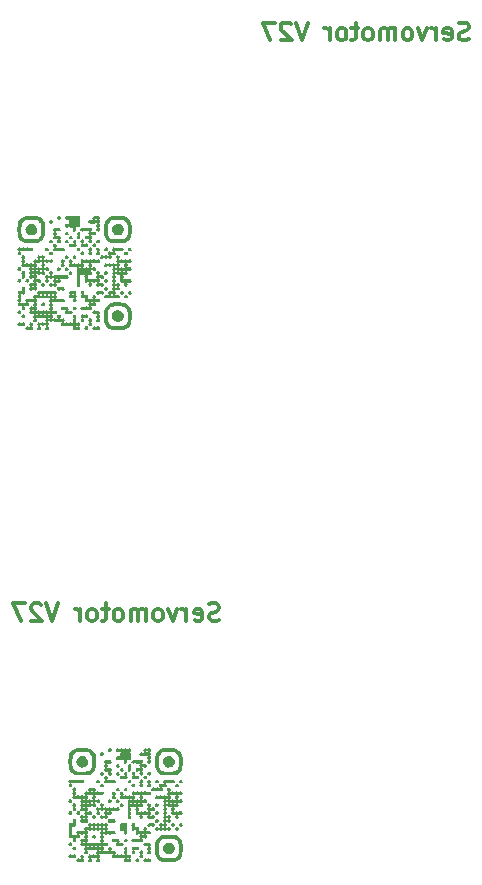
<source format=gbr>
%TF.GenerationSoftware,KiCad,Pcbnew,7.0.1*%
%TF.CreationDate,2023-06-12T22:17:34+07:00*%
%TF.ProjectId,servo_motor,73657276-6f5f-46d6-9f74-6f722e6b6963,rev?*%
%TF.SameCoordinates,Original*%
%TF.FileFunction,Legend,Bot*%
%TF.FilePolarity,Positive*%
%FSLAX46Y46*%
G04 Gerber Fmt 4.6, Leading zero omitted, Abs format (unit mm)*
G04 Created by KiCad (PCBNEW 7.0.1) date 2023-06-12 22:17:34*
%MOMM*%
%LPD*%
G01*
G04 APERTURE LIST*
%ADD10C,0.300000*%
G04 APERTURE END LIST*
D10*
X147034285Y-96773000D02*
X146820000Y-96844428D01*
X146820000Y-96844428D02*
X146462857Y-96844428D01*
X146462857Y-96844428D02*
X146320000Y-96773000D01*
X146320000Y-96773000D02*
X146248571Y-96701571D01*
X146248571Y-96701571D02*
X146177142Y-96558714D01*
X146177142Y-96558714D02*
X146177142Y-96415857D01*
X146177142Y-96415857D02*
X146248571Y-96273000D01*
X146248571Y-96273000D02*
X146320000Y-96201571D01*
X146320000Y-96201571D02*
X146462857Y-96130142D01*
X146462857Y-96130142D02*
X146748571Y-96058714D01*
X146748571Y-96058714D02*
X146891428Y-95987285D01*
X146891428Y-95987285D02*
X146962857Y-95915857D01*
X146962857Y-95915857D02*
X147034285Y-95773000D01*
X147034285Y-95773000D02*
X147034285Y-95630142D01*
X147034285Y-95630142D02*
X146962857Y-95487285D01*
X146962857Y-95487285D02*
X146891428Y-95415857D01*
X146891428Y-95415857D02*
X146748571Y-95344428D01*
X146748571Y-95344428D02*
X146391428Y-95344428D01*
X146391428Y-95344428D02*
X146177142Y-95415857D01*
X144962857Y-96773000D02*
X145105714Y-96844428D01*
X145105714Y-96844428D02*
X145391429Y-96844428D01*
X145391429Y-96844428D02*
X145534286Y-96773000D01*
X145534286Y-96773000D02*
X145605714Y-96630142D01*
X145605714Y-96630142D02*
X145605714Y-96058714D01*
X145605714Y-96058714D02*
X145534286Y-95915857D01*
X145534286Y-95915857D02*
X145391429Y-95844428D01*
X145391429Y-95844428D02*
X145105714Y-95844428D01*
X145105714Y-95844428D02*
X144962857Y-95915857D01*
X144962857Y-95915857D02*
X144891429Y-96058714D01*
X144891429Y-96058714D02*
X144891429Y-96201571D01*
X144891429Y-96201571D02*
X145605714Y-96344428D01*
X144248572Y-96844428D02*
X144248572Y-95844428D01*
X144248572Y-96130142D02*
X144177143Y-95987285D01*
X144177143Y-95987285D02*
X144105715Y-95915857D01*
X144105715Y-95915857D02*
X143962857Y-95844428D01*
X143962857Y-95844428D02*
X143820000Y-95844428D01*
X143462858Y-95844428D02*
X143105715Y-96844428D01*
X143105715Y-96844428D02*
X142748572Y-95844428D01*
X141962858Y-96844428D02*
X142105715Y-96773000D01*
X142105715Y-96773000D02*
X142177144Y-96701571D01*
X142177144Y-96701571D02*
X142248572Y-96558714D01*
X142248572Y-96558714D02*
X142248572Y-96130142D01*
X142248572Y-96130142D02*
X142177144Y-95987285D01*
X142177144Y-95987285D02*
X142105715Y-95915857D01*
X142105715Y-95915857D02*
X141962858Y-95844428D01*
X141962858Y-95844428D02*
X141748572Y-95844428D01*
X141748572Y-95844428D02*
X141605715Y-95915857D01*
X141605715Y-95915857D02*
X141534287Y-95987285D01*
X141534287Y-95987285D02*
X141462858Y-96130142D01*
X141462858Y-96130142D02*
X141462858Y-96558714D01*
X141462858Y-96558714D02*
X141534287Y-96701571D01*
X141534287Y-96701571D02*
X141605715Y-96773000D01*
X141605715Y-96773000D02*
X141748572Y-96844428D01*
X141748572Y-96844428D02*
X141962858Y-96844428D01*
X140820001Y-96844428D02*
X140820001Y-95844428D01*
X140820001Y-95987285D02*
X140748572Y-95915857D01*
X140748572Y-95915857D02*
X140605715Y-95844428D01*
X140605715Y-95844428D02*
X140391429Y-95844428D01*
X140391429Y-95844428D02*
X140248572Y-95915857D01*
X140248572Y-95915857D02*
X140177144Y-96058714D01*
X140177144Y-96058714D02*
X140177144Y-96844428D01*
X140177144Y-96058714D02*
X140105715Y-95915857D01*
X140105715Y-95915857D02*
X139962858Y-95844428D01*
X139962858Y-95844428D02*
X139748572Y-95844428D01*
X139748572Y-95844428D02*
X139605715Y-95915857D01*
X139605715Y-95915857D02*
X139534286Y-96058714D01*
X139534286Y-96058714D02*
X139534286Y-96844428D01*
X138605715Y-96844428D02*
X138748572Y-96773000D01*
X138748572Y-96773000D02*
X138820001Y-96701571D01*
X138820001Y-96701571D02*
X138891429Y-96558714D01*
X138891429Y-96558714D02*
X138891429Y-96130142D01*
X138891429Y-96130142D02*
X138820001Y-95987285D01*
X138820001Y-95987285D02*
X138748572Y-95915857D01*
X138748572Y-95915857D02*
X138605715Y-95844428D01*
X138605715Y-95844428D02*
X138391429Y-95844428D01*
X138391429Y-95844428D02*
X138248572Y-95915857D01*
X138248572Y-95915857D02*
X138177144Y-95987285D01*
X138177144Y-95987285D02*
X138105715Y-96130142D01*
X138105715Y-96130142D02*
X138105715Y-96558714D01*
X138105715Y-96558714D02*
X138177144Y-96701571D01*
X138177144Y-96701571D02*
X138248572Y-96773000D01*
X138248572Y-96773000D02*
X138391429Y-96844428D01*
X138391429Y-96844428D02*
X138605715Y-96844428D01*
X137677143Y-95844428D02*
X137105715Y-95844428D01*
X137462858Y-95344428D02*
X137462858Y-96630142D01*
X137462858Y-96630142D02*
X137391429Y-96773000D01*
X137391429Y-96773000D02*
X137248572Y-96844428D01*
X137248572Y-96844428D02*
X137105715Y-96844428D01*
X136391429Y-96844428D02*
X136534286Y-96773000D01*
X136534286Y-96773000D02*
X136605715Y-96701571D01*
X136605715Y-96701571D02*
X136677143Y-96558714D01*
X136677143Y-96558714D02*
X136677143Y-96130142D01*
X136677143Y-96130142D02*
X136605715Y-95987285D01*
X136605715Y-95987285D02*
X136534286Y-95915857D01*
X136534286Y-95915857D02*
X136391429Y-95844428D01*
X136391429Y-95844428D02*
X136177143Y-95844428D01*
X136177143Y-95844428D02*
X136034286Y-95915857D01*
X136034286Y-95915857D02*
X135962858Y-95987285D01*
X135962858Y-95987285D02*
X135891429Y-96130142D01*
X135891429Y-96130142D02*
X135891429Y-96558714D01*
X135891429Y-96558714D02*
X135962858Y-96701571D01*
X135962858Y-96701571D02*
X136034286Y-96773000D01*
X136034286Y-96773000D02*
X136177143Y-96844428D01*
X136177143Y-96844428D02*
X136391429Y-96844428D01*
X135248572Y-96844428D02*
X135248572Y-95844428D01*
X135248572Y-96130142D02*
X135177143Y-95987285D01*
X135177143Y-95987285D02*
X135105715Y-95915857D01*
X135105715Y-95915857D02*
X134962857Y-95844428D01*
X134962857Y-95844428D02*
X134820000Y-95844428D01*
X133391429Y-95344428D02*
X132891429Y-96844428D01*
X132891429Y-96844428D02*
X132391429Y-95344428D01*
X131962858Y-95487285D02*
X131891430Y-95415857D01*
X131891430Y-95415857D02*
X131748573Y-95344428D01*
X131748573Y-95344428D02*
X131391430Y-95344428D01*
X131391430Y-95344428D02*
X131248573Y-95415857D01*
X131248573Y-95415857D02*
X131177144Y-95487285D01*
X131177144Y-95487285D02*
X131105715Y-95630142D01*
X131105715Y-95630142D02*
X131105715Y-95773000D01*
X131105715Y-95773000D02*
X131177144Y-95987285D01*
X131177144Y-95987285D02*
X132034287Y-96844428D01*
X132034287Y-96844428D02*
X131105715Y-96844428D01*
X130605716Y-95344428D02*
X129605716Y-95344428D01*
X129605716Y-95344428D02*
X130248573Y-96844428D01*
X168167085Y-47598600D02*
X167952800Y-47670028D01*
X167952800Y-47670028D02*
X167595657Y-47670028D01*
X167595657Y-47670028D02*
X167452800Y-47598600D01*
X167452800Y-47598600D02*
X167381371Y-47527171D01*
X167381371Y-47527171D02*
X167309942Y-47384314D01*
X167309942Y-47384314D02*
X167309942Y-47241457D01*
X167309942Y-47241457D02*
X167381371Y-47098600D01*
X167381371Y-47098600D02*
X167452800Y-47027171D01*
X167452800Y-47027171D02*
X167595657Y-46955742D01*
X167595657Y-46955742D02*
X167881371Y-46884314D01*
X167881371Y-46884314D02*
X168024228Y-46812885D01*
X168024228Y-46812885D02*
X168095657Y-46741457D01*
X168095657Y-46741457D02*
X168167085Y-46598600D01*
X168167085Y-46598600D02*
X168167085Y-46455742D01*
X168167085Y-46455742D02*
X168095657Y-46312885D01*
X168095657Y-46312885D02*
X168024228Y-46241457D01*
X168024228Y-46241457D02*
X167881371Y-46170028D01*
X167881371Y-46170028D02*
X167524228Y-46170028D01*
X167524228Y-46170028D02*
X167309942Y-46241457D01*
X166095657Y-47598600D02*
X166238514Y-47670028D01*
X166238514Y-47670028D02*
X166524229Y-47670028D01*
X166524229Y-47670028D02*
X166667086Y-47598600D01*
X166667086Y-47598600D02*
X166738514Y-47455742D01*
X166738514Y-47455742D02*
X166738514Y-46884314D01*
X166738514Y-46884314D02*
X166667086Y-46741457D01*
X166667086Y-46741457D02*
X166524229Y-46670028D01*
X166524229Y-46670028D02*
X166238514Y-46670028D01*
X166238514Y-46670028D02*
X166095657Y-46741457D01*
X166095657Y-46741457D02*
X166024229Y-46884314D01*
X166024229Y-46884314D02*
X166024229Y-47027171D01*
X166024229Y-47027171D02*
X166738514Y-47170028D01*
X165381372Y-47670028D02*
X165381372Y-46670028D01*
X165381372Y-46955742D02*
X165309943Y-46812885D01*
X165309943Y-46812885D02*
X165238515Y-46741457D01*
X165238515Y-46741457D02*
X165095657Y-46670028D01*
X165095657Y-46670028D02*
X164952800Y-46670028D01*
X164595658Y-46670028D02*
X164238515Y-47670028D01*
X164238515Y-47670028D02*
X163881372Y-46670028D01*
X163095658Y-47670028D02*
X163238515Y-47598600D01*
X163238515Y-47598600D02*
X163309944Y-47527171D01*
X163309944Y-47527171D02*
X163381372Y-47384314D01*
X163381372Y-47384314D02*
X163381372Y-46955742D01*
X163381372Y-46955742D02*
X163309944Y-46812885D01*
X163309944Y-46812885D02*
X163238515Y-46741457D01*
X163238515Y-46741457D02*
X163095658Y-46670028D01*
X163095658Y-46670028D02*
X162881372Y-46670028D01*
X162881372Y-46670028D02*
X162738515Y-46741457D01*
X162738515Y-46741457D02*
X162667087Y-46812885D01*
X162667087Y-46812885D02*
X162595658Y-46955742D01*
X162595658Y-46955742D02*
X162595658Y-47384314D01*
X162595658Y-47384314D02*
X162667087Y-47527171D01*
X162667087Y-47527171D02*
X162738515Y-47598600D01*
X162738515Y-47598600D02*
X162881372Y-47670028D01*
X162881372Y-47670028D02*
X163095658Y-47670028D01*
X161952801Y-47670028D02*
X161952801Y-46670028D01*
X161952801Y-46812885D02*
X161881372Y-46741457D01*
X161881372Y-46741457D02*
X161738515Y-46670028D01*
X161738515Y-46670028D02*
X161524229Y-46670028D01*
X161524229Y-46670028D02*
X161381372Y-46741457D01*
X161381372Y-46741457D02*
X161309944Y-46884314D01*
X161309944Y-46884314D02*
X161309944Y-47670028D01*
X161309944Y-46884314D02*
X161238515Y-46741457D01*
X161238515Y-46741457D02*
X161095658Y-46670028D01*
X161095658Y-46670028D02*
X160881372Y-46670028D01*
X160881372Y-46670028D02*
X160738515Y-46741457D01*
X160738515Y-46741457D02*
X160667086Y-46884314D01*
X160667086Y-46884314D02*
X160667086Y-47670028D01*
X159738515Y-47670028D02*
X159881372Y-47598600D01*
X159881372Y-47598600D02*
X159952801Y-47527171D01*
X159952801Y-47527171D02*
X160024229Y-47384314D01*
X160024229Y-47384314D02*
X160024229Y-46955742D01*
X160024229Y-46955742D02*
X159952801Y-46812885D01*
X159952801Y-46812885D02*
X159881372Y-46741457D01*
X159881372Y-46741457D02*
X159738515Y-46670028D01*
X159738515Y-46670028D02*
X159524229Y-46670028D01*
X159524229Y-46670028D02*
X159381372Y-46741457D01*
X159381372Y-46741457D02*
X159309944Y-46812885D01*
X159309944Y-46812885D02*
X159238515Y-46955742D01*
X159238515Y-46955742D02*
X159238515Y-47384314D01*
X159238515Y-47384314D02*
X159309944Y-47527171D01*
X159309944Y-47527171D02*
X159381372Y-47598600D01*
X159381372Y-47598600D02*
X159524229Y-47670028D01*
X159524229Y-47670028D02*
X159738515Y-47670028D01*
X158809943Y-46670028D02*
X158238515Y-46670028D01*
X158595658Y-46170028D02*
X158595658Y-47455742D01*
X158595658Y-47455742D02*
X158524229Y-47598600D01*
X158524229Y-47598600D02*
X158381372Y-47670028D01*
X158381372Y-47670028D02*
X158238515Y-47670028D01*
X157524229Y-47670028D02*
X157667086Y-47598600D01*
X157667086Y-47598600D02*
X157738515Y-47527171D01*
X157738515Y-47527171D02*
X157809943Y-47384314D01*
X157809943Y-47384314D02*
X157809943Y-46955742D01*
X157809943Y-46955742D02*
X157738515Y-46812885D01*
X157738515Y-46812885D02*
X157667086Y-46741457D01*
X157667086Y-46741457D02*
X157524229Y-46670028D01*
X157524229Y-46670028D02*
X157309943Y-46670028D01*
X157309943Y-46670028D02*
X157167086Y-46741457D01*
X157167086Y-46741457D02*
X157095658Y-46812885D01*
X157095658Y-46812885D02*
X157024229Y-46955742D01*
X157024229Y-46955742D02*
X157024229Y-47384314D01*
X157024229Y-47384314D02*
X157095658Y-47527171D01*
X157095658Y-47527171D02*
X157167086Y-47598600D01*
X157167086Y-47598600D02*
X157309943Y-47670028D01*
X157309943Y-47670028D02*
X157524229Y-47670028D01*
X156381372Y-47670028D02*
X156381372Y-46670028D01*
X156381372Y-46955742D02*
X156309943Y-46812885D01*
X156309943Y-46812885D02*
X156238515Y-46741457D01*
X156238515Y-46741457D02*
X156095657Y-46670028D01*
X156095657Y-46670028D02*
X155952800Y-46670028D01*
X154524229Y-46170028D02*
X154024229Y-47670028D01*
X154024229Y-47670028D02*
X153524229Y-46170028D01*
X153095658Y-46312885D02*
X153024230Y-46241457D01*
X153024230Y-46241457D02*
X152881373Y-46170028D01*
X152881373Y-46170028D02*
X152524230Y-46170028D01*
X152524230Y-46170028D02*
X152381373Y-46241457D01*
X152381373Y-46241457D02*
X152309944Y-46312885D01*
X152309944Y-46312885D02*
X152238515Y-46455742D01*
X152238515Y-46455742D02*
X152238515Y-46598600D01*
X152238515Y-46598600D02*
X152309944Y-46812885D01*
X152309944Y-46812885D02*
X153167087Y-47670028D01*
X153167087Y-47670028D02*
X152238515Y-47670028D01*
X151738516Y-46170028D02*
X150738516Y-46170028D01*
X150738516Y-46170028D02*
X151381373Y-47670028D01*
%TO.C,G\u002A\u002A\u002A*%
G36*
X139480948Y-68861621D02*
G01*
X139565247Y-68897317D01*
X139615475Y-68970232D01*
X139622892Y-69058875D01*
X139578753Y-69141752D01*
X139537817Y-69171589D01*
X139464467Y-69194133D01*
X139396315Y-69174822D01*
X139326719Y-69111117D01*
X139297800Y-69027466D01*
X139317111Y-68959314D01*
X139380817Y-68889718D01*
X139464467Y-68860800D01*
X139480948Y-68861621D01*
G37*
G36*
X139480948Y-65194955D02*
G01*
X139565247Y-65230650D01*
X139615475Y-65303565D01*
X139622892Y-65392208D01*
X139578753Y-65475085D01*
X139537817Y-65504922D01*
X139464467Y-65527466D01*
X139396315Y-65508155D01*
X139326719Y-65444450D01*
X139297800Y-65360800D01*
X139317111Y-65292648D01*
X139380817Y-65223051D01*
X139464467Y-65194133D01*
X139480948Y-65194955D01*
G37*
G36*
X139147615Y-69194955D02*
G01*
X139231913Y-69230650D01*
X139282142Y-69303565D01*
X139289558Y-69392208D01*
X139245420Y-69475085D01*
X139204484Y-69504922D01*
X139131134Y-69527466D01*
X139062982Y-69508155D01*
X138993385Y-69444450D01*
X138964467Y-69360800D01*
X138983778Y-69292648D01*
X139047483Y-69223051D01*
X139131134Y-69194133D01*
X139147615Y-69194955D01*
G37*
G36*
X139147615Y-65528288D02*
G01*
X139231913Y-65563984D01*
X139282142Y-65636899D01*
X139289558Y-65725541D01*
X139245420Y-65808419D01*
X139204484Y-65838255D01*
X139131134Y-65860800D01*
X139062982Y-65841489D01*
X138993385Y-65777783D01*
X138964467Y-65694133D01*
X138983778Y-65625981D01*
X139047483Y-65556384D01*
X139131134Y-65527466D01*
X139147615Y-65528288D01*
G37*
G36*
X138814282Y-68861621D02*
G01*
X138898580Y-68897317D01*
X138948809Y-68970232D01*
X138956225Y-69058875D01*
X138912086Y-69141752D01*
X138871150Y-69171589D01*
X138797800Y-69194133D01*
X138729649Y-69174822D01*
X138660052Y-69111117D01*
X138631134Y-69027466D01*
X138650445Y-68959314D01*
X138714150Y-68889718D01*
X138797800Y-68860800D01*
X138814282Y-68861621D01*
G37*
G36*
X137480948Y-68528288D02*
G01*
X137565247Y-68563984D01*
X137615475Y-68636899D01*
X137622892Y-68725541D01*
X137578753Y-68808419D01*
X137537817Y-68838255D01*
X137464467Y-68860800D01*
X137396315Y-68841489D01*
X137326719Y-68777783D01*
X137297800Y-68694133D01*
X137317111Y-68625981D01*
X137380817Y-68556384D01*
X137464467Y-68527466D01*
X137480948Y-68528288D01*
G37*
G36*
X137480948Y-67861621D02*
G01*
X137565247Y-67897317D01*
X137615475Y-67970232D01*
X137622892Y-68058875D01*
X137578753Y-68141752D01*
X137537817Y-68171589D01*
X137464467Y-68194133D01*
X137396315Y-68174822D01*
X137326719Y-68111117D01*
X137297800Y-68027466D01*
X137317111Y-67959314D01*
X137380817Y-67889718D01*
X137464467Y-67860800D01*
X137480948Y-67861621D01*
G37*
G36*
X137480948Y-67194955D02*
G01*
X137565247Y-67230650D01*
X137615475Y-67303565D01*
X137622892Y-67392208D01*
X137578753Y-67475085D01*
X137537817Y-67504922D01*
X137464467Y-67527466D01*
X137396315Y-67508155D01*
X137326719Y-67444450D01*
X137297800Y-67360800D01*
X137317111Y-67292648D01*
X137380817Y-67223051D01*
X137464467Y-67194133D01*
X137480948Y-67194955D01*
G37*
G36*
X135814282Y-71861621D02*
G01*
X135898580Y-71897317D01*
X135948809Y-71970232D01*
X135956225Y-72058875D01*
X135912086Y-72141752D01*
X135871150Y-72171589D01*
X135797800Y-72194133D01*
X135729649Y-72174822D01*
X135660052Y-72111117D01*
X135631134Y-72027466D01*
X135650445Y-71959314D01*
X135714150Y-71889718D01*
X135797800Y-71860800D01*
X135814282Y-71861621D01*
G37*
G36*
X135147615Y-65194955D02*
G01*
X135231913Y-65230650D01*
X135282142Y-65303565D01*
X135289558Y-65392208D01*
X135245420Y-65475085D01*
X135204484Y-65504922D01*
X135131134Y-65527466D01*
X135062982Y-65508155D01*
X134993385Y-65444450D01*
X134964467Y-65360800D01*
X134983778Y-65292648D01*
X135047483Y-65223051D01*
X135131134Y-65194133D01*
X135147615Y-65194955D01*
G37*
G36*
X134814282Y-65861621D02*
G01*
X134898580Y-65897317D01*
X134948809Y-65970232D01*
X134956225Y-66058875D01*
X134912086Y-66141752D01*
X134871150Y-66171589D01*
X134797800Y-66194133D01*
X134729649Y-66174822D01*
X134660052Y-66111117D01*
X134631134Y-66027466D01*
X134650445Y-65959314D01*
X134714150Y-65889718D01*
X134797800Y-65860800D01*
X134814282Y-65861621D01*
G37*
G36*
X134480948Y-64194955D02*
G01*
X134565247Y-64230650D01*
X134615475Y-64303565D01*
X134622892Y-64392208D01*
X134578753Y-64475085D01*
X134537817Y-64504922D01*
X134464467Y-64527466D01*
X134396315Y-64508155D01*
X134326719Y-64444450D01*
X134297800Y-64360800D01*
X134317111Y-64292648D01*
X134380817Y-64223051D01*
X134464467Y-64194133D01*
X134480948Y-64194955D01*
G37*
G36*
X134147615Y-65861621D02*
G01*
X134231913Y-65897317D01*
X134282142Y-65970232D01*
X134289558Y-66058875D01*
X134245420Y-66141752D01*
X134204484Y-66171589D01*
X134131134Y-66194133D01*
X134062982Y-66174822D01*
X133993385Y-66111117D01*
X133964467Y-66027466D01*
X133983778Y-65959314D01*
X134047483Y-65889718D01*
X134131134Y-65860800D01*
X134147615Y-65861621D01*
G37*
G36*
X134147615Y-64528288D02*
G01*
X134231913Y-64563984D01*
X134282142Y-64636899D01*
X134289558Y-64725541D01*
X134245420Y-64808419D01*
X134204484Y-64838255D01*
X134131134Y-64860800D01*
X134062982Y-64841489D01*
X133993385Y-64777783D01*
X133964467Y-64694133D01*
X133983778Y-64625981D01*
X134047483Y-64556384D01*
X134131134Y-64527466D01*
X134147615Y-64528288D01*
G37*
G36*
X134147615Y-63861621D02*
G01*
X134231913Y-63897317D01*
X134282142Y-63970232D01*
X134289558Y-64058875D01*
X134245420Y-64141752D01*
X134204484Y-64171589D01*
X134131134Y-64194133D01*
X134062982Y-64174822D01*
X133993385Y-64111117D01*
X133964467Y-64027466D01*
X133983778Y-63959314D01*
X134047483Y-63889718D01*
X134131134Y-63860800D01*
X134147615Y-63861621D01*
G37*
G36*
X133480948Y-62528288D02*
G01*
X133565247Y-62563984D01*
X133615475Y-62636899D01*
X133622892Y-62725541D01*
X133578753Y-62808419D01*
X133537817Y-62838255D01*
X133464467Y-62860800D01*
X133396315Y-62841489D01*
X133326719Y-62777783D01*
X133297800Y-62694133D01*
X133317111Y-62625981D01*
X133380817Y-62556384D01*
X133464467Y-62527466D01*
X133480948Y-62528288D01*
G37*
G36*
X132814282Y-65528288D02*
G01*
X132898580Y-65563984D01*
X132948809Y-65636899D01*
X132956225Y-65725541D01*
X132912086Y-65808419D01*
X132871150Y-65838255D01*
X132797800Y-65860800D01*
X132729649Y-65841489D01*
X132660052Y-65777783D01*
X132631134Y-65694133D01*
X132650445Y-65625981D01*
X132714150Y-65556384D01*
X132797800Y-65527466D01*
X132814282Y-65528288D01*
G37*
G36*
X132814282Y-64528288D02*
G01*
X132898580Y-64563984D01*
X132948809Y-64636899D01*
X132956225Y-64725541D01*
X132912086Y-64808419D01*
X132871150Y-64838255D01*
X132797800Y-64860800D01*
X132729649Y-64841489D01*
X132660052Y-64777783D01*
X132631134Y-64694133D01*
X132650445Y-64625981D01*
X132714150Y-64556384D01*
X132797800Y-64527466D01*
X132814282Y-64528288D01*
G37*
G36*
X132814282Y-62861621D02*
G01*
X132898580Y-62897317D01*
X132948809Y-62970232D01*
X132956225Y-63058875D01*
X132912086Y-63141752D01*
X132871150Y-63171589D01*
X132797800Y-63194133D01*
X132729649Y-63174822D01*
X132660052Y-63111117D01*
X132631134Y-63027466D01*
X132650445Y-62959314D01*
X132714150Y-62889718D01*
X132797800Y-62860799D01*
X132814282Y-62861621D01*
G37*
G36*
X132480948Y-65194955D02*
G01*
X132565247Y-65230650D01*
X132615475Y-65303565D01*
X132622892Y-65392208D01*
X132578753Y-65475085D01*
X132537817Y-65504922D01*
X132464467Y-65527466D01*
X132396315Y-65508155D01*
X132326719Y-65444450D01*
X132297800Y-65360800D01*
X132317111Y-65292648D01*
X132380817Y-65223051D01*
X132464467Y-65194133D01*
X132480948Y-65194955D01*
G37*
G36*
X130814282Y-67861621D02*
G01*
X130898580Y-67897317D01*
X130948809Y-67970232D01*
X130956225Y-68058875D01*
X130912086Y-68141752D01*
X130871150Y-68171589D01*
X130797800Y-68194133D01*
X130729649Y-68174822D01*
X130660052Y-68111117D01*
X130631134Y-68027466D01*
X130650445Y-67959314D01*
X130714150Y-67889718D01*
X130797800Y-67860800D01*
X130814282Y-67861621D01*
G37*
G36*
X130147615Y-70528288D02*
G01*
X130231913Y-70563984D01*
X130282142Y-70636899D01*
X130289558Y-70725541D01*
X130245420Y-70808419D01*
X130204484Y-70838255D01*
X130131134Y-70860800D01*
X130062982Y-70841489D01*
X129993385Y-70777783D01*
X129964467Y-70694133D01*
X129983778Y-70625981D01*
X130047483Y-70556384D01*
X130131134Y-70527466D01*
X130147615Y-70528288D01*
G37*
G36*
X130147615Y-67861621D02*
G01*
X130231913Y-67897317D01*
X130282142Y-67970232D01*
X130289558Y-68058875D01*
X130245420Y-68141752D01*
X130204484Y-68171589D01*
X130131134Y-68194133D01*
X130062982Y-68174822D01*
X129993385Y-68111117D01*
X129964467Y-68027466D01*
X129983778Y-67959314D01*
X130047483Y-67889718D01*
X130131134Y-67860800D01*
X130147615Y-67861621D01*
G37*
G36*
X130147615Y-66861621D02*
G01*
X130231913Y-66897317D01*
X130282142Y-66970232D01*
X130289558Y-67058875D01*
X130245420Y-67141752D01*
X130204484Y-67171589D01*
X130131134Y-67194133D01*
X130062982Y-67174822D01*
X129993385Y-67111117D01*
X129964467Y-67027466D01*
X129983778Y-66959314D01*
X130047483Y-66889718D01*
X130131134Y-66860800D01*
X130147615Y-66861621D01*
G37*
G36*
X135578753Y-65579847D02*
G01*
X135608590Y-65620783D01*
X135631134Y-65694133D01*
X135621742Y-65738786D01*
X135578753Y-65808419D01*
X135537817Y-65838255D01*
X135464467Y-65860800D01*
X135396315Y-65841489D01*
X135326719Y-65777783D01*
X135297800Y-65694133D01*
X135298622Y-65677652D01*
X135334318Y-65593353D01*
X135407233Y-65543125D01*
X135495876Y-65535708D01*
X135578753Y-65579847D01*
G37*
G36*
X134842454Y-70203524D02*
G01*
X134912086Y-70246514D01*
X134941923Y-70287450D01*
X134964467Y-70360800D01*
X134955076Y-70405453D01*
X134912086Y-70475085D01*
X134871150Y-70504922D01*
X134797800Y-70527466D01*
X134753147Y-70518075D01*
X134683515Y-70475085D01*
X134672371Y-70462785D01*
X134637290Y-70377489D01*
X134652330Y-70289953D01*
X134708747Y-70221670D01*
X134797800Y-70194133D01*
X134842454Y-70203524D01*
G37*
G36*
X134509120Y-67203524D02*
G01*
X134578753Y-67246514D01*
X134608590Y-67287450D01*
X134631134Y-67360800D01*
X134621742Y-67405453D01*
X134578753Y-67475085D01*
X134537817Y-67504922D01*
X134464467Y-67527466D01*
X134419814Y-67518075D01*
X134350181Y-67475085D01*
X134339038Y-67462785D01*
X134303957Y-67377489D01*
X134318996Y-67289953D01*
X134375414Y-67221670D01*
X134464467Y-67194133D01*
X134509120Y-67203524D01*
G37*
G36*
X134175787Y-66870191D02*
G01*
X134245420Y-66913180D01*
X134275256Y-66954116D01*
X134297800Y-67027466D01*
X134288409Y-67072119D01*
X134245420Y-67141752D01*
X134204484Y-67171589D01*
X134131134Y-67194133D01*
X134086481Y-67184741D01*
X134016848Y-67141752D01*
X134005704Y-67129452D01*
X133970623Y-67044155D01*
X133985663Y-66956619D01*
X134042081Y-66888336D01*
X134131134Y-66860800D01*
X134175787Y-66870191D01*
G37*
G36*
X133509120Y-66870191D02*
G01*
X133578753Y-66913180D01*
X133608590Y-66954116D01*
X133631134Y-67027466D01*
X133621742Y-67072119D01*
X133578753Y-67141752D01*
X133537817Y-67171589D01*
X133464467Y-67194133D01*
X133419814Y-67184741D01*
X133350181Y-67141752D01*
X133339038Y-67129452D01*
X133303957Y-67044155D01*
X133318996Y-66956619D01*
X133375414Y-66888336D01*
X133464467Y-66860800D01*
X133509120Y-66870191D01*
G37*
G36*
X132175787Y-69870191D02*
G01*
X132245420Y-69913180D01*
X132275256Y-69954116D01*
X132297800Y-70027466D01*
X132288409Y-70072119D01*
X132245420Y-70141752D01*
X132204484Y-70171589D01*
X132131134Y-70194133D01*
X132086481Y-70184741D01*
X132016848Y-70141752D01*
X132005704Y-70129452D01*
X131970623Y-70044155D01*
X131985663Y-69956619D01*
X132042081Y-69888336D01*
X132131134Y-69860800D01*
X132175787Y-69870191D01*
G37*
G36*
X132175787Y-68203524D02*
G01*
X132245420Y-68246514D01*
X132275256Y-68287450D01*
X132297800Y-68360800D01*
X132288409Y-68405453D01*
X132245420Y-68475085D01*
X132204484Y-68504922D01*
X132131134Y-68527466D01*
X132086481Y-68518075D01*
X132016848Y-68475085D01*
X132005704Y-68462785D01*
X131970623Y-68377489D01*
X131985663Y-68289953D01*
X132042081Y-68221670D01*
X132131134Y-68194133D01*
X132175787Y-68203524D01*
G37*
G36*
X130535314Y-70881995D02*
G01*
X130603597Y-70938413D01*
X130631134Y-71027466D01*
X130621742Y-71072119D01*
X130578753Y-71141752D01*
X130537817Y-71171589D01*
X130464467Y-71194133D01*
X130419814Y-71184741D01*
X130350181Y-71141752D01*
X130320345Y-71100816D01*
X130297800Y-71027466D01*
X130307192Y-70982813D01*
X130350181Y-70913180D01*
X130362481Y-70902037D01*
X130447778Y-70866956D01*
X130535314Y-70881995D01*
G37*
G36*
X137509120Y-65203524D02*
G01*
X137578753Y-65246514D01*
X137608590Y-65287450D01*
X137631134Y-65360800D01*
X137621742Y-65405453D01*
X137578753Y-65475085D01*
X137537817Y-65504922D01*
X137464467Y-65527466D01*
X137419814Y-65518075D01*
X137350181Y-65475085D01*
X137320345Y-65434149D01*
X137297800Y-65360800D01*
X137307192Y-65316146D01*
X137350181Y-65246514D01*
X137391117Y-65216677D01*
X137464467Y-65194133D01*
X137509120Y-65203524D01*
G37*
G36*
X136842454Y-64536858D02*
G01*
X136912086Y-64579847D01*
X136941923Y-64620783D01*
X136964467Y-64694133D01*
X136955076Y-64738786D01*
X136912086Y-64808419D01*
X136871150Y-64838255D01*
X136797800Y-64860800D01*
X136753147Y-64851408D01*
X136683515Y-64808419D01*
X136653678Y-64767483D01*
X136631134Y-64694133D01*
X136640525Y-64649480D01*
X136683515Y-64579847D01*
X136724451Y-64550010D01*
X136797800Y-64527466D01*
X136842454Y-64536858D01*
G37*
G36*
X136509120Y-64870191D02*
G01*
X136578753Y-64913180D01*
X136608590Y-64954116D01*
X136631134Y-65027466D01*
X136621742Y-65072119D01*
X136578753Y-65141752D01*
X136537817Y-65171589D01*
X136464467Y-65194133D01*
X136419814Y-65184741D01*
X136350181Y-65141752D01*
X136320345Y-65100816D01*
X136297800Y-65027466D01*
X136307192Y-64982813D01*
X136350181Y-64913180D01*
X136391117Y-64883344D01*
X136464467Y-64860800D01*
X136509120Y-64870191D01*
G37*
G36*
X138681271Y-70582532D02*
G01*
X138810750Y-70673890D01*
X138901299Y-70797623D01*
X138950645Y-70941504D01*
X138956514Y-71093303D01*
X138916633Y-71240791D01*
X138828729Y-71371739D01*
X138690528Y-71473919D01*
X138576604Y-71513592D01*
X138410792Y-71518650D01*
X138250820Y-71470921D01*
X138113283Y-71376147D01*
X138014774Y-71240070D01*
X137989705Y-71176621D01*
X137967105Y-71011323D01*
X137999431Y-70854274D01*
X138078590Y-70716841D01*
X138196489Y-70610389D01*
X138345037Y-70546284D01*
X138516142Y-70535892D01*
X138681271Y-70582532D01*
G37*
G36*
X138681271Y-63249199D02*
G01*
X138810750Y-63340556D01*
X138901299Y-63464290D01*
X138950645Y-63608171D01*
X138956514Y-63759970D01*
X138916633Y-63907458D01*
X138828729Y-64038406D01*
X138690528Y-64140586D01*
X138576604Y-64180259D01*
X138410792Y-64185317D01*
X138250820Y-64137588D01*
X138113283Y-64042814D01*
X138014774Y-63906737D01*
X137989705Y-63843288D01*
X137967105Y-63677990D01*
X137999431Y-63520941D01*
X138078590Y-63383508D01*
X138196489Y-63277056D01*
X138345037Y-63212951D01*
X138516142Y-63202559D01*
X138681271Y-63249199D01*
G37*
G36*
X131347938Y-63249199D02*
G01*
X131477416Y-63340556D01*
X131567965Y-63464290D01*
X131617311Y-63608171D01*
X131623180Y-63759970D01*
X131583300Y-63907458D01*
X131495396Y-64038406D01*
X131357194Y-64140586D01*
X131243270Y-64180259D01*
X131077458Y-64185317D01*
X130917487Y-64137588D01*
X130779949Y-64042814D01*
X130681440Y-63906737D01*
X130656371Y-63843288D01*
X130633772Y-63677990D01*
X130666097Y-63520941D01*
X130745256Y-63383508D01*
X130863156Y-63277056D01*
X131011704Y-63212951D01*
X131182808Y-63202559D01*
X131347938Y-63249199D01*
G37*
G36*
X137147615Y-68861621D02*
G01*
X137231913Y-68897317D01*
X137282142Y-68970232D01*
X137289558Y-69058875D01*
X137245420Y-69141752D01*
X137204484Y-69171589D01*
X137131134Y-69194133D01*
X137086481Y-69184741D01*
X137016848Y-69141752D01*
X136998156Y-69123910D01*
X136958168Y-69106802D01*
X136912086Y-69141752D01*
X136871150Y-69171589D01*
X136797800Y-69194133D01*
X136729649Y-69174822D01*
X136660052Y-69111117D01*
X136631134Y-69027466D01*
X136631956Y-69010985D01*
X136667651Y-68926687D01*
X136740566Y-68876458D01*
X136829209Y-68869042D01*
X136912086Y-68913180D01*
X136930778Y-68931022D01*
X136970767Y-68948130D01*
X137016848Y-68913180D01*
X137057784Y-68883344D01*
X137131134Y-68860800D01*
X137147615Y-68861621D01*
G37*
G36*
X136814282Y-71861621D02*
G01*
X136898580Y-71897317D01*
X136948809Y-71970232D01*
X136956225Y-72058875D01*
X136912086Y-72141752D01*
X136871150Y-72171589D01*
X136797800Y-72194133D01*
X136753147Y-72184741D01*
X136683515Y-72141752D01*
X136664823Y-72123910D01*
X136624834Y-72106802D01*
X136578753Y-72141752D01*
X136537817Y-72171589D01*
X136464467Y-72194133D01*
X136396315Y-72174822D01*
X136326719Y-72111117D01*
X136297800Y-72027466D01*
X136298622Y-72010985D01*
X136334318Y-71926687D01*
X136407233Y-71876458D01*
X136495876Y-71869042D01*
X136578753Y-71913180D01*
X136597445Y-71931022D01*
X136637433Y-71948130D01*
X136683515Y-71913180D01*
X136724451Y-71883344D01*
X136797800Y-71860800D01*
X136814282Y-71861621D01*
G37*
G36*
X136814282Y-65194955D02*
G01*
X136898580Y-65230650D01*
X136948809Y-65303565D01*
X136956225Y-65392208D01*
X136912086Y-65475085D01*
X136894244Y-65493777D01*
X136877136Y-65533766D01*
X136912086Y-65579847D01*
X136941923Y-65620783D01*
X136964467Y-65694133D01*
X136955076Y-65738786D01*
X136912086Y-65808419D01*
X136871150Y-65838255D01*
X136797800Y-65860800D01*
X136753147Y-65851408D01*
X136683515Y-65808419D01*
X136649425Y-65761522D01*
X136635700Y-65667905D01*
X136683515Y-65579847D01*
X136701357Y-65561155D01*
X136718465Y-65521167D01*
X136683515Y-65475085D01*
X136672371Y-65462785D01*
X136637290Y-65377489D01*
X136652330Y-65289953D01*
X136708747Y-65221670D01*
X136797800Y-65194133D01*
X136814282Y-65194955D01*
G37*
G36*
X136147615Y-71194955D02*
G01*
X136231913Y-71230650D01*
X136282142Y-71303565D01*
X136289558Y-71392208D01*
X136245420Y-71475085D01*
X136227578Y-71493777D01*
X136210470Y-71533766D01*
X136245420Y-71579847D01*
X136275256Y-71620783D01*
X136297800Y-71694133D01*
X136288409Y-71738786D01*
X136245420Y-71808419D01*
X136204484Y-71838255D01*
X136131134Y-71860800D01*
X136114653Y-71859978D01*
X136030354Y-71824282D01*
X135980126Y-71751367D01*
X135972709Y-71662724D01*
X136016848Y-71579847D01*
X136034690Y-71561155D01*
X136051798Y-71521167D01*
X136016848Y-71475085D01*
X136005704Y-71462785D01*
X135970623Y-71377489D01*
X135985663Y-71289953D01*
X136042081Y-71221670D01*
X136131134Y-71194133D01*
X136147615Y-71194955D01*
G37*
G36*
X136147615Y-65194955D02*
G01*
X136231913Y-65230650D01*
X136282142Y-65303565D01*
X136289558Y-65392208D01*
X136245420Y-65475085D01*
X136227578Y-65493777D01*
X136210470Y-65533766D01*
X136245420Y-65579847D01*
X136275256Y-65620783D01*
X136297800Y-65694133D01*
X136288409Y-65738786D01*
X136245420Y-65808419D01*
X136204484Y-65838255D01*
X136131134Y-65860800D01*
X136086481Y-65851408D01*
X136016848Y-65808419D01*
X135982758Y-65761522D01*
X135969033Y-65667905D01*
X136016848Y-65579847D01*
X136034690Y-65561155D01*
X136051798Y-65521167D01*
X136016848Y-65475085D01*
X136005704Y-65462785D01*
X135970623Y-65377489D01*
X135985663Y-65289953D01*
X136042081Y-65221670D01*
X136131134Y-65194133D01*
X136147615Y-65194955D01*
G37*
G36*
X135147615Y-63861621D02*
G01*
X135231913Y-63897317D01*
X135282142Y-63970232D01*
X135289558Y-64058875D01*
X135245420Y-64141752D01*
X135227578Y-64160444D01*
X135210470Y-64200432D01*
X135245420Y-64246514D01*
X135275256Y-64287450D01*
X135297800Y-64360800D01*
X135288409Y-64405453D01*
X135245420Y-64475085D01*
X135204484Y-64504922D01*
X135131134Y-64527466D01*
X135114653Y-64526644D01*
X135030354Y-64490949D01*
X134980126Y-64418034D01*
X134972709Y-64329391D01*
X135016848Y-64246514D01*
X135034690Y-64227822D01*
X135051798Y-64187833D01*
X135016848Y-64141752D01*
X134987011Y-64100816D01*
X134964467Y-64027466D01*
X134983778Y-63959314D01*
X135047483Y-63889718D01*
X135131134Y-63860800D01*
X135147615Y-63861621D01*
G37*
G36*
X130480948Y-67194955D02*
G01*
X130565247Y-67230650D01*
X130615475Y-67303565D01*
X130622892Y-67392208D01*
X130578753Y-67475085D01*
X130560911Y-67493777D01*
X130543803Y-67533766D01*
X130578753Y-67579847D01*
X130608590Y-67620783D01*
X130631134Y-67694133D01*
X130621742Y-67738786D01*
X130578753Y-67808419D01*
X130537817Y-67838255D01*
X130464467Y-67860800D01*
X130447986Y-67859978D01*
X130363688Y-67824282D01*
X130313459Y-67751367D01*
X130306043Y-67662724D01*
X130350181Y-67579847D01*
X130368023Y-67561155D01*
X130385131Y-67521167D01*
X130350181Y-67475085D01*
X130320345Y-67434149D01*
X130297800Y-67360800D01*
X130317111Y-67292648D01*
X130380817Y-67223051D01*
X130464467Y-67194133D01*
X130480948Y-67194955D01*
G37*
G36*
X133814282Y-66194955D02*
G01*
X133898580Y-66230650D01*
X133948809Y-66303565D01*
X133956225Y-66392208D01*
X133912086Y-66475085D01*
X133894244Y-66493777D01*
X133877136Y-66533766D01*
X133912086Y-66579847D01*
X133941923Y-66620783D01*
X133964467Y-66694133D01*
X133955076Y-66738786D01*
X133912086Y-66808419D01*
X133871150Y-66838255D01*
X133797800Y-66860800D01*
X133753147Y-66851408D01*
X133683515Y-66808419D01*
X133653678Y-66767483D01*
X133631134Y-66694133D01*
X133640525Y-66649480D01*
X133683515Y-66579847D01*
X133701357Y-66561155D01*
X133718465Y-66521167D01*
X133683515Y-66475085D01*
X133653678Y-66434149D01*
X133631134Y-66360800D01*
X133650445Y-66292648D01*
X133714150Y-66223051D01*
X133797800Y-66194133D01*
X133814282Y-66194955D01*
G37*
G36*
X130509120Y-71536858D02*
G01*
X130578753Y-71579847D01*
X130608590Y-71620783D01*
X130631134Y-71694133D01*
X130621742Y-71738786D01*
X130578753Y-71808419D01*
X130537817Y-71838255D01*
X130464467Y-71860800D01*
X130419814Y-71851408D01*
X130350181Y-71808419D01*
X130331489Y-71790577D01*
X130291501Y-71773469D01*
X130245420Y-71808419D01*
X130204484Y-71838255D01*
X130131134Y-71860800D01*
X130062982Y-71841489D01*
X129993385Y-71777783D01*
X129964467Y-71694133D01*
X129965289Y-71677652D01*
X130000985Y-71593353D01*
X130073900Y-71543125D01*
X130162542Y-71535708D01*
X130245420Y-71579847D01*
X130264112Y-71597689D01*
X130304100Y-71614797D01*
X130350181Y-71579847D01*
X130391117Y-71550010D01*
X130464467Y-71527466D01*
X130509120Y-71536858D01*
G37*
G36*
X133842454Y-68536858D02*
G01*
X133912086Y-68579847D01*
X133941923Y-68620783D01*
X133964467Y-68694133D01*
X133955076Y-68738786D01*
X133912086Y-68808419D01*
X133871150Y-68838255D01*
X133797800Y-68860800D01*
X133753147Y-68851408D01*
X133683515Y-68808419D01*
X133664823Y-68790577D01*
X133624834Y-68773469D01*
X133578753Y-68808419D01*
X133537817Y-68838255D01*
X133464467Y-68860800D01*
X133419814Y-68851408D01*
X133350181Y-68808419D01*
X133320345Y-68767483D01*
X133297800Y-68694133D01*
X133307192Y-68649480D01*
X133350181Y-68579847D01*
X133391117Y-68550010D01*
X133464467Y-68527466D01*
X133509120Y-68536858D01*
X133578753Y-68579847D01*
X133597445Y-68597689D01*
X133637433Y-68614797D01*
X133683515Y-68579847D01*
X133724451Y-68550010D01*
X133797800Y-68527466D01*
X133842454Y-68536858D01*
G37*
G36*
X135865952Y-70880110D02*
G01*
X135935549Y-70943816D01*
X135964467Y-71027466D01*
X135963645Y-71043947D01*
X135927950Y-71128246D01*
X135855035Y-71178474D01*
X135766392Y-71185891D01*
X135683515Y-71141752D01*
X135664823Y-71123910D01*
X135624834Y-71106802D01*
X135578753Y-71141752D01*
X135560911Y-71160444D01*
X135543803Y-71200432D01*
X135578753Y-71246514D01*
X135608590Y-71287450D01*
X135631134Y-71360800D01*
X135621742Y-71405453D01*
X135578753Y-71475085D01*
X135537817Y-71504922D01*
X135464467Y-71527466D01*
X135447986Y-71526644D01*
X135363688Y-71490949D01*
X135313459Y-71418034D01*
X135306043Y-71329391D01*
X135350181Y-71246514D01*
X135368023Y-71227822D01*
X135385131Y-71187833D01*
X135350181Y-71141752D01*
X135339038Y-71129452D01*
X135303957Y-71044155D01*
X135318996Y-70956619D01*
X135375414Y-70888336D01*
X135464467Y-70860800D01*
X135509120Y-70870191D01*
X135578753Y-70913180D01*
X135597445Y-70931022D01*
X135637433Y-70948130D01*
X135683515Y-70913180D01*
X135724451Y-70883344D01*
X135797800Y-70860800D01*
X135865952Y-70880110D01*
G37*
G36*
X134814282Y-64528288D02*
G01*
X134898580Y-64563984D01*
X134948809Y-64636899D01*
X134956225Y-64725541D01*
X134912086Y-64808419D01*
X134894244Y-64827111D01*
X134877136Y-64867099D01*
X134912086Y-64913180D01*
X134941923Y-64954116D01*
X134964467Y-65027466D01*
X134955076Y-65072119D01*
X134912086Y-65141752D01*
X134871150Y-65171589D01*
X134797800Y-65194133D01*
X134753147Y-65184741D01*
X134683515Y-65141752D01*
X134664823Y-65123910D01*
X134624834Y-65106802D01*
X134578753Y-65141752D01*
X134537817Y-65171589D01*
X134464467Y-65194133D01*
X134396315Y-65174822D01*
X134326719Y-65111117D01*
X134297800Y-65027466D01*
X134298622Y-65010985D01*
X134334318Y-64926687D01*
X134407233Y-64876458D01*
X134495876Y-64869042D01*
X134578753Y-64913180D01*
X134597445Y-64931022D01*
X134637433Y-64948130D01*
X134683515Y-64913180D01*
X134701357Y-64894488D01*
X134718465Y-64854500D01*
X134683515Y-64808419D01*
X134653678Y-64767483D01*
X134631134Y-64694133D01*
X134650445Y-64625981D01*
X134714150Y-64556384D01*
X134797800Y-64527466D01*
X134814282Y-64528288D01*
G37*
G36*
X131147615Y-71528288D02*
G01*
X131231913Y-71563984D01*
X131282142Y-71636899D01*
X131289558Y-71725541D01*
X131245420Y-71808419D01*
X131227578Y-71827111D01*
X131210470Y-71867099D01*
X131245420Y-71913180D01*
X131275256Y-71954116D01*
X131297800Y-72027466D01*
X131288409Y-72072119D01*
X131245420Y-72141752D01*
X131204484Y-72171589D01*
X131131134Y-72194133D01*
X131086481Y-72184741D01*
X131016848Y-72141752D01*
X130998156Y-72123910D01*
X130958168Y-72106802D01*
X130912086Y-72141752D01*
X130871150Y-72171589D01*
X130797800Y-72194133D01*
X130729649Y-72174822D01*
X130660052Y-72111117D01*
X130631134Y-72027466D01*
X130631956Y-72010985D01*
X130667651Y-71926687D01*
X130740566Y-71876458D01*
X130829209Y-71869042D01*
X130912086Y-71913180D01*
X130930778Y-71931022D01*
X130970767Y-71948130D01*
X131016848Y-71913180D01*
X131034690Y-71894488D01*
X131051798Y-71854500D01*
X131016848Y-71808419D01*
X130987011Y-71767483D01*
X130964467Y-71694133D01*
X130983778Y-71625981D01*
X131047483Y-71556384D01*
X131131134Y-71527466D01*
X131147615Y-71528288D01*
G37*
G36*
X135480948Y-64528288D02*
G01*
X135565247Y-64563984D01*
X135615475Y-64636899D01*
X135622892Y-64725541D01*
X135578753Y-64808419D01*
X135560911Y-64827111D01*
X135543803Y-64867099D01*
X135578753Y-64913180D01*
X135597445Y-64931022D01*
X135637433Y-64948130D01*
X135683515Y-64913180D01*
X135724451Y-64883344D01*
X135797800Y-64860800D01*
X135842454Y-64870191D01*
X135912086Y-64913180D01*
X135941923Y-64954116D01*
X135964467Y-65027466D01*
X135955076Y-65072119D01*
X135912086Y-65141752D01*
X135871150Y-65171589D01*
X135797800Y-65194133D01*
X135753147Y-65184741D01*
X135683515Y-65141752D01*
X135664823Y-65123910D01*
X135624834Y-65106802D01*
X135578753Y-65141752D01*
X135537817Y-65171589D01*
X135464467Y-65194133D01*
X135447986Y-65193311D01*
X135363688Y-65157615D01*
X135313459Y-65084700D01*
X135306043Y-64996058D01*
X135350181Y-64913180D01*
X135368023Y-64894488D01*
X135385131Y-64854500D01*
X135350181Y-64808419D01*
X135320345Y-64767483D01*
X135297800Y-64694133D01*
X135317111Y-64625981D01*
X135380817Y-64556384D01*
X135464467Y-64527466D01*
X135480948Y-64528288D01*
G37*
G36*
X136814282Y-70528288D02*
G01*
X136898580Y-70563984D01*
X136948809Y-70636899D01*
X136956225Y-70725541D01*
X136912086Y-70808419D01*
X136894244Y-70827111D01*
X136877136Y-70867099D01*
X136912086Y-70913180D01*
X136941923Y-70954116D01*
X136964467Y-71027466D01*
X136955076Y-71072119D01*
X136912086Y-71141752D01*
X136894244Y-71160444D01*
X136877136Y-71200432D01*
X136912086Y-71246514D01*
X136941923Y-71287450D01*
X136964467Y-71360800D01*
X136955076Y-71405453D01*
X136912086Y-71475085D01*
X136871150Y-71504922D01*
X136797800Y-71527466D01*
X136781319Y-71526644D01*
X136697021Y-71490949D01*
X136646792Y-71418034D01*
X136639376Y-71329391D01*
X136683515Y-71246514D01*
X136701357Y-71227822D01*
X136718465Y-71187833D01*
X136683515Y-71141752D01*
X136649425Y-71094856D01*
X136635700Y-71001238D01*
X136683515Y-70913180D01*
X136701357Y-70894488D01*
X136718465Y-70854500D01*
X136683515Y-70808419D01*
X136664823Y-70790577D01*
X136624834Y-70773469D01*
X136578753Y-70808419D01*
X136566453Y-70819562D01*
X136481156Y-70854643D01*
X136393620Y-70839604D01*
X136325337Y-70783186D01*
X136297800Y-70694133D01*
X136298622Y-70677652D01*
X136334318Y-70593353D01*
X136407233Y-70543125D01*
X136495876Y-70535708D01*
X136578753Y-70579847D01*
X136597445Y-70597689D01*
X136637433Y-70614797D01*
X136683515Y-70579847D01*
X136724451Y-70550010D01*
X136797800Y-70527466D01*
X136814282Y-70528288D01*
G37*
G36*
X134147615Y-70194955D02*
G01*
X134231913Y-70230650D01*
X134282142Y-70303565D01*
X134289558Y-70392208D01*
X134245420Y-70475085D01*
X134227578Y-70493777D01*
X134210470Y-70533766D01*
X134245420Y-70579847D01*
X134264112Y-70597689D01*
X134304100Y-70614797D01*
X134350181Y-70579847D01*
X134391117Y-70550010D01*
X134464467Y-70527466D01*
X134509120Y-70536858D01*
X134578753Y-70579847D01*
X134608590Y-70620783D01*
X134631134Y-70694133D01*
X134621742Y-70738786D01*
X134578753Y-70808419D01*
X134537817Y-70838255D01*
X134464467Y-70860800D01*
X134419814Y-70851408D01*
X134350181Y-70808419D01*
X134331489Y-70790577D01*
X134291501Y-70773469D01*
X134245420Y-70808419D01*
X134204484Y-70838255D01*
X134131134Y-70860800D01*
X134086481Y-70851408D01*
X134016848Y-70808419D01*
X133982758Y-70761522D01*
X133969033Y-70667905D01*
X134016848Y-70579847D01*
X134034690Y-70561155D01*
X134051798Y-70521167D01*
X134016848Y-70475085D01*
X133998156Y-70457243D01*
X133958168Y-70440135D01*
X133912086Y-70475085D01*
X133899786Y-70486229D01*
X133814490Y-70521310D01*
X133726954Y-70506270D01*
X133658671Y-70449853D01*
X133631134Y-70360800D01*
X133631956Y-70344318D01*
X133667651Y-70260020D01*
X133740566Y-70209791D01*
X133829209Y-70202375D01*
X133912086Y-70246514D01*
X133930778Y-70264356D01*
X133970767Y-70281464D01*
X134016848Y-70246514D01*
X134057784Y-70216677D01*
X134131134Y-70194133D01*
X134147615Y-70194955D01*
G37*
G36*
X133147615Y-64861621D02*
G01*
X133231913Y-64897317D01*
X133282142Y-64970232D01*
X133289558Y-65058875D01*
X133245420Y-65141752D01*
X133227578Y-65160444D01*
X133210470Y-65200432D01*
X133245420Y-65246514D01*
X133264112Y-65264356D01*
X133304100Y-65281464D01*
X133350181Y-65246514D01*
X133391117Y-65216677D01*
X133464467Y-65194133D01*
X133509120Y-65203524D01*
X133578753Y-65246514D01*
X133597445Y-65264356D01*
X133637433Y-65281464D01*
X133683515Y-65246514D01*
X133724451Y-65216677D01*
X133797800Y-65194133D01*
X133814282Y-65194955D01*
X133898580Y-65230650D01*
X133948809Y-65303565D01*
X133956225Y-65392208D01*
X133912086Y-65475085D01*
X133871150Y-65504922D01*
X133797800Y-65527466D01*
X133753147Y-65518075D01*
X133683515Y-65475085D01*
X133664823Y-65457243D01*
X133624834Y-65440135D01*
X133578753Y-65475085D01*
X133537817Y-65504922D01*
X133464467Y-65527466D01*
X133419814Y-65518075D01*
X133350181Y-65475085D01*
X133331489Y-65457243D01*
X133291501Y-65440135D01*
X133245420Y-65475085D01*
X133233120Y-65486229D01*
X133147823Y-65521310D01*
X133060287Y-65506270D01*
X132992004Y-65449853D01*
X132964467Y-65360800D01*
X132973859Y-65316146D01*
X133016848Y-65246514D01*
X133034690Y-65227822D01*
X133051798Y-65187833D01*
X133016848Y-65141752D01*
X132987011Y-65100816D01*
X132964467Y-65027466D01*
X132983778Y-64959314D01*
X133047483Y-64889718D01*
X133131134Y-64860800D01*
X133147615Y-64861621D01*
G37*
G36*
X130842454Y-65203524D02*
G01*
X130912086Y-65246514D01*
X130930778Y-65264356D01*
X130970767Y-65281464D01*
X131016848Y-65246514D01*
X131029148Y-65235370D01*
X131114445Y-65200289D01*
X131201981Y-65215329D01*
X131270264Y-65271746D01*
X131297800Y-65360800D01*
X131296979Y-65377281D01*
X131261283Y-65461579D01*
X131188368Y-65511808D01*
X131099725Y-65519224D01*
X131016848Y-65475085D01*
X130998156Y-65457243D01*
X130958168Y-65440135D01*
X130912086Y-65475085D01*
X130865190Y-65509175D01*
X130771572Y-65522900D01*
X130683515Y-65475085D01*
X130664823Y-65457243D01*
X130624834Y-65440135D01*
X130578753Y-65475085D01*
X130537817Y-65504922D01*
X130464467Y-65527466D01*
X130419814Y-65518075D01*
X130350181Y-65475085D01*
X130331489Y-65457243D01*
X130291501Y-65440135D01*
X130245420Y-65475085D01*
X130227578Y-65493777D01*
X130210470Y-65533766D01*
X130245420Y-65579847D01*
X130275256Y-65620783D01*
X130297800Y-65694133D01*
X130288409Y-65738786D01*
X130245420Y-65808419D01*
X130204484Y-65838255D01*
X130131134Y-65860800D01*
X130114653Y-65859978D01*
X130030354Y-65824282D01*
X129980126Y-65751367D01*
X129972709Y-65662724D01*
X130016848Y-65579847D01*
X130034690Y-65561155D01*
X130051798Y-65521167D01*
X130016848Y-65475085D01*
X129987011Y-65434149D01*
X129964467Y-65360800D01*
X129965289Y-65344318D01*
X130000985Y-65260020D01*
X130073900Y-65209791D01*
X130162542Y-65202375D01*
X130245420Y-65246514D01*
X130264112Y-65264356D01*
X130304100Y-65281464D01*
X130350181Y-65246514D01*
X130391117Y-65216677D01*
X130464467Y-65194133D01*
X130509120Y-65203524D01*
X130578753Y-65246514D01*
X130597445Y-65264356D01*
X130637433Y-65281464D01*
X130683515Y-65246514D01*
X130724451Y-65216677D01*
X130797800Y-65194133D01*
X130842454Y-65203524D01*
G37*
G36*
X134881350Y-69190582D02*
G01*
X134877136Y-69200432D01*
X134912086Y-69246514D01*
X134941923Y-69287450D01*
X134964467Y-69360800D01*
X134955076Y-69405453D01*
X134912086Y-69475085D01*
X134894244Y-69493777D01*
X134877136Y-69533766D01*
X134912086Y-69579847D01*
X134941923Y-69620783D01*
X134964467Y-69694133D01*
X134955076Y-69738786D01*
X134912086Y-69808419D01*
X134871150Y-69838255D01*
X134797800Y-69860800D01*
X134753147Y-69851408D01*
X134683515Y-69808419D01*
X134653678Y-69767483D01*
X134631134Y-69694133D01*
X134640525Y-69649480D01*
X134683515Y-69579847D01*
X134701357Y-69561155D01*
X134718465Y-69521167D01*
X134683515Y-69475085D01*
X134664823Y-69457243D01*
X134624834Y-69440135D01*
X134578753Y-69475085D01*
X134537817Y-69504922D01*
X134464467Y-69527466D01*
X134447986Y-69526644D01*
X134363688Y-69490949D01*
X134313459Y-69418034D01*
X134306043Y-69329391D01*
X134350181Y-69246514D01*
X134368023Y-69227822D01*
X134380309Y-69199105D01*
X134543850Y-69199105D01*
X134576372Y-69244133D01*
X134614954Y-69280221D01*
X134647971Y-69285310D01*
X134691297Y-69242313D01*
X134695846Y-69237042D01*
X134716493Y-69190582D01*
X134682963Y-69141200D01*
X134665033Y-69124087D01*
X134624944Y-69106869D01*
X134578753Y-69141752D01*
X134563381Y-69157783D01*
X134543850Y-69199105D01*
X134380309Y-69199105D01*
X134385131Y-69187833D01*
X134350181Y-69141752D01*
X134339038Y-69129452D01*
X134303957Y-69044155D01*
X134318996Y-68956619D01*
X134375414Y-68888336D01*
X134464467Y-68860800D01*
X134509120Y-68870191D01*
X134578753Y-68913180D01*
X134597445Y-68931022D01*
X134637433Y-68948130D01*
X134683515Y-68913180D01*
X134724451Y-68883344D01*
X134797800Y-68860800D01*
X134814282Y-68861621D01*
X134898580Y-68897317D01*
X134948809Y-68970232D01*
X134956225Y-69058875D01*
X134912086Y-69141752D01*
X134894244Y-69160444D01*
X134881350Y-69190582D01*
G37*
G36*
X133532619Y-63546777D02*
G01*
X133602216Y-63610482D01*
X133631134Y-63694133D01*
X133630312Y-63710614D01*
X133594616Y-63794912D01*
X133521701Y-63845141D01*
X133433059Y-63852557D01*
X133350181Y-63808419D01*
X133331489Y-63790577D01*
X133291501Y-63773469D01*
X133245420Y-63808419D01*
X133227578Y-63827111D01*
X133210470Y-63867099D01*
X133245420Y-63913180D01*
X133279509Y-63960077D01*
X133293235Y-64053694D01*
X133245420Y-64141752D01*
X133227578Y-64160444D01*
X133210470Y-64200432D01*
X133245420Y-64246514D01*
X133264112Y-64264356D01*
X133304100Y-64281464D01*
X133350181Y-64246514D01*
X133391117Y-64216677D01*
X133464467Y-64194133D01*
X133480948Y-64194955D01*
X133565247Y-64230650D01*
X133615475Y-64303565D01*
X133622892Y-64392208D01*
X133578753Y-64475085D01*
X133560911Y-64493777D01*
X133543803Y-64533766D01*
X133578753Y-64579847D01*
X133608590Y-64620783D01*
X133631134Y-64694133D01*
X133621742Y-64738786D01*
X133578753Y-64808419D01*
X133537817Y-64838255D01*
X133464467Y-64860800D01*
X133419814Y-64851408D01*
X133350181Y-64808419D01*
X133320345Y-64767483D01*
X133297800Y-64694133D01*
X133307192Y-64649480D01*
X133350181Y-64579847D01*
X133368023Y-64561155D01*
X133385131Y-64521167D01*
X133350181Y-64475085D01*
X133331489Y-64457243D01*
X133291501Y-64440135D01*
X133245420Y-64475085D01*
X133204484Y-64504922D01*
X133131134Y-64527466D01*
X133114653Y-64526644D01*
X133030354Y-64490949D01*
X132980126Y-64418034D01*
X132972709Y-64329391D01*
X133016848Y-64246514D01*
X133034690Y-64227822D01*
X133051798Y-64187833D01*
X133016848Y-64141752D01*
X132982758Y-64094856D01*
X132969033Y-64001238D01*
X133016848Y-63913180D01*
X133034690Y-63894488D01*
X133051798Y-63854500D01*
X133016848Y-63808419D01*
X132982758Y-63761522D01*
X132969033Y-63667905D01*
X133016848Y-63579847D01*
X133063744Y-63545757D01*
X133157362Y-63532032D01*
X133245420Y-63579847D01*
X133264112Y-63597689D01*
X133304100Y-63614797D01*
X133350181Y-63579847D01*
X133391117Y-63550010D01*
X133464467Y-63527466D01*
X133532619Y-63546777D01*
G37*
G36*
X136881351Y-62857248D02*
G01*
X136877136Y-62867099D01*
X136912086Y-62913180D01*
X136946176Y-62960077D01*
X136959901Y-63053694D01*
X136912086Y-63141752D01*
X136894244Y-63160444D01*
X136877136Y-63200432D01*
X136912086Y-63246514D01*
X136941923Y-63287450D01*
X136964467Y-63360800D01*
X136955076Y-63405453D01*
X136912086Y-63475085D01*
X136894244Y-63493777D01*
X136877136Y-63533766D01*
X136912086Y-63579847D01*
X136941923Y-63620783D01*
X136964467Y-63694133D01*
X136955076Y-63738786D01*
X136912086Y-63808419D01*
X136871150Y-63838255D01*
X136797800Y-63860800D01*
X136753147Y-63851408D01*
X136683515Y-63808419D01*
X136649425Y-63761522D01*
X136635700Y-63667905D01*
X136683515Y-63579847D01*
X136701357Y-63561155D01*
X136718465Y-63521167D01*
X136683515Y-63475085D01*
X136649425Y-63428189D01*
X136635700Y-63334571D01*
X136683515Y-63246514D01*
X136701357Y-63227822D01*
X136718465Y-63187833D01*
X136683515Y-63141752D01*
X136664823Y-63123910D01*
X136624834Y-63106802D01*
X136578753Y-63141752D01*
X136531857Y-63175842D01*
X136438239Y-63189567D01*
X136350181Y-63141752D01*
X136331489Y-63123910D01*
X136291501Y-63106802D01*
X136245420Y-63141752D01*
X136233120Y-63152896D01*
X136147823Y-63187977D01*
X136060287Y-63172937D01*
X135992004Y-63116519D01*
X135964467Y-63027466D01*
X135965289Y-63010985D01*
X136000985Y-62926687D01*
X136073900Y-62876458D01*
X136162542Y-62869042D01*
X136245420Y-62913180D01*
X136264112Y-62931022D01*
X136304100Y-62948130D01*
X136350181Y-62913180D01*
X136368023Y-62894488D01*
X136380309Y-62865771D01*
X136543850Y-62865771D01*
X136576372Y-62910800D01*
X136614954Y-62946888D01*
X136647971Y-62951977D01*
X136691297Y-62908980D01*
X136695846Y-62903709D01*
X136716493Y-62857248D01*
X136682963Y-62807867D01*
X136665033Y-62790754D01*
X136624944Y-62773536D01*
X136578753Y-62808419D01*
X136563381Y-62824450D01*
X136543850Y-62865771D01*
X136380309Y-62865771D01*
X136385131Y-62854500D01*
X136350181Y-62808419D01*
X136320345Y-62767483D01*
X136297800Y-62694133D01*
X136298622Y-62677652D01*
X136334318Y-62593353D01*
X136407233Y-62543125D01*
X136495876Y-62535708D01*
X136578753Y-62579847D01*
X136597445Y-62597689D01*
X136637433Y-62614797D01*
X136683515Y-62579847D01*
X136724451Y-62550010D01*
X136797800Y-62527466D01*
X136814282Y-62528288D01*
X136898580Y-62563984D01*
X136948809Y-62636899D01*
X136956225Y-62725541D01*
X136912086Y-62808419D01*
X136894244Y-62827111D01*
X136881351Y-62857248D01*
G37*
G36*
X136147615Y-63528288D02*
G01*
X136231913Y-63563984D01*
X136282142Y-63636899D01*
X136289558Y-63725541D01*
X136245420Y-63808419D01*
X136227578Y-63827111D01*
X136210470Y-63867099D01*
X136245420Y-63913180D01*
X136264112Y-63931022D01*
X136304100Y-63948130D01*
X136350181Y-63913180D01*
X136391117Y-63883344D01*
X136464467Y-63860800D01*
X136532619Y-63880110D01*
X136602216Y-63943816D01*
X136631134Y-64027466D01*
X136630312Y-64043947D01*
X136594616Y-64128246D01*
X136521701Y-64178474D01*
X136433059Y-64185891D01*
X136350181Y-64141752D01*
X136331489Y-64123910D01*
X136291501Y-64106802D01*
X136245420Y-64141752D01*
X136227578Y-64160444D01*
X136210470Y-64200432D01*
X136245420Y-64246514D01*
X136275256Y-64287450D01*
X136297800Y-64360800D01*
X136288409Y-64405453D01*
X136245420Y-64475085D01*
X136227578Y-64493777D01*
X136210470Y-64533766D01*
X136245420Y-64579847D01*
X136275256Y-64620783D01*
X136297800Y-64694133D01*
X136288409Y-64738786D01*
X136245420Y-64808419D01*
X136204484Y-64838255D01*
X136131134Y-64860800D01*
X136086481Y-64851408D01*
X136016848Y-64808419D01*
X135982758Y-64761522D01*
X135969033Y-64667905D01*
X136016848Y-64579847D01*
X136034690Y-64561155D01*
X136051798Y-64521167D01*
X136016848Y-64475085D01*
X135998156Y-64457243D01*
X135958168Y-64440135D01*
X135912086Y-64475085D01*
X135871150Y-64504922D01*
X135797800Y-64527466D01*
X135781319Y-64526644D01*
X135697021Y-64490949D01*
X135646792Y-64418034D01*
X135639376Y-64329391D01*
X135683515Y-64246514D01*
X135730411Y-64212424D01*
X135824029Y-64198699D01*
X135912086Y-64246514D01*
X135930778Y-64264356D01*
X135970767Y-64281464D01*
X136016848Y-64246514D01*
X136034690Y-64227822D01*
X136051798Y-64187833D01*
X136016848Y-64141752D01*
X135982758Y-64094856D01*
X135969033Y-64001238D01*
X136016848Y-63913180D01*
X136034690Y-63894488D01*
X136051798Y-63854500D01*
X136016848Y-63808419D01*
X135998156Y-63790577D01*
X135958168Y-63773469D01*
X135912086Y-63808419D01*
X135865190Y-63842508D01*
X135771572Y-63856234D01*
X135683515Y-63808419D01*
X135664823Y-63790577D01*
X135624834Y-63773469D01*
X135578753Y-63808419D01*
X135537817Y-63838255D01*
X135464467Y-63860799D01*
X135396315Y-63841489D01*
X135326719Y-63777783D01*
X135297800Y-63694133D01*
X135298622Y-63677652D01*
X135334318Y-63593353D01*
X135407233Y-63543125D01*
X135495876Y-63535708D01*
X135578753Y-63579847D01*
X135597445Y-63597689D01*
X135637433Y-63614797D01*
X135683515Y-63579847D01*
X135730411Y-63545757D01*
X135824029Y-63532032D01*
X135912086Y-63579847D01*
X135930778Y-63597689D01*
X135970767Y-63614797D01*
X136016848Y-63579847D01*
X136057784Y-63550010D01*
X136131134Y-63527466D01*
X136147615Y-63528288D01*
G37*
G36*
X138509120Y-65203524D02*
G01*
X138578753Y-65246514D01*
X138597445Y-65264356D01*
X138637433Y-65281464D01*
X138683515Y-65246514D01*
X138695815Y-65235370D01*
X138781111Y-65200289D01*
X138868647Y-65215329D01*
X138936930Y-65271746D01*
X138964467Y-65360799D01*
X138963645Y-65377281D01*
X138927950Y-65461579D01*
X138855035Y-65511808D01*
X138766392Y-65519224D01*
X138683515Y-65475085D01*
X138664823Y-65457243D01*
X138624834Y-65440135D01*
X138578753Y-65475085D01*
X138537817Y-65504922D01*
X138464467Y-65527466D01*
X138419814Y-65518075D01*
X138350181Y-65475085D01*
X138331489Y-65457243D01*
X138291501Y-65440135D01*
X138245420Y-65475085D01*
X138227578Y-65493777D01*
X138210470Y-65533766D01*
X138245420Y-65579847D01*
X138256563Y-65592147D01*
X138291644Y-65677444D01*
X138276605Y-65764980D01*
X138220187Y-65833263D01*
X138131134Y-65860800D01*
X138086481Y-65851408D01*
X138016848Y-65808419D01*
X137998156Y-65790577D01*
X137958168Y-65773469D01*
X137912086Y-65808419D01*
X137894244Y-65827111D01*
X137877136Y-65867099D01*
X137912086Y-65913180D01*
X137941923Y-65954116D01*
X137964467Y-66027466D01*
X137955076Y-66072119D01*
X137912086Y-66141752D01*
X137871150Y-66171589D01*
X137797800Y-66194133D01*
X137753147Y-66184741D01*
X137683515Y-66141752D01*
X137664823Y-66123910D01*
X137624834Y-66106802D01*
X137578753Y-66141752D01*
X137537817Y-66171589D01*
X137464467Y-66194133D01*
X137419814Y-66184741D01*
X137350181Y-66141752D01*
X137331489Y-66123910D01*
X137291501Y-66106802D01*
X137245420Y-66141752D01*
X137233120Y-66152896D01*
X137147823Y-66187977D01*
X137060287Y-66172937D01*
X136992004Y-66116519D01*
X136964467Y-66027466D01*
X136965289Y-66010985D01*
X137000985Y-65926687D01*
X137073900Y-65876458D01*
X137162542Y-65869042D01*
X137245420Y-65913180D01*
X137264112Y-65931022D01*
X137304100Y-65948130D01*
X137350181Y-65913180D01*
X137391117Y-65883344D01*
X137464467Y-65860800D01*
X137509120Y-65870191D01*
X137578753Y-65913180D01*
X137597445Y-65931022D01*
X137637433Y-65948130D01*
X137683515Y-65913180D01*
X137701357Y-65894488D01*
X137718465Y-65854500D01*
X137683515Y-65808419D01*
X137653678Y-65767483D01*
X137631134Y-65694133D01*
X137631956Y-65677652D01*
X137667651Y-65593353D01*
X137740566Y-65543125D01*
X137829209Y-65535708D01*
X137912086Y-65579847D01*
X137930778Y-65597689D01*
X137970767Y-65614797D01*
X138016848Y-65579847D01*
X138034690Y-65561155D01*
X138051798Y-65521167D01*
X138016848Y-65475085D01*
X137982758Y-65428189D01*
X137969033Y-65334571D01*
X138016848Y-65246514D01*
X138063744Y-65212424D01*
X138157362Y-65198699D01*
X138245420Y-65246514D01*
X138264112Y-65264356D01*
X138304100Y-65281464D01*
X138350181Y-65246514D01*
X138391117Y-65216677D01*
X138464467Y-65194133D01*
X138509120Y-65203524D01*
G37*
G36*
X139630097Y-71027466D02*
G01*
X139629812Y-71081693D01*
X139621203Y-71278668D01*
X139605448Y-71457785D01*
X139582962Y-71602863D01*
X139554164Y-71697719D01*
X139476223Y-71823505D01*
X139315196Y-71989868D01*
X139114467Y-72117051D01*
X139090488Y-72128328D01*
X139025582Y-72155452D01*
X138960369Y-72173828D01*
X138881585Y-72184812D01*
X138775962Y-72189763D01*
X138630234Y-72190039D01*
X138431134Y-72186998D01*
X138314380Y-72184727D01*
X138147874Y-72180128D01*
X138027369Y-72173148D01*
X137939563Y-72161736D01*
X137871155Y-72143844D01*
X137808842Y-72117423D01*
X137739323Y-72080423D01*
X137600123Y-71987812D01*
X137448673Y-71826457D01*
X137346509Y-71623806D01*
X137340414Y-71604319D01*
X137318148Y-71482564D01*
X137303665Y-71316338D01*
X137296949Y-71123378D01*
X137297442Y-71027466D01*
X137632231Y-71027466D01*
X137632536Y-71143482D01*
X137635225Y-71297468D01*
X137642193Y-71406896D01*
X137655231Y-71485715D01*
X137676130Y-71547876D01*
X137706682Y-71607329D01*
X137722382Y-71632304D01*
X137805328Y-71728917D01*
X137897280Y-71798996D01*
X137898474Y-71799629D01*
X137958413Y-71825524D01*
X138031651Y-71843136D01*
X138131519Y-71853917D01*
X138271348Y-71859321D01*
X138464467Y-71860800D01*
X138486648Y-71860776D01*
X138707313Y-71856411D01*
X138873789Y-71841901D01*
X138997299Y-71813492D01*
X139089064Y-71767429D01*
X139160308Y-71699960D01*
X139222252Y-71607329D01*
X139241359Y-71572159D01*
X139266059Y-71512820D01*
X139282153Y-71442632D01*
X139291431Y-71347644D01*
X139295684Y-71213905D01*
X139296704Y-71027466D01*
X139296399Y-70911451D01*
X139293710Y-70757464D01*
X139286741Y-70648037D01*
X139273703Y-70569218D01*
X139252804Y-70507056D01*
X139222252Y-70447603D01*
X139217211Y-70438899D01*
X139154880Y-70348444D01*
X139082304Y-70282866D01*
X138988256Y-70238409D01*
X138861506Y-70211315D01*
X138690826Y-70197826D01*
X138464987Y-70194185D01*
X138434090Y-70194233D01*
X138214809Y-70198778D01*
X138049527Y-70213301D01*
X137927185Y-70241450D01*
X137836721Y-70286873D01*
X137767074Y-70353218D01*
X137707185Y-70444133D01*
X137687954Y-70480179D01*
X137663078Y-70540661D01*
X137646873Y-70611576D01*
X137637534Y-70706979D01*
X137633256Y-70840924D01*
X137632231Y-71027466D01*
X137297442Y-71027466D01*
X137297987Y-70921422D01*
X137306763Y-70728210D01*
X137323263Y-70561478D01*
X137347473Y-70438966D01*
X137361276Y-70397751D01*
X137463083Y-70215503D01*
X137619467Y-70058688D01*
X137821731Y-69936520D01*
X137846381Y-69925360D01*
X137915425Y-69897186D01*
X137982661Y-69878208D01*
X138061777Y-69867022D01*
X138166461Y-69862222D01*
X138310401Y-69862404D01*
X138507283Y-69866163D01*
X138601578Y-69868342D01*
X138772304Y-69873536D01*
X138895900Y-69880866D01*
X138985897Y-69892479D01*
X139055828Y-69910525D01*
X139119222Y-69937152D01*
X139189611Y-69974509D01*
X139340026Y-70076259D01*
X139486906Y-70238919D01*
X139586483Y-70444696D01*
X139608579Y-70545460D01*
X139623917Y-70698907D01*
X139630855Y-70883045D01*
X139630097Y-71027466D01*
G37*
G36*
X139630097Y-63694133D02*
G01*
X139629812Y-63748360D01*
X139621203Y-63945334D01*
X139605448Y-64124452D01*
X139582962Y-64269530D01*
X139554164Y-64364385D01*
X139476223Y-64490172D01*
X139315196Y-64656535D01*
X139114467Y-64783718D01*
X139090488Y-64794995D01*
X139025582Y-64822119D01*
X138960369Y-64840494D01*
X138881585Y-64851479D01*
X138775962Y-64856430D01*
X138630234Y-64856706D01*
X138431134Y-64853665D01*
X138314380Y-64851394D01*
X138147874Y-64846795D01*
X138027369Y-64839814D01*
X137939563Y-64828402D01*
X137871155Y-64810511D01*
X137808842Y-64784089D01*
X137739323Y-64747090D01*
X137600123Y-64654479D01*
X137448673Y-64493124D01*
X137346509Y-64290473D01*
X137340414Y-64270986D01*
X137318148Y-64149231D01*
X137303665Y-63983005D01*
X137296949Y-63790044D01*
X137297442Y-63694133D01*
X137632231Y-63694133D01*
X137632536Y-63810148D01*
X137635225Y-63964135D01*
X137642193Y-64073562D01*
X137655231Y-64152381D01*
X137676130Y-64214543D01*
X137706682Y-64273996D01*
X137722382Y-64298971D01*
X137805328Y-64395584D01*
X137897280Y-64465663D01*
X137898474Y-64466296D01*
X137958413Y-64492191D01*
X138031651Y-64509802D01*
X138131519Y-64520584D01*
X138271348Y-64525988D01*
X138464467Y-64527466D01*
X138486648Y-64527443D01*
X138707313Y-64523078D01*
X138873789Y-64508568D01*
X138997299Y-64480158D01*
X139089064Y-64434096D01*
X139160308Y-64366626D01*
X139222252Y-64273996D01*
X139241359Y-64238826D01*
X139266059Y-64179487D01*
X139282153Y-64109299D01*
X139291431Y-64014311D01*
X139295684Y-63880572D01*
X139296704Y-63694133D01*
X139296399Y-63578117D01*
X139293710Y-63424131D01*
X139286741Y-63314703D01*
X139273703Y-63235884D01*
X139252804Y-63173723D01*
X139222252Y-63114270D01*
X139217211Y-63105566D01*
X139154880Y-63015110D01*
X139082304Y-62949533D01*
X138988256Y-62905076D01*
X138861506Y-62877982D01*
X138690826Y-62864493D01*
X138464987Y-62860851D01*
X138434090Y-62860900D01*
X138214809Y-62865445D01*
X138049527Y-62879968D01*
X137927185Y-62908117D01*
X137836721Y-62953539D01*
X137767074Y-63019884D01*
X137707185Y-63110800D01*
X137687954Y-63146846D01*
X137663078Y-63207327D01*
X137646873Y-63278242D01*
X137637534Y-63373645D01*
X137633256Y-63507591D01*
X137632231Y-63694133D01*
X137297442Y-63694133D01*
X137297987Y-63588089D01*
X137306763Y-63394876D01*
X137323263Y-63228145D01*
X137347473Y-63105633D01*
X137361276Y-63064417D01*
X137463083Y-62882170D01*
X137619467Y-62725355D01*
X137821731Y-62603186D01*
X137846381Y-62592027D01*
X137915425Y-62563853D01*
X137982661Y-62544875D01*
X138061777Y-62533688D01*
X138166461Y-62528889D01*
X138310401Y-62529071D01*
X138507283Y-62532830D01*
X138601578Y-62535009D01*
X138772304Y-62540203D01*
X138895900Y-62547532D01*
X138985897Y-62559146D01*
X139055828Y-62577192D01*
X139119222Y-62603819D01*
X139189611Y-62641176D01*
X139340026Y-62742926D01*
X139486906Y-62905585D01*
X139586483Y-63111363D01*
X139608579Y-63212127D01*
X139623917Y-63365573D01*
X139630855Y-63549712D01*
X139630097Y-63694133D01*
G37*
G36*
X132296763Y-63694133D02*
G01*
X132296478Y-63748360D01*
X132287870Y-63945334D01*
X132272114Y-64124452D01*
X132249629Y-64269530D01*
X132220831Y-64364385D01*
X132142889Y-64490172D01*
X131981862Y-64656535D01*
X131781134Y-64783718D01*
X131757155Y-64794995D01*
X131692248Y-64822119D01*
X131627036Y-64840494D01*
X131548252Y-64851479D01*
X131442628Y-64856430D01*
X131296900Y-64856706D01*
X131097800Y-64853665D01*
X130981046Y-64851394D01*
X130814541Y-64846795D01*
X130694036Y-64839814D01*
X130606230Y-64828402D01*
X130537822Y-64810511D01*
X130475509Y-64784089D01*
X130405990Y-64747090D01*
X130266790Y-64654479D01*
X130115339Y-64493124D01*
X130013176Y-64290473D01*
X130007080Y-64270986D01*
X129984815Y-64149231D01*
X129970332Y-63983005D01*
X129963616Y-63790044D01*
X129964108Y-63694133D01*
X130298897Y-63694133D01*
X130299202Y-63810148D01*
X130301891Y-63964135D01*
X130308860Y-64073562D01*
X130321898Y-64152381D01*
X130342797Y-64214543D01*
X130373349Y-64273996D01*
X130389049Y-64298971D01*
X130471995Y-64395584D01*
X130563947Y-64465663D01*
X130565141Y-64466296D01*
X130625079Y-64492191D01*
X130698317Y-64509802D01*
X130798186Y-64520584D01*
X130938015Y-64525988D01*
X131131134Y-64527466D01*
X131153314Y-64527443D01*
X131373980Y-64523078D01*
X131540456Y-64508568D01*
X131663966Y-64480158D01*
X131755731Y-64434096D01*
X131826975Y-64366626D01*
X131888919Y-64273996D01*
X131908025Y-64238826D01*
X131932726Y-64179487D01*
X131948820Y-64109299D01*
X131958098Y-64014311D01*
X131962351Y-63880572D01*
X131963370Y-63694133D01*
X131963065Y-63578117D01*
X131960376Y-63424131D01*
X131953408Y-63314703D01*
X131940370Y-63235884D01*
X131919471Y-63173723D01*
X131888919Y-63114270D01*
X131883878Y-63105566D01*
X131821546Y-63015110D01*
X131748971Y-62949533D01*
X131654923Y-62905076D01*
X131528173Y-62877982D01*
X131357493Y-62864493D01*
X131131654Y-62860851D01*
X131100757Y-62860900D01*
X130881475Y-62865445D01*
X130716194Y-62879968D01*
X130593851Y-62908117D01*
X130503387Y-62953539D01*
X130433741Y-63019884D01*
X130373851Y-63110800D01*
X130354620Y-63146846D01*
X130329744Y-63207327D01*
X130313540Y-63278242D01*
X130304201Y-63373645D01*
X130299922Y-63507591D01*
X130298897Y-63694133D01*
X129964108Y-63694133D01*
X129964653Y-63588089D01*
X129973429Y-63394876D01*
X129989930Y-63228145D01*
X130014140Y-63105633D01*
X130027943Y-63064417D01*
X130129750Y-62882170D01*
X130286134Y-62725355D01*
X130488397Y-62603186D01*
X130513048Y-62592027D01*
X130582092Y-62563853D01*
X130649328Y-62544875D01*
X130728444Y-62533688D01*
X130833128Y-62528889D01*
X130977067Y-62529071D01*
X131173950Y-62532830D01*
X131268245Y-62535009D01*
X131438970Y-62540203D01*
X131562566Y-62547532D01*
X131652564Y-62559146D01*
X131722494Y-62577192D01*
X131785889Y-62603819D01*
X131856278Y-62641176D01*
X132006692Y-62742926D01*
X132153573Y-62905585D01*
X132253149Y-63111363D01*
X132275245Y-63212127D01*
X132290583Y-63365573D01*
X132297522Y-63549712D01*
X132296763Y-63694133D01*
G37*
G36*
X135214685Y-62857248D02*
G01*
X135210470Y-62867099D01*
X135245420Y-62913180D01*
X135279509Y-62960077D01*
X135293235Y-63053694D01*
X135245420Y-63141752D01*
X135227578Y-63160444D01*
X135214684Y-63190582D01*
X135210470Y-63200432D01*
X135245420Y-63246514D01*
X135275256Y-63287450D01*
X135297800Y-63360800D01*
X135296979Y-63377281D01*
X135261283Y-63461579D01*
X135188368Y-63511808D01*
X135099725Y-63519224D01*
X135016848Y-63475085D01*
X134998156Y-63457243D01*
X134958168Y-63440135D01*
X134912086Y-63475085D01*
X134894244Y-63493777D01*
X134877136Y-63533766D01*
X134912086Y-63579847D01*
X134941923Y-63620783D01*
X134964467Y-63694133D01*
X134955076Y-63738786D01*
X134912086Y-63808419D01*
X134871150Y-63838255D01*
X134797800Y-63860800D01*
X134781319Y-63859978D01*
X134697021Y-63824282D01*
X134646792Y-63751367D01*
X134639376Y-63662724D01*
X134683515Y-63579847D01*
X134701357Y-63561155D01*
X134718465Y-63521167D01*
X134683515Y-63475085D01*
X134664823Y-63457243D01*
X134624834Y-63440135D01*
X134578753Y-63475085D01*
X134537817Y-63504922D01*
X134464467Y-63527466D01*
X134419814Y-63518075D01*
X134350181Y-63475085D01*
X134331489Y-63457243D01*
X134291501Y-63440135D01*
X134245420Y-63475085D01*
X134204484Y-63504922D01*
X134131134Y-63527466D01*
X134062982Y-63508155D01*
X133993385Y-63444450D01*
X133964467Y-63360800D01*
X133965289Y-63344318D01*
X134000985Y-63260020D01*
X134073900Y-63209791D01*
X134162542Y-63202375D01*
X134245420Y-63246514D01*
X134264112Y-63264356D01*
X134304100Y-63281464D01*
X134350181Y-63246514D01*
X134368023Y-63227822D01*
X134380309Y-63199105D01*
X134543850Y-63199105D01*
X134576372Y-63244133D01*
X134614954Y-63280221D01*
X134647971Y-63285310D01*
X134691297Y-63242313D01*
X134695846Y-63237042D01*
X134712705Y-63199105D01*
X134877183Y-63199105D01*
X134909705Y-63244133D01*
X134948287Y-63280221D01*
X134981304Y-63285310D01*
X135024630Y-63242313D01*
X135029180Y-63237042D01*
X135049826Y-63190582D01*
X135016297Y-63141200D01*
X134998367Y-63124087D01*
X134958277Y-63106869D01*
X134912086Y-63141752D01*
X134896714Y-63157783D01*
X134881211Y-63190582D01*
X134877183Y-63199105D01*
X134712705Y-63199105D01*
X134716493Y-63190582D01*
X134682963Y-63141200D01*
X134665033Y-63124087D01*
X134624944Y-63106869D01*
X134578753Y-63141752D01*
X134563381Y-63157783D01*
X134543850Y-63199105D01*
X134380309Y-63199105D01*
X134385131Y-63187833D01*
X134350181Y-63141752D01*
X134316092Y-63094856D01*
X134302366Y-63001238D01*
X134350181Y-62913180D01*
X134368023Y-62894488D01*
X134380309Y-62865771D01*
X134543850Y-62865771D01*
X134576372Y-62910800D01*
X134614954Y-62946888D01*
X134647971Y-62951977D01*
X134691297Y-62908980D01*
X134695846Y-62903709D01*
X134712705Y-62865771D01*
X134877183Y-62865771D01*
X134909705Y-62910800D01*
X134948287Y-62946888D01*
X134981304Y-62951977D01*
X135024630Y-62908980D01*
X135029180Y-62903709D01*
X135049826Y-62857248D01*
X135016297Y-62807867D01*
X134998367Y-62790754D01*
X134958277Y-62773536D01*
X134912086Y-62808419D01*
X134896714Y-62824450D01*
X134881212Y-62857248D01*
X134877183Y-62865771D01*
X134712705Y-62865771D01*
X134716493Y-62857248D01*
X134682963Y-62807867D01*
X134665033Y-62790754D01*
X134624944Y-62773536D01*
X134578753Y-62808419D01*
X134563381Y-62824450D01*
X134543850Y-62865771D01*
X134380309Y-62865771D01*
X134385131Y-62854500D01*
X134350181Y-62808419D01*
X134331489Y-62790577D01*
X134291501Y-62773469D01*
X134245420Y-62808419D01*
X134233120Y-62819562D01*
X134147823Y-62854643D01*
X134060287Y-62839604D01*
X133992004Y-62783186D01*
X133964467Y-62694133D01*
X133965289Y-62677652D01*
X134000985Y-62593353D01*
X134073900Y-62543125D01*
X134162542Y-62535708D01*
X134245420Y-62579847D01*
X134264112Y-62597689D01*
X134304100Y-62614797D01*
X134350181Y-62579847D01*
X134397078Y-62545757D01*
X134490695Y-62532032D01*
X134578753Y-62579847D01*
X134597445Y-62597689D01*
X134637433Y-62614797D01*
X134683515Y-62579847D01*
X134730411Y-62545757D01*
X134824029Y-62532032D01*
X134912086Y-62579847D01*
X134930778Y-62597689D01*
X134970767Y-62614797D01*
X135016848Y-62579847D01*
X135063744Y-62545757D01*
X135157362Y-62532032D01*
X135245420Y-62579847D01*
X135279509Y-62626743D01*
X135293235Y-62720361D01*
X135245420Y-62808419D01*
X135227578Y-62827111D01*
X135214685Y-62857248D01*
G37*
G36*
X133548018Y-67857248D02*
G01*
X133543803Y-67867099D01*
X133578753Y-67913180D01*
X133608590Y-67954116D01*
X133631134Y-68027466D01*
X133621742Y-68072119D01*
X133578753Y-68141752D01*
X133537817Y-68171589D01*
X133464467Y-68194133D01*
X133419814Y-68184741D01*
X133350181Y-68141752D01*
X133331489Y-68123910D01*
X133291501Y-68106802D01*
X133245420Y-68141752D01*
X133227578Y-68160444D01*
X133210470Y-68200432D01*
X133245420Y-68246514D01*
X133275256Y-68287450D01*
X133297800Y-68360800D01*
X133288409Y-68405453D01*
X133245420Y-68475085D01*
X133204484Y-68504922D01*
X133131134Y-68527466D01*
X133086481Y-68518075D01*
X133016848Y-68475085D01*
X132998156Y-68457243D01*
X132958168Y-68440135D01*
X132912086Y-68475085D01*
X132871150Y-68504922D01*
X132797800Y-68527466D01*
X132753147Y-68518075D01*
X132683515Y-68475085D01*
X132653678Y-68434149D01*
X132631134Y-68360800D01*
X132640525Y-68316146D01*
X132683515Y-68246514D01*
X132724451Y-68216677D01*
X132797800Y-68194133D01*
X132842454Y-68203524D01*
X132912086Y-68246514D01*
X132930778Y-68264356D01*
X132970767Y-68281464D01*
X133016848Y-68246514D01*
X133034690Y-68227822D01*
X133051798Y-68187833D01*
X133016848Y-68141752D01*
X132987011Y-68100816D01*
X132964467Y-68027466D01*
X132973859Y-67982813D01*
X133016848Y-67913180D01*
X133034690Y-67894488D01*
X133046976Y-67865771D01*
X133210517Y-67865771D01*
X133243039Y-67910800D01*
X133281621Y-67946888D01*
X133314637Y-67951977D01*
X133357963Y-67908980D01*
X133362513Y-67903709D01*
X133383160Y-67857248D01*
X133349630Y-67807867D01*
X133331700Y-67790754D01*
X133291611Y-67773536D01*
X133245420Y-67808419D01*
X133230048Y-67824450D01*
X133210517Y-67865771D01*
X133046976Y-67865771D01*
X133051798Y-67854500D01*
X133016848Y-67808419D01*
X132998156Y-67790577D01*
X132958168Y-67773469D01*
X132912086Y-67808419D01*
X132865190Y-67842508D01*
X132771572Y-67856234D01*
X132683515Y-67808419D01*
X132664823Y-67790577D01*
X132624834Y-67773469D01*
X132578753Y-67808419D01*
X132560911Y-67827111D01*
X132543803Y-67867099D01*
X132578753Y-67913180D01*
X132589897Y-67925480D01*
X132624978Y-68010777D01*
X132609938Y-68098313D01*
X132553520Y-68166596D01*
X132464467Y-68194133D01*
X132447986Y-68193311D01*
X132363688Y-68157615D01*
X132313459Y-68084700D01*
X132306043Y-67996058D01*
X132350181Y-67913180D01*
X132368023Y-67894488D01*
X132385131Y-67854500D01*
X132350181Y-67808419D01*
X132320345Y-67767483D01*
X132297800Y-67694133D01*
X132298622Y-67677652D01*
X132334318Y-67593353D01*
X132407233Y-67543125D01*
X132495876Y-67535708D01*
X132578753Y-67579847D01*
X132597445Y-67597689D01*
X132637433Y-67614797D01*
X132683515Y-67579847D01*
X132701357Y-67561155D01*
X132718465Y-67521167D01*
X132683515Y-67475085D01*
X132672371Y-67462785D01*
X132637290Y-67377489D01*
X132652330Y-67289953D01*
X132708747Y-67221670D01*
X132797800Y-67194133D01*
X132814282Y-67194955D01*
X132898580Y-67230650D01*
X132948809Y-67303565D01*
X132956225Y-67392208D01*
X132912086Y-67475085D01*
X132894244Y-67493777D01*
X132877136Y-67533766D01*
X132912086Y-67579847D01*
X132930778Y-67597689D01*
X132970767Y-67614797D01*
X133016848Y-67579847D01*
X133057784Y-67550010D01*
X133131134Y-67527466D01*
X133175787Y-67536858D01*
X133245420Y-67579847D01*
X133264112Y-67597689D01*
X133304100Y-67614797D01*
X133350181Y-67579847D01*
X133391117Y-67550010D01*
X133464467Y-67527466D01*
X133509120Y-67536858D01*
X133578753Y-67579847D01*
X133597445Y-67597689D01*
X133637433Y-67614797D01*
X133683515Y-67579847D01*
X133724451Y-67550010D01*
X133797800Y-67527466D01*
X133842454Y-67536858D01*
X133912086Y-67579847D01*
X133930778Y-67597689D01*
X133970767Y-67614797D01*
X134016848Y-67579847D01*
X134029148Y-67568703D01*
X134114445Y-67533622D01*
X134201981Y-67548662D01*
X134270264Y-67605080D01*
X134297800Y-67694133D01*
X134296979Y-67710614D01*
X134261283Y-67794912D01*
X134188368Y-67845141D01*
X134099725Y-67852557D01*
X134016848Y-67808419D01*
X133998156Y-67790577D01*
X133958168Y-67773469D01*
X133912086Y-67808419D01*
X133871150Y-67838255D01*
X133797800Y-67860800D01*
X133753147Y-67851408D01*
X133683515Y-67808419D01*
X133664823Y-67790577D01*
X133624834Y-67773469D01*
X133578753Y-67808419D01*
X133560911Y-67827111D01*
X133548018Y-67857248D01*
G37*
G36*
X136548018Y-69857248D02*
G01*
X136543803Y-69867099D01*
X136578753Y-69913180D01*
X136589897Y-69925480D01*
X136624978Y-70010777D01*
X136609938Y-70098313D01*
X136553520Y-70166596D01*
X136464467Y-70194133D01*
X136419814Y-70184741D01*
X136350181Y-70141752D01*
X136331489Y-70123910D01*
X136291501Y-70106802D01*
X136245420Y-70141752D01*
X136227578Y-70160444D01*
X136210470Y-70200432D01*
X136245420Y-70246514D01*
X136275256Y-70287450D01*
X136297800Y-70360800D01*
X136288409Y-70405453D01*
X136245420Y-70475085D01*
X136204484Y-70504922D01*
X136131134Y-70527466D01*
X136086481Y-70518075D01*
X136016848Y-70475085D01*
X135998156Y-70457243D01*
X135958168Y-70440135D01*
X135912086Y-70475085D01*
X135871150Y-70504922D01*
X135797800Y-70527466D01*
X135753147Y-70518075D01*
X135683515Y-70475085D01*
X135664823Y-70457243D01*
X135624834Y-70440135D01*
X135578753Y-70475085D01*
X135566453Y-70486229D01*
X135481156Y-70521310D01*
X135393620Y-70506270D01*
X135325337Y-70449853D01*
X135297800Y-70360800D01*
X135298622Y-70344318D01*
X135334318Y-70260020D01*
X135407233Y-70209791D01*
X135495876Y-70202375D01*
X135578753Y-70246514D01*
X135597445Y-70264356D01*
X135637433Y-70281464D01*
X135683515Y-70246514D01*
X135724451Y-70216677D01*
X135797800Y-70194133D01*
X135842454Y-70203524D01*
X135912086Y-70246514D01*
X135930778Y-70264356D01*
X135970767Y-70281464D01*
X136016848Y-70246514D01*
X136034690Y-70227822D01*
X136051798Y-70187833D01*
X136016848Y-70141752D01*
X135982758Y-70094856D01*
X135969033Y-70001238D01*
X136016848Y-69913180D01*
X136034690Y-69894488D01*
X136046976Y-69865771D01*
X136210517Y-69865771D01*
X136243039Y-69910800D01*
X136281621Y-69946888D01*
X136314637Y-69951977D01*
X136357963Y-69908980D01*
X136362513Y-69903709D01*
X136383160Y-69857248D01*
X136349630Y-69807867D01*
X136331700Y-69790754D01*
X136291611Y-69773536D01*
X136245420Y-69808419D01*
X136230048Y-69824450D01*
X136210517Y-69865771D01*
X136046976Y-69865771D01*
X136051798Y-69854500D01*
X136016848Y-69808419D01*
X135998156Y-69790577D01*
X135958168Y-69773469D01*
X135912086Y-69808419D01*
X135871150Y-69838255D01*
X135797800Y-69860800D01*
X135781319Y-69859978D01*
X135697021Y-69824282D01*
X135646792Y-69751367D01*
X135639376Y-69662724D01*
X135683515Y-69579847D01*
X135701357Y-69561155D01*
X135718465Y-69521167D01*
X135683515Y-69475085D01*
X135664823Y-69457243D01*
X135624834Y-69440135D01*
X135578753Y-69475085D01*
X135537817Y-69504922D01*
X135464467Y-69527466D01*
X135447986Y-69526644D01*
X135363688Y-69490949D01*
X135313459Y-69418034D01*
X135306043Y-69329391D01*
X135350181Y-69246514D01*
X135368023Y-69227822D01*
X135385131Y-69187833D01*
X135350181Y-69141752D01*
X135320345Y-69100816D01*
X135297800Y-69027466D01*
X135317111Y-68959314D01*
X135380817Y-68889718D01*
X135464467Y-68860800D01*
X135480948Y-68861621D01*
X135565247Y-68897317D01*
X135615475Y-68970232D01*
X135622892Y-69058875D01*
X135578753Y-69141752D01*
X135560911Y-69160444D01*
X135543803Y-69200432D01*
X135578753Y-69246514D01*
X135597445Y-69264356D01*
X135637433Y-69281464D01*
X135683515Y-69246514D01*
X135724451Y-69216677D01*
X135797800Y-69194133D01*
X135814282Y-69194955D01*
X135898580Y-69230650D01*
X135948809Y-69303565D01*
X135956225Y-69392208D01*
X135912086Y-69475085D01*
X135894244Y-69493777D01*
X135877136Y-69533766D01*
X135912086Y-69579847D01*
X135930778Y-69597689D01*
X135970767Y-69614797D01*
X136016848Y-69579847D01*
X136057784Y-69550010D01*
X136131134Y-69527466D01*
X136175787Y-69536858D01*
X136245420Y-69579847D01*
X136264112Y-69597689D01*
X136304100Y-69614797D01*
X136350181Y-69579847D01*
X136368023Y-69561155D01*
X136385131Y-69521167D01*
X136350181Y-69475085D01*
X136339038Y-69462785D01*
X136303957Y-69377489D01*
X136318996Y-69289953D01*
X136375414Y-69221670D01*
X136464467Y-69194133D01*
X136480948Y-69194955D01*
X136565247Y-69230650D01*
X136615475Y-69303565D01*
X136622892Y-69392208D01*
X136578753Y-69475085D01*
X136560911Y-69493777D01*
X136543803Y-69533766D01*
X136578753Y-69579847D01*
X136597445Y-69597689D01*
X136637433Y-69614797D01*
X136683515Y-69579847D01*
X136724451Y-69550010D01*
X136797800Y-69527466D01*
X136865952Y-69546777D01*
X136935549Y-69610482D01*
X136964467Y-69694133D01*
X136963645Y-69710614D01*
X136927950Y-69794912D01*
X136855035Y-69845141D01*
X136766392Y-69852557D01*
X136683515Y-69808419D01*
X136664823Y-69790577D01*
X136624834Y-69773469D01*
X136578753Y-69808419D01*
X136560911Y-69827111D01*
X136548018Y-69857248D01*
G37*
G36*
X132214684Y-66190582D02*
G01*
X132210470Y-66200432D01*
X132245420Y-66246514D01*
X132264112Y-66264356D01*
X132304100Y-66281464D01*
X132350181Y-66246514D01*
X132397078Y-66212424D01*
X132490695Y-66198699D01*
X132578753Y-66246514D01*
X132597445Y-66264356D01*
X132637433Y-66281464D01*
X132683515Y-66246514D01*
X132695815Y-66235370D01*
X132781111Y-66200289D01*
X132868647Y-66215329D01*
X132936930Y-66271746D01*
X132964467Y-66360800D01*
X132963645Y-66377281D01*
X132927950Y-66461579D01*
X132855035Y-66511808D01*
X132766392Y-66519224D01*
X132683515Y-66475085D01*
X132664823Y-66457243D01*
X132624834Y-66440135D01*
X132578753Y-66475085D01*
X132531857Y-66509175D01*
X132438239Y-66522900D01*
X132350181Y-66475085D01*
X132331489Y-66457243D01*
X132291501Y-66440135D01*
X132245420Y-66475085D01*
X132227578Y-66493777D01*
X132215860Y-66521167D01*
X132210470Y-66533766D01*
X132245420Y-66579847D01*
X132279509Y-66626743D01*
X132293235Y-66720361D01*
X132245420Y-66808419D01*
X132227578Y-66827111D01*
X132210470Y-66867099D01*
X132245420Y-66913180D01*
X132264112Y-66931022D01*
X132304100Y-66948130D01*
X132350181Y-66913180D01*
X132362481Y-66902037D01*
X132447778Y-66866956D01*
X132535314Y-66881995D01*
X132603597Y-66938413D01*
X132631134Y-67027466D01*
X132630312Y-67043947D01*
X132594616Y-67128246D01*
X132521701Y-67178474D01*
X132433059Y-67185891D01*
X132350181Y-67141752D01*
X132331489Y-67123910D01*
X132291501Y-67106802D01*
X132245420Y-67141752D01*
X132227578Y-67160444D01*
X132214684Y-67190582D01*
X132210470Y-67200432D01*
X132245420Y-67246514D01*
X132275256Y-67287450D01*
X132297800Y-67360800D01*
X132296979Y-67377281D01*
X132261283Y-67461579D01*
X132188368Y-67511808D01*
X132099725Y-67519224D01*
X132016848Y-67475085D01*
X131998156Y-67457243D01*
X131958168Y-67440135D01*
X131912086Y-67475085D01*
X131871150Y-67504922D01*
X131797800Y-67527466D01*
X131753147Y-67518075D01*
X131683515Y-67475085D01*
X131664823Y-67457243D01*
X131624834Y-67440135D01*
X131578753Y-67475085D01*
X131560911Y-67493777D01*
X131548017Y-67523915D01*
X131543803Y-67533766D01*
X131578753Y-67579847D01*
X131612843Y-67626743D01*
X131626568Y-67720361D01*
X131578753Y-67808419D01*
X131560911Y-67827111D01*
X131543803Y-67867099D01*
X131578753Y-67913180D01*
X131597445Y-67931022D01*
X131637433Y-67948130D01*
X131683515Y-67913180D01*
X131724451Y-67883344D01*
X131797800Y-67860800D01*
X131865952Y-67880110D01*
X131935549Y-67943816D01*
X131964467Y-68027466D01*
X131963645Y-68043947D01*
X131927950Y-68128246D01*
X131855035Y-68178474D01*
X131766392Y-68185891D01*
X131683515Y-68141752D01*
X131664823Y-68123910D01*
X131624834Y-68106802D01*
X131578753Y-68141752D01*
X131560911Y-68160444D01*
X131543803Y-68200432D01*
X131578753Y-68246514D01*
X131608590Y-68287450D01*
X131631134Y-68360800D01*
X131621742Y-68405453D01*
X131578753Y-68475085D01*
X131560911Y-68493777D01*
X131548017Y-68523915D01*
X131543803Y-68533766D01*
X131578753Y-68579847D01*
X131608590Y-68620783D01*
X131631134Y-68694133D01*
X131621742Y-68738786D01*
X131578753Y-68808419D01*
X131537817Y-68838255D01*
X131464467Y-68860800D01*
X131419814Y-68851408D01*
X131350181Y-68808419D01*
X131331489Y-68790577D01*
X131291501Y-68773469D01*
X131245420Y-68808419D01*
X131204484Y-68838255D01*
X131131134Y-68860800D01*
X131114653Y-68859978D01*
X131030354Y-68824282D01*
X130980126Y-68751367D01*
X130972709Y-68662724D01*
X131016848Y-68579847D01*
X131034690Y-68561155D01*
X131046976Y-68532438D01*
X131210517Y-68532438D01*
X131243039Y-68577466D01*
X131281621Y-68613555D01*
X131314637Y-68618643D01*
X131357963Y-68575647D01*
X131362513Y-68570375D01*
X131383160Y-68523915D01*
X131349630Y-68474534D01*
X131331700Y-68457420D01*
X131291611Y-68440203D01*
X131245420Y-68475085D01*
X131230048Y-68491117D01*
X131210517Y-68532438D01*
X131046976Y-68532438D01*
X131051798Y-68521167D01*
X131016848Y-68475085D01*
X130987011Y-68434149D01*
X130964467Y-68360800D01*
X130973859Y-68316146D01*
X131016848Y-68246514D01*
X131057784Y-68216677D01*
X131131134Y-68194133D01*
X131175787Y-68203524D01*
X131245420Y-68246514D01*
X131264112Y-68264356D01*
X131304100Y-68281464D01*
X131350181Y-68246514D01*
X131368023Y-68227822D01*
X131385131Y-68187833D01*
X131350181Y-68141752D01*
X131316092Y-68094856D01*
X131302366Y-68001238D01*
X131350181Y-67913180D01*
X131368023Y-67894488D01*
X131385131Y-67854500D01*
X131350181Y-67808419D01*
X131331489Y-67790577D01*
X131291501Y-67773469D01*
X131245420Y-67808419D01*
X131204484Y-67838255D01*
X131131134Y-67860800D01*
X131114653Y-67859978D01*
X131030354Y-67824282D01*
X130980126Y-67751367D01*
X130972709Y-67662724D01*
X131016848Y-67579847D01*
X131034690Y-67561155D01*
X131046976Y-67532438D01*
X131210517Y-67532438D01*
X131243039Y-67577466D01*
X131281621Y-67613555D01*
X131314637Y-67618643D01*
X131357963Y-67575647D01*
X131362513Y-67570375D01*
X131383160Y-67523915D01*
X131349630Y-67474534D01*
X131331700Y-67457420D01*
X131291611Y-67440203D01*
X131245420Y-67475085D01*
X131230048Y-67491117D01*
X131210517Y-67532438D01*
X131046976Y-67532438D01*
X131051798Y-67521167D01*
X131016848Y-67475085D01*
X130987011Y-67434149D01*
X130964467Y-67360800D01*
X130973859Y-67316146D01*
X131016848Y-67246514D01*
X131034690Y-67227822D01*
X131046976Y-67199105D01*
X131210517Y-67199105D01*
X131243039Y-67244133D01*
X131281621Y-67280221D01*
X131314637Y-67285310D01*
X131357963Y-67242313D01*
X131362513Y-67237042D01*
X131379372Y-67199105D01*
X131543850Y-67199105D01*
X131576372Y-67244133D01*
X131614954Y-67280221D01*
X131647971Y-67285310D01*
X131691297Y-67242313D01*
X131695846Y-67237042D01*
X131712705Y-67199105D01*
X131877183Y-67199105D01*
X131909705Y-67244133D01*
X131948287Y-67280221D01*
X131981304Y-67285310D01*
X132024630Y-67242313D01*
X132029180Y-67237042D01*
X132049826Y-67190582D01*
X132016297Y-67141200D01*
X131998367Y-67124087D01*
X131958277Y-67106869D01*
X131912086Y-67141752D01*
X131896714Y-67157783D01*
X131881211Y-67190582D01*
X131877183Y-67199105D01*
X131712705Y-67199105D01*
X131716493Y-67190582D01*
X131682963Y-67141200D01*
X131665033Y-67124087D01*
X131624944Y-67106869D01*
X131578753Y-67141752D01*
X131563381Y-67157783D01*
X131547878Y-67190582D01*
X131543850Y-67199105D01*
X131379372Y-67199105D01*
X131383160Y-67190582D01*
X131349630Y-67141200D01*
X131331700Y-67124087D01*
X131291611Y-67106869D01*
X131245420Y-67141752D01*
X131230048Y-67157783D01*
X131210517Y-67199105D01*
X131046976Y-67199105D01*
X131051798Y-67187833D01*
X131016848Y-67141752D01*
X130987011Y-67100816D01*
X130964467Y-67027466D01*
X130973859Y-66982813D01*
X131016848Y-66913180D01*
X131034690Y-66894488D01*
X131046976Y-66865771D01*
X131210517Y-66865771D01*
X131243039Y-66910800D01*
X131281621Y-66946888D01*
X131314637Y-66951977D01*
X131357963Y-66908980D01*
X131362513Y-66903709D01*
X131378782Y-66867099D01*
X131543803Y-66867099D01*
X131578753Y-66913180D01*
X131597445Y-66931022D01*
X131637433Y-66948130D01*
X131683515Y-66913180D01*
X131730103Y-66879338D01*
X131823214Y-66864977D01*
X131909705Y-66910800D01*
X131948287Y-66946888D01*
X131981304Y-66951977D01*
X132024630Y-66908980D01*
X132029180Y-66903709D01*
X132049826Y-66857248D01*
X132016297Y-66807867D01*
X131982498Y-66761224D01*
X131969067Y-66667781D01*
X132016848Y-66579847D01*
X132034690Y-66561155D01*
X132051798Y-66521167D01*
X132016848Y-66475085D01*
X131998156Y-66457243D01*
X131958168Y-66440135D01*
X131912086Y-66475085D01*
X131871150Y-66504922D01*
X131797800Y-66527466D01*
X131753147Y-66518075D01*
X131683515Y-66475085D01*
X131664823Y-66457243D01*
X131624834Y-66440135D01*
X131578753Y-66475085D01*
X131560911Y-66493777D01*
X131543803Y-66533766D01*
X131578753Y-66579847D01*
X131608590Y-66620783D01*
X131631134Y-66694133D01*
X131621742Y-66738786D01*
X131578753Y-66808419D01*
X131560911Y-66827111D01*
X131548018Y-66857248D01*
X131543803Y-66867099D01*
X131378782Y-66867099D01*
X131383160Y-66857248D01*
X131349630Y-66807867D01*
X131331700Y-66790754D01*
X131291611Y-66773536D01*
X131245420Y-66808419D01*
X131230048Y-66824450D01*
X131210517Y-66865771D01*
X131046976Y-66865771D01*
X131051798Y-66854500D01*
X131016848Y-66808419D01*
X130998156Y-66790577D01*
X130958168Y-66773469D01*
X130912086Y-66808419D01*
X130871150Y-66838255D01*
X130797800Y-66860800D01*
X130753147Y-66851408D01*
X130683515Y-66808419D01*
X130664823Y-66790577D01*
X130624834Y-66773469D01*
X130578753Y-66808419D01*
X130531857Y-66842508D01*
X130438239Y-66856234D01*
X130350181Y-66808419D01*
X130316092Y-66761522D01*
X130302366Y-66667905D01*
X130350181Y-66579847D01*
X130368023Y-66561155D01*
X130385131Y-66521167D01*
X130350181Y-66475085D01*
X130320345Y-66434149D01*
X130297800Y-66360800D01*
X130307192Y-66316146D01*
X130350181Y-66246514D01*
X130368023Y-66227822D01*
X130385131Y-66187833D01*
X130350181Y-66141752D01*
X130320345Y-66100816D01*
X130297800Y-66027466D01*
X130317111Y-65959314D01*
X130380817Y-65889718D01*
X130464467Y-65860800D01*
X130480948Y-65861621D01*
X130565247Y-65897317D01*
X130615475Y-65970232D01*
X130622892Y-66058875D01*
X130578753Y-66141752D01*
X130560911Y-66160444D01*
X130543803Y-66200432D01*
X130578753Y-66246514D01*
X130608590Y-66287450D01*
X130631134Y-66360800D01*
X130621742Y-66405453D01*
X130578753Y-66475085D01*
X130560911Y-66493777D01*
X130543803Y-66533766D01*
X130578753Y-66579847D01*
X130597445Y-66597689D01*
X130637433Y-66614797D01*
X130683515Y-66579847D01*
X130724451Y-66550010D01*
X130797800Y-66527466D01*
X130842454Y-66536858D01*
X130912086Y-66579847D01*
X130930778Y-66597689D01*
X130970767Y-66614797D01*
X131016848Y-66579847D01*
X131063744Y-66545757D01*
X131157362Y-66532032D01*
X131245420Y-66579847D01*
X131264112Y-66597689D01*
X131304100Y-66614797D01*
X131350181Y-66579847D01*
X131368023Y-66561155D01*
X131385131Y-66521167D01*
X131350181Y-66475085D01*
X131320345Y-66434149D01*
X131297800Y-66360800D01*
X131298622Y-66344318D01*
X131334318Y-66260020D01*
X131407233Y-66209791D01*
X131495876Y-66202375D01*
X131578753Y-66246514D01*
X131597445Y-66264356D01*
X131637433Y-66281464D01*
X131683515Y-66246514D01*
X131701357Y-66227822D01*
X131713643Y-66199105D01*
X131877183Y-66199105D01*
X131909705Y-66244133D01*
X131948287Y-66280221D01*
X131981304Y-66285310D01*
X132024630Y-66242313D01*
X132029180Y-66237042D01*
X132049826Y-66190582D01*
X132016297Y-66141200D01*
X131998367Y-66124087D01*
X131958277Y-66106869D01*
X131912086Y-66141752D01*
X131896714Y-66157783D01*
X131877183Y-66199105D01*
X131713643Y-66199105D01*
X131718465Y-66187833D01*
X131683515Y-66141752D01*
X131649425Y-66094856D01*
X131635700Y-66001238D01*
X131683515Y-65913180D01*
X131730411Y-65879091D01*
X131824029Y-65865365D01*
X131912086Y-65913180D01*
X131930778Y-65931022D01*
X131970767Y-65948130D01*
X132016848Y-65913180D01*
X132063744Y-65879091D01*
X132157362Y-65865365D01*
X132245420Y-65913180D01*
X132279509Y-65960077D01*
X132293235Y-66053694D01*
X132245420Y-66141752D01*
X132227578Y-66160444D01*
X132214684Y-66190582D01*
G37*
G36*
X136215860Y-66521167D02*
G01*
X136210470Y-66533766D01*
X136245420Y-66579847D01*
X136275256Y-66620783D01*
X136297800Y-66694133D01*
X136288409Y-66738786D01*
X136245420Y-66808419D01*
X136227578Y-66827111D01*
X136210470Y-66867099D01*
X136245420Y-66913180D01*
X136264112Y-66931022D01*
X136304100Y-66948130D01*
X136350181Y-66913180D01*
X136391117Y-66883344D01*
X136464467Y-66860800D01*
X136532619Y-66880110D01*
X136602216Y-66943816D01*
X136631134Y-67027466D01*
X136630312Y-67043947D01*
X136594616Y-67128246D01*
X136521701Y-67178474D01*
X136433059Y-67185891D01*
X136350181Y-67141752D01*
X136331489Y-67123910D01*
X136291501Y-67106802D01*
X136245420Y-67141752D01*
X136227578Y-67160444D01*
X136214684Y-67190582D01*
X136210470Y-67200432D01*
X136245420Y-67246514D01*
X136279509Y-67293410D01*
X136293235Y-67387028D01*
X136245420Y-67475085D01*
X136198523Y-67509175D01*
X136104906Y-67522900D01*
X136016848Y-67475085D01*
X135998156Y-67457243D01*
X135958168Y-67440135D01*
X135912086Y-67475085D01*
X135894244Y-67493777D01*
X135877136Y-67533766D01*
X135912086Y-67579847D01*
X135946176Y-67626743D01*
X135959901Y-67720361D01*
X135912086Y-67808419D01*
X135894244Y-67827111D01*
X135877136Y-67867099D01*
X135912086Y-67913180D01*
X135930778Y-67931022D01*
X135970767Y-67948130D01*
X136016848Y-67913180D01*
X136063744Y-67879091D01*
X136157362Y-67865365D01*
X136245420Y-67913180D01*
X136264112Y-67931022D01*
X136304100Y-67948130D01*
X136350181Y-67913180D01*
X136397078Y-67879091D01*
X136490695Y-67865365D01*
X136578753Y-67913180D01*
X136597445Y-67931022D01*
X136637433Y-67948130D01*
X136683515Y-67913180D01*
X136701357Y-67894488D01*
X136718465Y-67854500D01*
X136683515Y-67808419D01*
X136653678Y-67767483D01*
X136631134Y-67694133D01*
X136640525Y-67649480D01*
X136683515Y-67579847D01*
X136701357Y-67561155D01*
X136718465Y-67521167D01*
X136683515Y-67475085D01*
X136653678Y-67434149D01*
X136631134Y-67360800D01*
X136650445Y-67292648D01*
X136714150Y-67223051D01*
X136797800Y-67194133D01*
X136814282Y-67194955D01*
X136898580Y-67230650D01*
X136948809Y-67303565D01*
X136956225Y-67392208D01*
X136912086Y-67475085D01*
X136894244Y-67493777D01*
X136877136Y-67533766D01*
X136912086Y-67579847D01*
X136930778Y-67597689D01*
X136970767Y-67614797D01*
X137016848Y-67579847D01*
X137057784Y-67550010D01*
X137131134Y-67527466D01*
X137199286Y-67546777D01*
X137268882Y-67610482D01*
X137297800Y-67694133D01*
X137296979Y-67710614D01*
X137261283Y-67794912D01*
X137188368Y-67845141D01*
X137099725Y-67852557D01*
X137016848Y-67808419D01*
X136998156Y-67790577D01*
X136958168Y-67773469D01*
X136912086Y-67808419D01*
X136894244Y-67827111D01*
X136877136Y-67867099D01*
X136912086Y-67913180D01*
X136946176Y-67960077D01*
X136959901Y-68053694D01*
X136912086Y-68141752D01*
X136894244Y-68160444D01*
X136877136Y-68200432D01*
X136912086Y-68246514D01*
X136930778Y-68264356D01*
X136970767Y-68281464D01*
X137016848Y-68246514D01*
X137057784Y-68216677D01*
X137131134Y-68194133D01*
X137147615Y-68194955D01*
X137231913Y-68230650D01*
X137282142Y-68303565D01*
X137289558Y-68392208D01*
X137245420Y-68475085D01*
X137204484Y-68504922D01*
X137131134Y-68527466D01*
X137086481Y-68518075D01*
X137016848Y-68475085D01*
X136998156Y-68457243D01*
X136958168Y-68440135D01*
X136912086Y-68475085D01*
X136871150Y-68504922D01*
X136797800Y-68527466D01*
X136781319Y-68526644D01*
X136697021Y-68490949D01*
X136646792Y-68418034D01*
X136639376Y-68329391D01*
X136683515Y-68246514D01*
X136701357Y-68227822D01*
X136718465Y-68187833D01*
X136683515Y-68141752D01*
X136664823Y-68123910D01*
X136624834Y-68106802D01*
X136578753Y-68141752D01*
X136531857Y-68175842D01*
X136438239Y-68189567D01*
X136350181Y-68141752D01*
X136331489Y-68123910D01*
X136291501Y-68106802D01*
X136245420Y-68141752D01*
X136227578Y-68160444D01*
X136210470Y-68200432D01*
X136245420Y-68246514D01*
X136275256Y-68287450D01*
X136297800Y-68360800D01*
X136278490Y-68428951D01*
X136214784Y-68498548D01*
X136131134Y-68527466D01*
X136114653Y-68526644D01*
X136030354Y-68490949D01*
X135980126Y-68418034D01*
X135972709Y-68329391D01*
X136016848Y-68246514D01*
X136034690Y-68227822D01*
X136051798Y-68187833D01*
X136016848Y-68141752D01*
X135998156Y-68123910D01*
X135958168Y-68106802D01*
X135912086Y-68141752D01*
X135871150Y-68171589D01*
X135797800Y-68194133D01*
X135781319Y-68193311D01*
X135697021Y-68157615D01*
X135646792Y-68084700D01*
X135639376Y-67996058D01*
X135683515Y-67913180D01*
X135701357Y-67894488D01*
X135718465Y-67854500D01*
X135683515Y-67808419D01*
X135649425Y-67761522D01*
X135635700Y-67667905D01*
X135683515Y-67579847D01*
X135701357Y-67561155D01*
X135718465Y-67521167D01*
X135683515Y-67475085D01*
X135664823Y-67457243D01*
X135624834Y-67440135D01*
X135578753Y-67475085D01*
X135537817Y-67504922D01*
X135464467Y-67527466D01*
X135419814Y-67518075D01*
X135350181Y-67475085D01*
X135331489Y-67457243D01*
X135291501Y-67440135D01*
X135245420Y-67475085D01*
X135227578Y-67493777D01*
X135210470Y-67533766D01*
X135245420Y-67579847D01*
X135279509Y-67626743D01*
X135293235Y-67720361D01*
X135245420Y-67808419D01*
X135227578Y-67827111D01*
X135210470Y-67867099D01*
X135245420Y-67913180D01*
X135275256Y-67954116D01*
X135297800Y-68027466D01*
X135288409Y-68072119D01*
X135245420Y-68141752D01*
X135227578Y-68160444D01*
X135210470Y-68200432D01*
X135245420Y-68246514D01*
X135275256Y-68287450D01*
X135297800Y-68360800D01*
X135278490Y-68428951D01*
X135214784Y-68498548D01*
X135131134Y-68527466D01*
X135114653Y-68526644D01*
X135030354Y-68490949D01*
X134980126Y-68418034D01*
X134972709Y-68329391D01*
X135016848Y-68246514D01*
X135034690Y-68227822D01*
X135051798Y-68187833D01*
X135016848Y-68141752D01*
X134987011Y-68100816D01*
X134964467Y-68027466D01*
X134973859Y-67982813D01*
X135016848Y-67913180D01*
X135034690Y-67894488D01*
X135051798Y-67854500D01*
X135016848Y-67808419D01*
X134987011Y-67767483D01*
X134964467Y-67694133D01*
X134973859Y-67649480D01*
X135016848Y-67579847D01*
X135034690Y-67561155D01*
X135051798Y-67521167D01*
X135016848Y-67475085D01*
X134982758Y-67428189D01*
X134969033Y-67334571D01*
X135016848Y-67246514D01*
X135034690Y-67227822D01*
X135046976Y-67199105D01*
X135210517Y-67199105D01*
X135243039Y-67244133D01*
X135281621Y-67280221D01*
X135314637Y-67285310D01*
X135357963Y-67242313D01*
X135362513Y-67237042D01*
X135379372Y-67199105D01*
X135543850Y-67199105D01*
X135576372Y-67244133D01*
X135614954Y-67280221D01*
X135647971Y-67285310D01*
X135691297Y-67242313D01*
X135695846Y-67237042D01*
X135712705Y-67199105D01*
X135877183Y-67199105D01*
X135909705Y-67244133D01*
X135948287Y-67280221D01*
X135981304Y-67285310D01*
X136024630Y-67242313D01*
X136029180Y-67237042D01*
X136049826Y-67190582D01*
X136016297Y-67141200D01*
X135998367Y-67124087D01*
X135958277Y-67106869D01*
X135912086Y-67141752D01*
X135896714Y-67157783D01*
X135881211Y-67190582D01*
X135877183Y-67199105D01*
X135712705Y-67199105D01*
X135716493Y-67190582D01*
X135682963Y-67141200D01*
X135665033Y-67124087D01*
X135624944Y-67106869D01*
X135578753Y-67141752D01*
X135563381Y-67157783D01*
X135547878Y-67190582D01*
X135543850Y-67199105D01*
X135379372Y-67199105D01*
X135383160Y-67190582D01*
X135349630Y-67141200D01*
X135331700Y-67124087D01*
X135291611Y-67106869D01*
X135245420Y-67141752D01*
X135230048Y-67157783D01*
X135210517Y-67199105D01*
X135046976Y-67199105D01*
X135051798Y-67187833D01*
X135016848Y-67141752D01*
X134987011Y-67100816D01*
X134964467Y-67027466D01*
X134973859Y-66982813D01*
X135016848Y-66913180D01*
X135034690Y-66894488D01*
X135046976Y-66865771D01*
X135210517Y-66865771D01*
X135243039Y-66910800D01*
X135281621Y-66946888D01*
X135314637Y-66951977D01*
X135357963Y-66908980D01*
X135362513Y-66903709D01*
X135378782Y-66867099D01*
X135543803Y-66867099D01*
X135578753Y-66913180D01*
X135597445Y-66931022D01*
X135637433Y-66948130D01*
X135683515Y-66913180D01*
X135730103Y-66879338D01*
X135823214Y-66864977D01*
X135909705Y-66910800D01*
X135948287Y-66946888D01*
X135981304Y-66951977D01*
X136024630Y-66908980D01*
X136029180Y-66903709D01*
X136049826Y-66857248D01*
X136016297Y-66807867D01*
X135982498Y-66761224D01*
X135969067Y-66667781D01*
X136016848Y-66579847D01*
X136034690Y-66561155D01*
X136051798Y-66521167D01*
X136016848Y-66475085D01*
X135998156Y-66457243D01*
X135958168Y-66440135D01*
X135912086Y-66475085D01*
X135871150Y-66504922D01*
X135797800Y-66527466D01*
X135753147Y-66518075D01*
X135683515Y-66475085D01*
X135664823Y-66457243D01*
X135624834Y-66440135D01*
X135578753Y-66475085D01*
X135560911Y-66493777D01*
X135543803Y-66533766D01*
X135578753Y-66579847D01*
X135608590Y-66620783D01*
X135631134Y-66694133D01*
X135621742Y-66738786D01*
X135578753Y-66808419D01*
X135560911Y-66827111D01*
X135548018Y-66857248D01*
X135543803Y-66867099D01*
X135378782Y-66867099D01*
X135383160Y-66857248D01*
X135349630Y-66807867D01*
X135331700Y-66790754D01*
X135291611Y-66773536D01*
X135245420Y-66808419D01*
X135230048Y-66824450D01*
X135210517Y-66865771D01*
X135046976Y-66865771D01*
X135051798Y-66854500D01*
X135016848Y-66808419D01*
X134998156Y-66790577D01*
X134958168Y-66773469D01*
X134912086Y-66808419D01*
X134865190Y-66842508D01*
X134771572Y-66856234D01*
X134683515Y-66808419D01*
X134664823Y-66790577D01*
X134624834Y-66773469D01*
X134578753Y-66808419D01*
X134531857Y-66842508D01*
X134438239Y-66856234D01*
X134350181Y-66808419D01*
X134316092Y-66761522D01*
X134302366Y-66667905D01*
X134350181Y-66579847D01*
X134368023Y-66561155D01*
X134385131Y-66521167D01*
X134350181Y-66475085D01*
X134339038Y-66462785D01*
X134303957Y-66377489D01*
X134318996Y-66289953D01*
X134375414Y-66221670D01*
X134464467Y-66194133D01*
X134480948Y-66194955D01*
X134565247Y-66230650D01*
X134615475Y-66303565D01*
X134622892Y-66392208D01*
X134578753Y-66475085D01*
X134560911Y-66493777D01*
X134543803Y-66533766D01*
X134578753Y-66579847D01*
X134597445Y-66597689D01*
X134637433Y-66614797D01*
X134683515Y-66579847D01*
X134730411Y-66545757D01*
X134824029Y-66532032D01*
X134912086Y-66579847D01*
X134930778Y-66597689D01*
X134970767Y-66614797D01*
X135016848Y-66579847D01*
X135063744Y-66545757D01*
X135157362Y-66532032D01*
X135245420Y-66579847D01*
X135264112Y-66597689D01*
X135304100Y-66614797D01*
X135350181Y-66579847D01*
X135368023Y-66561155D01*
X135385131Y-66521167D01*
X135350181Y-66475085D01*
X135339038Y-66462785D01*
X135303957Y-66377489D01*
X135318996Y-66289953D01*
X135375414Y-66221670D01*
X135464467Y-66194133D01*
X135509120Y-66203524D01*
X135578753Y-66246514D01*
X135597445Y-66264356D01*
X135637433Y-66281464D01*
X135683515Y-66246514D01*
X135724451Y-66216677D01*
X135797800Y-66194133D01*
X135842454Y-66203524D01*
X135912086Y-66246514D01*
X135930778Y-66264356D01*
X135970767Y-66281464D01*
X136016848Y-66246514D01*
X136063744Y-66212424D01*
X136157362Y-66198699D01*
X136245420Y-66246514D01*
X136264112Y-66264356D01*
X136304100Y-66281464D01*
X136350181Y-66246514D01*
X136397078Y-66212424D01*
X136490695Y-66198699D01*
X136578753Y-66246514D01*
X136597445Y-66264356D01*
X136637433Y-66281464D01*
X136683515Y-66246514D01*
X136695815Y-66235370D01*
X136781111Y-66200289D01*
X136868647Y-66215329D01*
X136936930Y-66271746D01*
X136964467Y-66360799D01*
X136963645Y-66377281D01*
X136927950Y-66461579D01*
X136855035Y-66511808D01*
X136766392Y-66519224D01*
X136683515Y-66475085D01*
X136664823Y-66457243D01*
X136624834Y-66440135D01*
X136578753Y-66475085D01*
X136531857Y-66509175D01*
X136438239Y-66522900D01*
X136350181Y-66475085D01*
X136331489Y-66457243D01*
X136291501Y-66440135D01*
X136245420Y-66475085D01*
X136227578Y-66493777D01*
X136215860Y-66521167D01*
G37*
G36*
X139215860Y-66521167D02*
G01*
X139210470Y-66533766D01*
X139245420Y-66579847D01*
X139279509Y-66626743D01*
X139293235Y-66720361D01*
X139245420Y-66808419D01*
X139227578Y-66827111D01*
X139210470Y-66867099D01*
X139245420Y-66913180D01*
X139264112Y-66931022D01*
X139304100Y-66948130D01*
X139350181Y-66913180D01*
X139362481Y-66902037D01*
X139447778Y-66866956D01*
X139535314Y-66881995D01*
X139603597Y-66938413D01*
X139631134Y-67027466D01*
X139630312Y-67043947D01*
X139594616Y-67128246D01*
X139521701Y-67178474D01*
X139433059Y-67185891D01*
X139350181Y-67141752D01*
X139331489Y-67123910D01*
X139291501Y-67106802D01*
X139245420Y-67141752D01*
X139227578Y-67160444D01*
X139214684Y-67190582D01*
X139210470Y-67200432D01*
X139245420Y-67246514D01*
X139275256Y-67287450D01*
X139297800Y-67360799D01*
X139296979Y-67377281D01*
X139261283Y-67461579D01*
X139188368Y-67511808D01*
X139099725Y-67519224D01*
X139016848Y-67475085D01*
X138998156Y-67457243D01*
X138958168Y-67440135D01*
X138912086Y-67475085D01*
X138894244Y-67493777D01*
X138877136Y-67533766D01*
X138912086Y-67579847D01*
X138941923Y-67620783D01*
X138964467Y-67694133D01*
X138955076Y-67738786D01*
X138912086Y-67808419D01*
X138894244Y-67827111D01*
X138877136Y-67867099D01*
X138912086Y-67913180D01*
X138930778Y-67931022D01*
X138970767Y-67948130D01*
X139016848Y-67913180D01*
X139057784Y-67883344D01*
X139131134Y-67860800D01*
X139175787Y-67870191D01*
X139245420Y-67913180D01*
X139264112Y-67931022D01*
X139304100Y-67948130D01*
X139350181Y-67913180D01*
X139362481Y-67902037D01*
X139447778Y-67866956D01*
X139535314Y-67881995D01*
X139603597Y-67938413D01*
X139631134Y-68027466D01*
X139630312Y-68043947D01*
X139594616Y-68128246D01*
X139521701Y-68178474D01*
X139433059Y-68185891D01*
X139350181Y-68141752D01*
X139331489Y-68123910D01*
X139291501Y-68106802D01*
X139245420Y-68141752D01*
X139227578Y-68160444D01*
X139210470Y-68200432D01*
X139245420Y-68246514D01*
X139256563Y-68258814D01*
X139291644Y-68344110D01*
X139276605Y-68431646D01*
X139220187Y-68499929D01*
X139131134Y-68527466D01*
X139114653Y-68526644D01*
X139030354Y-68490949D01*
X138980126Y-68418034D01*
X138972709Y-68329391D01*
X139016848Y-68246514D01*
X139034690Y-68227822D01*
X139051798Y-68187833D01*
X139016848Y-68141752D01*
X138998156Y-68123910D01*
X138958168Y-68106802D01*
X138912086Y-68141752D01*
X138871150Y-68171589D01*
X138797800Y-68194133D01*
X138781319Y-68193311D01*
X138697021Y-68157615D01*
X138646792Y-68084700D01*
X138639376Y-67996058D01*
X138683515Y-67913180D01*
X138701357Y-67894488D01*
X138718465Y-67854500D01*
X138683515Y-67808419D01*
X138649425Y-67761522D01*
X138635700Y-67667905D01*
X138683515Y-67579847D01*
X138701357Y-67561155D01*
X138718465Y-67521167D01*
X138683515Y-67475085D01*
X138664823Y-67457243D01*
X138624834Y-67440135D01*
X138578753Y-67475085D01*
X138537817Y-67504922D01*
X138464467Y-67527466D01*
X138419814Y-67518075D01*
X138350181Y-67475085D01*
X138331489Y-67457243D01*
X138291501Y-67440135D01*
X138245420Y-67475085D01*
X138227578Y-67493777D01*
X138210470Y-67533766D01*
X138245420Y-67579847D01*
X138275256Y-67620783D01*
X138297800Y-67694133D01*
X138288409Y-67738786D01*
X138245420Y-67808419D01*
X138227578Y-67827111D01*
X138210470Y-67867099D01*
X138245420Y-67913180D01*
X138279509Y-67960077D01*
X138293235Y-68053694D01*
X138245420Y-68141752D01*
X138227578Y-68160444D01*
X138210470Y-68200432D01*
X138245420Y-68246514D01*
X138264112Y-68264356D01*
X138304100Y-68281464D01*
X138350181Y-68246514D01*
X138391117Y-68216677D01*
X138464467Y-68194133D01*
X138480948Y-68194955D01*
X138565247Y-68230650D01*
X138615475Y-68303565D01*
X138622892Y-68392208D01*
X138578753Y-68475085D01*
X138560911Y-68493777D01*
X138548017Y-68523915D01*
X138543803Y-68533766D01*
X138578753Y-68579847D01*
X138608590Y-68620783D01*
X138631134Y-68694133D01*
X138630312Y-68710614D01*
X138594616Y-68794912D01*
X138521701Y-68845141D01*
X138433059Y-68852557D01*
X138350181Y-68808419D01*
X138331489Y-68790577D01*
X138291501Y-68773469D01*
X138245420Y-68808419D01*
X138227578Y-68827111D01*
X138210470Y-68867099D01*
X138245420Y-68913180D01*
X138279509Y-68960077D01*
X138293235Y-69053694D01*
X138245420Y-69141752D01*
X138227578Y-69160444D01*
X138214684Y-69190582D01*
X138210470Y-69200432D01*
X138245420Y-69246514D01*
X138264112Y-69264356D01*
X138304100Y-69281464D01*
X138350181Y-69246514D01*
X138391117Y-69216677D01*
X138464467Y-69194133D01*
X138480948Y-69194955D01*
X138565247Y-69230650D01*
X138615475Y-69303565D01*
X138622892Y-69392208D01*
X138578753Y-69475085D01*
X138537817Y-69504922D01*
X138464467Y-69527466D01*
X138419814Y-69518075D01*
X138350181Y-69475085D01*
X138331489Y-69457243D01*
X138291501Y-69440135D01*
X138245420Y-69475085D01*
X138204484Y-69504922D01*
X138131134Y-69527466D01*
X138086481Y-69518075D01*
X138016848Y-69475085D01*
X137998156Y-69457243D01*
X137958168Y-69440135D01*
X137912086Y-69475085D01*
X137865190Y-69509175D01*
X137771572Y-69522900D01*
X137683515Y-69475085D01*
X137664823Y-69457243D01*
X137624834Y-69440135D01*
X137578753Y-69475085D01*
X137566453Y-69486229D01*
X137481156Y-69521310D01*
X137393620Y-69506270D01*
X137325337Y-69449853D01*
X137297800Y-69360800D01*
X137298622Y-69344318D01*
X137334318Y-69260020D01*
X137407233Y-69209791D01*
X137495876Y-69202375D01*
X137578753Y-69246514D01*
X137597445Y-69264356D01*
X137637433Y-69281464D01*
X137683515Y-69246514D01*
X137701357Y-69227822D01*
X137713643Y-69199105D01*
X137877183Y-69199105D01*
X137909705Y-69244133D01*
X137948287Y-69280221D01*
X137981304Y-69285310D01*
X138024630Y-69242313D01*
X138029180Y-69237042D01*
X138049826Y-69190582D01*
X138016297Y-69141200D01*
X137998367Y-69124087D01*
X137958277Y-69106869D01*
X137912086Y-69141752D01*
X137896714Y-69157783D01*
X137877183Y-69199105D01*
X137713643Y-69199105D01*
X137718465Y-69187833D01*
X137683515Y-69141752D01*
X137649425Y-69094856D01*
X137635700Y-69001238D01*
X137683515Y-68913180D01*
X137730411Y-68879091D01*
X137824029Y-68865365D01*
X137912086Y-68913180D01*
X137930778Y-68931022D01*
X137970767Y-68948130D01*
X138016848Y-68913180D01*
X138034690Y-68894488D01*
X138051798Y-68854500D01*
X138016848Y-68808419D01*
X137982758Y-68761522D01*
X137969033Y-68667905D01*
X138016848Y-68579847D01*
X138034690Y-68561155D01*
X138046976Y-68532438D01*
X138210517Y-68532438D01*
X138243039Y-68577466D01*
X138281621Y-68613555D01*
X138314637Y-68618643D01*
X138357963Y-68575647D01*
X138362513Y-68570375D01*
X138383160Y-68523915D01*
X138349630Y-68474534D01*
X138331700Y-68457420D01*
X138291611Y-68440203D01*
X138245420Y-68475085D01*
X138230048Y-68491117D01*
X138210517Y-68532438D01*
X138046976Y-68532438D01*
X138051798Y-68521167D01*
X138016848Y-68475085D01*
X137982758Y-68428189D01*
X137969033Y-68334571D01*
X138016848Y-68246514D01*
X138034690Y-68227822D01*
X138051798Y-68187833D01*
X138016848Y-68141752D01*
X137982758Y-68094856D01*
X137969033Y-68001238D01*
X138016848Y-67913180D01*
X138034690Y-67894488D01*
X138051798Y-67854500D01*
X138016848Y-67808419D01*
X137982758Y-67761522D01*
X137969033Y-67667905D01*
X138016848Y-67579847D01*
X138034690Y-67561155D01*
X138051798Y-67521167D01*
X138016848Y-67475085D01*
X137982758Y-67428189D01*
X137969033Y-67334571D01*
X138016848Y-67246514D01*
X138034690Y-67227822D01*
X138046976Y-67199105D01*
X138210517Y-67199105D01*
X138243039Y-67244133D01*
X138281621Y-67280221D01*
X138314637Y-67285310D01*
X138357963Y-67242313D01*
X138362513Y-67237042D01*
X138379372Y-67199105D01*
X138543850Y-67199105D01*
X138576372Y-67244133D01*
X138614954Y-67280221D01*
X138647971Y-67285310D01*
X138691297Y-67242313D01*
X138695846Y-67237042D01*
X138712705Y-67199105D01*
X138877183Y-67199105D01*
X138909705Y-67244133D01*
X138948287Y-67280221D01*
X138981304Y-67285310D01*
X139024630Y-67242313D01*
X139029180Y-67237042D01*
X139049826Y-67190582D01*
X139016297Y-67141200D01*
X138998367Y-67124087D01*
X138958277Y-67106869D01*
X138912086Y-67141752D01*
X138896714Y-67157783D01*
X138881211Y-67190582D01*
X138877183Y-67199105D01*
X138712705Y-67199105D01*
X138716493Y-67190582D01*
X138682963Y-67141200D01*
X138665033Y-67124087D01*
X138624944Y-67106869D01*
X138578753Y-67141752D01*
X138563381Y-67157783D01*
X138547878Y-67190582D01*
X138543850Y-67199105D01*
X138379372Y-67199105D01*
X138383160Y-67190582D01*
X138349630Y-67141200D01*
X138331700Y-67124087D01*
X138291611Y-67106869D01*
X138245420Y-67141752D01*
X138230048Y-67157783D01*
X138210517Y-67199105D01*
X138046976Y-67199105D01*
X138051798Y-67187833D01*
X138016848Y-67141752D01*
X137982758Y-67094856D01*
X137969033Y-67001238D01*
X138016848Y-66913180D01*
X138034690Y-66894488D01*
X138046976Y-66865771D01*
X138210517Y-66865771D01*
X138243039Y-66910800D01*
X138281621Y-66946888D01*
X138314637Y-66951977D01*
X138357963Y-66908980D01*
X138362513Y-66903709D01*
X138378782Y-66867099D01*
X138543803Y-66867099D01*
X138578753Y-66913180D01*
X138597445Y-66931022D01*
X138637433Y-66948130D01*
X138683515Y-66913180D01*
X138730103Y-66879338D01*
X138823214Y-66864977D01*
X138909705Y-66910800D01*
X138948287Y-66946888D01*
X138981304Y-66951977D01*
X139024630Y-66908980D01*
X139029180Y-66903709D01*
X139049826Y-66857248D01*
X139016297Y-66807867D01*
X138982498Y-66761224D01*
X138969067Y-66667781D01*
X139016848Y-66579847D01*
X139034690Y-66561155D01*
X139051798Y-66521167D01*
X139016848Y-66475085D01*
X138998156Y-66457243D01*
X138958168Y-66440135D01*
X138912086Y-66475085D01*
X138871150Y-66504922D01*
X138797800Y-66527466D01*
X138753147Y-66518075D01*
X138683515Y-66475085D01*
X138664823Y-66457243D01*
X138624834Y-66440135D01*
X138578753Y-66475085D01*
X138560911Y-66493777D01*
X138543803Y-66533766D01*
X138578753Y-66579847D01*
X138608590Y-66620783D01*
X138631134Y-66694133D01*
X138621742Y-66738786D01*
X138578753Y-66808419D01*
X138560911Y-66827111D01*
X138548018Y-66857248D01*
X138543803Y-66867099D01*
X138378782Y-66867099D01*
X138383160Y-66857248D01*
X138349630Y-66807867D01*
X138331700Y-66790754D01*
X138291611Y-66773536D01*
X138245420Y-66808419D01*
X138230048Y-66824450D01*
X138210517Y-66865771D01*
X138046976Y-66865771D01*
X138051798Y-66854500D01*
X138016848Y-66808419D01*
X137998156Y-66790577D01*
X137958168Y-66773469D01*
X137912086Y-66808419D01*
X137865190Y-66842508D01*
X137771572Y-66856234D01*
X137683515Y-66808419D01*
X137664823Y-66790577D01*
X137624834Y-66773469D01*
X137578753Y-66808419D01*
X137566453Y-66819562D01*
X137481156Y-66854643D01*
X137393620Y-66839604D01*
X137325337Y-66783186D01*
X137297800Y-66694133D01*
X137298622Y-66677652D01*
X137334318Y-66593353D01*
X137407233Y-66543125D01*
X137495876Y-66535708D01*
X137578753Y-66579847D01*
X137597445Y-66597689D01*
X137637433Y-66614797D01*
X137683515Y-66579847D01*
X137730411Y-66545757D01*
X137824029Y-66532032D01*
X137912086Y-66579847D01*
X137930778Y-66597689D01*
X137970767Y-66614797D01*
X138016848Y-66579847D01*
X138063744Y-66545757D01*
X138157362Y-66532032D01*
X138245420Y-66579847D01*
X138264112Y-66597689D01*
X138304100Y-66614797D01*
X138350181Y-66579847D01*
X138368023Y-66561155D01*
X138385131Y-66521167D01*
X138350181Y-66475085D01*
X138316092Y-66428189D01*
X138302366Y-66334571D01*
X138350181Y-66246514D01*
X138368023Y-66227822D01*
X138385131Y-66187833D01*
X138350181Y-66141752D01*
X138339038Y-66129452D01*
X138303957Y-66044155D01*
X138318996Y-65956619D01*
X138375414Y-65888336D01*
X138464467Y-65860800D01*
X138480948Y-65861621D01*
X138565247Y-65897317D01*
X138615475Y-65970232D01*
X138622892Y-66058875D01*
X138578753Y-66141752D01*
X138560911Y-66160444D01*
X138543803Y-66200432D01*
X138578753Y-66246514D01*
X138597445Y-66264356D01*
X138637433Y-66281464D01*
X138683515Y-66246514D01*
X138730411Y-66212424D01*
X138824029Y-66198699D01*
X138912086Y-66246514D01*
X138930778Y-66264356D01*
X138970767Y-66281464D01*
X139016848Y-66246514D01*
X139063744Y-66212424D01*
X139157362Y-66198699D01*
X139245420Y-66246514D01*
X139264112Y-66264356D01*
X139304100Y-66281464D01*
X139350181Y-66246514D01*
X139362481Y-66235370D01*
X139447778Y-66200289D01*
X139535314Y-66215329D01*
X139603597Y-66271746D01*
X139631134Y-66360800D01*
X139630312Y-66377281D01*
X139594616Y-66461579D01*
X139521701Y-66511808D01*
X139433059Y-66519224D01*
X139350181Y-66475085D01*
X139331489Y-66457243D01*
X139291501Y-66440135D01*
X139245420Y-66475085D01*
X139227578Y-66493777D01*
X139215860Y-66521167D01*
G37*
G36*
X133214684Y-69190582D02*
G01*
X133210470Y-69200432D01*
X133245420Y-69246514D01*
X133275256Y-69287450D01*
X133297800Y-69360800D01*
X133288409Y-69405453D01*
X133245420Y-69475085D01*
X133227578Y-69493777D01*
X133214684Y-69523915D01*
X133210470Y-69533766D01*
X133245420Y-69579847D01*
X133264112Y-69597689D01*
X133304100Y-69614797D01*
X133350181Y-69579847D01*
X133391117Y-69550010D01*
X133464467Y-69527466D01*
X133509120Y-69536858D01*
X133578753Y-69579847D01*
X133597445Y-69597689D01*
X133637433Y-69614797D01*
X133683515Y-69579847D01*
X133724451Y-69550010D01*
X133797800Y-69527466D01*
X133865952Y-69546777D01*
X133935549Y-69610482D01*
X133964467Y-69694133D01*
X133963645Y-69710614D01*
X133927950Y-69794912D01*
X133855035Y-69845141D01*
X133766392Y-69852557D01*
X133683515Y-69808419D01*
X133664823Y-69790577D01*
X133624834Y-69773469D01*
X133578753Y-69808419D01*
X133537817Y-69838255D01*
X133464467Y-69860800D01*
X133419814Y-69851408D01*
X133350181Y-69808419D01*
X133331489Y-69790577D01*
X133291501Y-69773469D01*
X133245420Y-69808419D01*
X133198523Y-69842508D01*
X133104906Y-69856234D01*
X133016848Y-69808419D01*
X132998156Y-69790577D01*
X132958168Y-69773469D01*
X132912086Y-69808419D01*
X132894244Y-69827111D01*
X132877136Y-69867099D01*
X132912086Y-69913180D01*
X132946176Y-69960077D01*
X132959901Y-70053694D01*
X132912086Y-70141752D01*
X132894244Y-70160444D01*
X132882526Y-70187833D01*
X132877136Y-70200432D01*
X132912086Y-70246514D01*
X132941923Y-70287450D01*
X132964467Y-70360800D01*
X132955076Y-70405453D01*
X132912086Y-70475085D01*
X132894244Y-70493777D01*
X132877136Y-70533766D01*
X132912086Y-70579847D01*
X132930778Y-70597689D01*
X132970767Y-70614797D01*
X133016848Y-70579847D01*
X133029148Y-70568703D01*
X133114445Y-70533622D01*
X133201981Y-70548662D01*
X133270264Y-70605080D01*
X133297800Y-70694133D01*
X133288409Y-70738786D01*
X133245420Y-70808419D01*
X133198523Y-70842508D01*
X133104906Y-70856234D01*
X133016848Y-70808419D01*
X132998156Y-70790577D01*
X132958168Y-70773469D01*
X132912086Y-70808419D01*
X132894244Y-70827111D01*
X132881351Y-70857248D01*
X132877136Y-70867099D01*
X132912086Y-70913180D01*
X132941923Y-70954116D01*
X132964467Y-71027466D01*
X132955076Y-71072119D01*
X132912086Y-71141752D01*
X132894244Y-71160444D01*
X132881350Y-71190582D01*
X132877136Y-71200432D01*
X132912086Y-71246514D01*
X132930778Y-71264356D01*
X132970767Y-71281464D01*
X133016848Y-71246514D01*
X133063744Y-71212424D01*
X133157362Y-71198699D01*
X133245420Y-71246514D01*
X133264112Y-71264356D01*
X133304100Y-71281464D01*
X133350181Y-71246514D01*
X133368023Y-71227822D01*
X133385131Y-71187833D01*
X133350181Y-71141752D01*
X133339038Y-71129452D01*
X133303957Y-71044155D01*
X133318996Y-70956619D01*
X133375414Y-70888336D01*
X133464467Y-70860800D01*
X133480948Y-70861621D01*
X133565247Y-70897317D01*
X133615475Y-70970232D01*
X133622892Y-71058875D01*
X133578753Y-71141752D01*
X133560911Y-71160444D01*
X133543803Y-71200432D01*
X133578753Y-71246514D01*
X133597445Y-71264356D01*
X133637433Y-71281464D01*
X133683515Y-71246514D01*
X133695815Y-71235370D01*
X133781111Y-71200289D01*
X133868647Y-71215329D01*
X133936930Y-71271746D01*
X133964467Y-71360799D01*
X133955076Y-71405453D01*
X133912086Y-71475085D01*
X133894244Y-71493777D01*
X133877136Y-71533766D01*
X133912086Y-71579847D01*
X133930778Y-71597689D01*
X133970767Y-71614797D01*
X134016848Y-71579847D01*
X134063744Y-71545757D01*
X134157362Y-71532032D01*
X134245420Y-71579847D01*
X134264112Y-71597689D01*
X134304100Y-71614797D01*
X134350181Y-71579847D01*
X134397078Y-71545757D01*
X134490695Y-71532032D01*
X134578753Y-71579847D01*
X134597445Y-71597689D01*
X134637433Y-71614797D01*
X134683515Y-71579847D01*
X134701357Y-71561155D01*
X134718465Y-71521167D01*
X134683515Y-71475085D01*
X134649425Y-71428189D01*
X134635700Y-71334571D01*
X134683515Y-71246514D01*
X134701357Y-71227822D01*
X134718465Y-71187833D01*
X134683515Y-71141752D01*
X134672371Y-71129452D01*
X134637290Y-71044155D01*
X134652330Y-70956619D01*
X134708747Y-70888336D01*
X134797800Y-70860800D01*
X134814282Y-70861621D01*
X134898580Y-70897317D01*
X134948809Y-70970232D01*
X134956225Y-71058875D01*
X134912086Y-71141752D01*
X134894244Y-71160444D01*
X134877136Y-71200432D01*
X134912086Y-71246514D01*
X134946176Y-71293410D01*
X134959901Y-71387028D01*
X134912086Y-71475085D01*
X134894244Y-71493777D01*
X134877136Y-71533766D01*
X134912086Y-71579847D01*
X134930778Y-71597689D01*
X134970767Y-71614797D01*
X135016848Y-71579847D01*
X135057784Y-71550010D01*
X135131134Y-71527466D01*
X135147615Y-71528288D01*
X135231913Y-71563984D01*
X135282142Y-71636899D01*
X135289558Y-71725541D01*
X135245420Y-71808419D01*
X135227578Y-71827111D01*
X135214685Y-71857248D01*
X135210470Y-71867099D01*
X135245420Y-71913180D01*
X135279509Y-71960077D01*
X135293235Y-72053694D01*
X135245420Y-72141752D01*
X135204484Y-72171589D01*
X135131134Y-72194133D01*
X135086481Y-72184741D01*
X135016848Y-72141752D01*
X134998156Y-72123910D01*
X134958168Y-72106802D01*
X134912086Y-72141752D01*
X134871150Y-72171589D01*
X134797800Y-72194133D01*
X134781319Y-72193311D01*
X134697021Y-72157615D01*
X134646792Y-72084700D01*
X134639376Y-71996058D01*
X134683515Y-71913180D01*
X134701357Y-71894488D01*
X134713643Y-71865771D01*
X134877183Y-71865771D01*
X134909705Y-71910800D01*
X134948287Y-71946888D01*
X134981304Y-71951977D01*
X135024630Y-71908980D01*
X135029180Y-71903709D01*
X135049826Y-71857248D01*
X135016297Y-71807867D01*
X134998367Y-71790754D01*
X134958277Y-71773536D01*
X134912086Y-71808419D01*
X134896714Y-71824450D01*
X134877183Y-71865771D01*
X134713643Y-71865771D01*
X134718465Y-71854500D01*
X134683515Y-71808419D01*
X134664823Y-71790577D01*
X134624834Y-71773469D01*
X134578753Y-71808419D01*
X134537817Y-71838255D01*
X134464467Y-71860800D01*
X134419814Y-71851408D01*
X134350181Y-71808419D01*
X134331489Y-71790577D01*
X134291501Y-71773469D01*
X134245420Y-71808419D01*
X134204484Y-71838255D01*
X134131134Y-71860800D01*
X134086481Y-71851408D01*
X134016848Y-71808419D01*
X133998156Y-71790577D01*
X133958168Y-71773469D01*
X133912086Y-71808419D01*
X133871150Y-71838255D01*
X133797800Y-71860800D01*
X133781319Y-71859978D01*
X133697021Y-71824282D01*
X133646792Y-71751367D01*
X133639376Y-71662724D01*
X133683515Y-71579847D01*
X133701357Y-71561155D01*
X133718465Y-71521167D01*
X133683515Y-71475085D01*
X133664823Y-71457243D01*
X133624834Y-71440135D01*
X133578753Y-71475085D01*
X133537817Y-71504922D01*
X133464467Y-71527466D01*
X133419814Y-71518075D01*
X133350181Y-71475085D01*
X133331489Y-71457243D01*
X133291501Y-71440135D01*
X133245420Y-71475085D01*
X133198523Y-71509175D01*
X133104906Y-71522900D01*
X133016848Y-71475085D01*
X132998156Y-71457243D01*
X132958168Y-71440135D01*
X132912086Y-71475085D01*
X132865190Y-71509175D01*
X132771572Y-71522900D01*
X132683515Y-71475085D01*
X132664823Y-71457243D01*
X132624834Y-71440135D01*
X132578753Y-71475085D01*
X132560911Y-71493777D01*
X132543803Y-71533766D01*
X132578753Y-71579847D01*
X132608590Y-71620783D01*
X132631134Y-71694133D01*
X132621742Y-71738786D01*
X132578753Y-71808419D01*
X132560911Y-71827111D01*
X132543803Y-71867099D01*
X132578753Y-71913180D01*
X132608590Y-71954116D01*
X132631134Y-72027466D01*
X132611823Y-72095618D01*
X132548118Y-72165215D01*
X132464467Y-72194133D01*
X132447986Y-72193311D01*
X132363688Y-72157615D01*
X132313459Y-72084700D01*
X132306043Y-71996058D01*
X132350181Y-71913180D01*
X132368023Y-71894488D01*
X132385131Y-71854500D01*
X132350181Y-71808419D01*
X132331489Y-71790577D01*
X132291501Y-71773469D01*
X132245420Y-71808419D01*
X132198523Y-71842508D01*
X132104906Y-71856234D01*
X132016848Y-71808419D01*
X131998156Y-71790577D01*
X131958168Y-71773469D01*
X131912086Y-71808419D01*
X131894244Y-71827111D01*
X131877136Y-71867099D01*
X131912086Y-71913180D01*
X131941923Y-71954116D01*
X131964467Y-72027466D01*
X131945156Y-72095618D01*
X131881451Y-72165215D01*
X131797800Y-72194133D01*
X131781319Y-72193311D01*
X131697021Y-72157615D01*
X131646792Y-72084700D01*
X131639376Y-71996058D01*
X131683515Y-71913180D01*
X131701357Y-71894488D01*
X131718465Y-71854500D01*
X131683515Y-71808419D01*
X131649425Y-71761522D01*
X131635700Y-71667905D01*
X131683515Y-71579847D01*
X131730411Y-71545757D01*
X131824029Y-71532032D01*
X131912086Y-71579847D01*
X131930778Y-71597689D01*
X131970767Y-71614797D01*
X132016848Y-71579847D01*
X132063744Y-71545757D01*
X132157362Y-71532032D01*
X132245420Y-71579847D01*
X132264112Y-71597689D01*
X132304100Y-71614797D01*
X132350181Y-71579847D01*
X132368023Y-71561155D01*
X132385131Y-71521167D01*
X132350181Y-71475085D01*
X132316092Y-71428189D01*
X132302366Y-71334571D01*
X132350181Y-71246514D01*
X132368023Y-71227822D01*
X132380309Y-71199105D01*
X132543850Y-71199105D01*
X132576372Y-71244133D01*
X132614954Y-71280221D01*
X132647971Y-71285310D01*
X132691297Y-71242313D01*
X132695846Y-71237042D01*
X132716493Y-71190582D01*
X132682963Y-71141200D01*
X132665033Y-71124087D01*
X132624944Y-71106869D01*
X132578753Y-71141752D01*
X132563381Y-71157783D01*
X132543850Y-71199105D01*
X132380309Y-71199105D01*
X132385131Y-71187833D01*
X132350181Y-71141752D01*
X132331489Y-71123910D01*
X132291501Y-71106802D01*
X132245420Y-71141752D01*
X132198523Y-71175842D01*
X132104906Y-71189567D01*
X132016848Y-71141752D01*
X131998156Y-71123910D01*
X131958168Y-71106802D01*
X131912086Y-71141752D01*
X131865190Y-71175842D01*
X131771572Y-71189567D01*
X131683515Y-71141752D01*
X131664823Y-71123910D01*
X131624834Y-71106802D01*
X131578753Y-71141752D01*
X131560911Y-71160444D01*
X131543803Y-71200432D01*
X131578753Y-71246514D01*
X131608590Y-71287450D01*
X131631134Y-71360799D01*
X131611823Y-71428951D01*
X131548118Y-71498548D01*
X131464467Y-71527466D01*
X131447986Y-71526644D01*
X131363688Y-71490949D01*
X131313459Y-71418034D01*
X131306043Y-71329391D01*
X131350181Y-71246514D01*
X131368023Y-71227822D01*
X131385131Y-71187833D01*
X131350181Y-71141752D01*
X131316092Y-71094856D01*
X131302366Y-71001238D01*
X131350181Y-70913180D01*
X131368023Y-70894488D01*
X131380309Y-70865771D01*
X131543850Y-70865771D01*
X131576372Y-70910800D01*
X131614954Y-70946888D01*
X131647971Y-70951977D01*
X131691297Y-70908980D01*
X131695846Y-70903709D01*
X131712705Y-70865771D01*
X131877183Y-70865771D01*
X131909705Y-70910800D01*
X131948287Y-70946888D01*
X131981304Y-70951977D01*
X132024630Y-70908980D01*
X132029180Y-70903709D01*
X132046039Y-70865771D01*
X132210517Y-70865771D01*
X132243039Y-70910800D01*
X132281621Y-70946888D01*
X132314637Y-70951977D01*
X132357963Y-70908980D01*
X132362513Y-70903709D01*
X132379372Y-70865771D01*
X132543850Y-70865771D01*
X132576372Y-70910800D01*
X132614954Y-70946888D01*
X132647971Y-70951977D01*
X132691297Y-70908980D01*
X132695846Y-70903709D01*
X132716493Y-70857248D01*
X132682963Y-70807867D01*
X132665033Y-70790754D01*
X132624944Y-70773536D01*
X132578753Y-70808419D01*
X132563381Y-70824450D01*
X132547879Y-70857248D01*
X132543850Y-70865771D01*
X132379372Y-70865771D01*
X132383160Y-70857248D01*
X132349630Y-70807867D01*
X132331700Y-70790754D01*
X132291611Y-70773536D01*
X132245420Y-70808419D01*
X132230048Y-70824450D01*
X132214546Y-70857248D01*
X132210517Y-70865771D01*
X132046039Y-70865771D01*
X132049826Y-70857248D01*
X132016297Y-70807867D01*
X131998367Y-70790754D01*
X131958277Y-70773536D01*
X131912086Y-70808419D01*
X131896714Y-70824450D01*
X131881212Y-70857248D01*
X131877183Y-70865771D01*
X131712705Y-70865771D01*
X131716493Y-70857248D01*
X131682963Y-70807867D01*
X131665033Y-70790754D01*
X131624944Y-70773536D01*
X131578753Y-70808419D01*
X131563381Y-70824450D01*
X131543850Y-70865771D01*
X131380309Y-70865771D01*
X131385131Y-70854500D01*
X131350181Y-70808419D01*
X131331489Y-70790577D01*
X131291501Y-70773469D01*
X131245420Y-70808419D01*
X131198523Y-70842508D01*
X131104906Y-70856234D01*
X131016848Y-70808419D01*
X130982758Y-70761522D01*
X130969033Y-70667905D01*
X131016848Y-70579847D01*
X131034690Y-70561155D01*
X131046976Y-70532438D01*
X131210517Y-70532438D01*
X131243039Y-70577466D01*
X131281621Y-70613555D01*
X131314637Y-70618643D01*
X131357963Y-70575647D01*
X131362513Y-70570375D01*
X131378782Y-70533766D01*
X131543803Y-70533766D01*
X131578753Y-70579847D01*
X131597445Y-70597689D01*
X131637433Y-70614797D01*
X131683515Y-70579847D01*
X131730411Y-70545757D01*
X131824029Y-70532032D01*
X131912086Y-70579847D01*
X131930778Y-70597689D01*
X131970767Y-70614797D01*
X132016848Y-70579847D01*
X132057784Y-70550010D01*
X132131134Y-70527466D01*
X132175787Y-70536858D01*
X132245420Y-70579847D01*
X132264112Y-70597689D01*
X132304100Y-70614797D01*
X132350181Y-70579847D01*
X132396770Y-70546005D01*
X132489880Y-70531644D01*
X132576372Y-70577466D01*
X132614954Y-70613555D01*
X132647971Y-70618643D01*
X132691297Y-70575647D01*
X132695846Y-70570375D01*
X132716493Y-70523915D01*
X132682963Y-70474534D01*
X132649165Y-70427891D01*
X132635734Y-70334448D01*
X132683515Y-70246514D01*
X132701357Y-70227822D01*
X132718465Y-70187833D01*
X132683515Y-70141752D01*
X132649425Y-70094856D01*
X132635700Y-70001238D01*
X132683515Y-69913180D01*
X132701357Y-69894488D01*
X132718465Y-69854500D01*
X132683515Y-69808419D01*
X132649425Y-69761522D01*
X132635700Y-69667905D01*
X132683515Y-69579847D01*
X132701357Y-69561155D01*
X132713643Y-69532438D01*
X132877183Y-69532438D01*
X132909705Y-69577466D01*
X132948287Y-69613555D01*
X132981304Y-69618643D01*
X133024630Y-69575647D01*
X133029180Y-69570375D01*
X133049826Y-69523915D01*
X133016297Y-69474534D01*
X132998367Y-69457420D01*
X132958277Y-69440203D01*
X132912086Y-69475085D01*
X132896714Y-69491117D01*
X132877183Y-69532438D01*
X132713643Y-69532438D01*
X132718465Y-69521167D01*
X132683515Y-69475085D01*
X132664823Y-69457243D01*
X132624834Y-69440135D01*
X132578753Y-69475085D01*
X132537817Y-69504922D01*
X132464467Y-69527466D01*
X132419814Y-69518075D01*
X132350181Y-69475085D01*
X132331489Y-69457243D01*
X132291501Y-69440135D01*
X132245420Y-69475085D01*
X132204484Y-69504922D01*
X132131134Y-69527466D01*
X132086481Y-69518075D01*
X132016848Y-69475085D01*
X131998156Y-69457243D01*
X131958168Y-69440135D01*
X131912086Y-69475085D01*
X131871150Y-69504922D01*
X131797800Y-69527466D01*
X131753147Y-69518075D01*
X131683515Y-69475085D01*
X131664823Y-69457243D01*
X131624834Y-69440135D01*
X131578753Y-69475085D01*
X131560911Y-69493777D01*
X131543803Y-69533766D01*
X131578753Y-69579847D01*
X131608590Y-69620783D01*
X131631134Y-69694133D01*
X131621742Y-69738786D01*
X131578753Y-69808419D01*
X131560911Y-69827111D01*
X131543803Y-69867099D01*
X131578753Y-69913180D01*
X131608590Y-69954116D01*
X131631134Y-70027466D01*
X131621742Y-70072119D01*
X131578753Y-70141752D01*
X131560911Y-70160444D01*
X131543803Y-70200432D01*
X131578753Y-70246514D01*
X131608590Y-70287450D01*
X131631134Y-70360800D01*
X131621742Y-70405453D01*
X131578753Y-70475085D01*
X131560911Y-70493777D01*
X131548017Y-70523915D01*
X131543803Y-70533766D01*
X131378782Y-70533766D01*
X131383160Y-70523915D01*
X131349630Y-70474534D01*
X131331700Y-70457420D01*
X131291611Y-70440203D01*
X131245420Y-70475085D01*
X131230048Y-70491117D01*
X131210517Y-70532438D01*
X131046976Y-70532438D01*
X131051798Y-70521167D01*
X131016848Y-70475085D01*
X130982758Y-70428189D01*
X130969033Y-70334571D01*
X131016848Y-70246514D01*
X131063744Y-70212424D01*
X131157362Y-70198699D01*
X131245420Y-70246514D01*
X131264112Y-70264356D01*
X131304100Y-70281464D01*
X131350181Y-70246514D01*
X131368023Y-70227822D01*
X131385131Y-70187833D01*
X131350181Y-70141752D01*
X131316092Y-70094856D01*
X131302366Y-70001238D01*
X131350181Y-69913180D01*
X131368023Y-69894488D01*
X131385131Y-69854500D01*
X131350181Y-69808419D01*
X131331489Y-69790577D01*
X131291501Y-69773469D01*
X131245420Y-69808419D01*
X131198523Y-69842508D01*
X131104906Y-69856234D01*
X131016848Y-69808419D01*
X130998156Y-69790577D01*
X130958168Y-69773469D01*
X130912086Y-69808419D01*
X130894244Y-69827111D01*
X130877136Y-69867099D01*
X130912086Y-69913180D01*
X130941923Y-69954116D01*
X130964467Y-70027466D01*
X130963645Y-70043947D01*
X130927950Y-70128246D01*
X130855035Y-70178474D01*
X130766392Y-70185891D01*
X130683515Y-70141752D01*
X130664823Y-70123910D01*
X130624834Y-70106802D01*
X130578753Y-70141752D01*
X130560911Y-70160444D01*
X130543803Y-70200432D01*
X130578753Y-70246514D01*
X130608590Y-70287450D01*
X130631134Y-70360800D01*
X130611823Y-70428951D01*
X130548118Y-70498548D01*
X130464467Y-70527466D01*
X130447986Y-70526644D01*
X130363688Y-70490949D01*
X130313459Y-70418034D01*
X130306043Y-70329391D01*
X130350181Y-70246514D01*
X130368023Y-70227822D01*
X130385131Y-70187833D01*
X130350181Y-70141752D01*
X130331489Y-70123910D01*
X130291501Y-70106802D01*
X130245420Y-70141752D01*
X130198523Y-70175842D01*
X130104906Y-70189567D01*
X130016848Y-70141752D01*
X129982758Y-70094856D01*
X129969033Y-70001238D01*
X130016848Y-69913180D01*
X130034690Y-69894488D01*
X130051798Y-69854500D01*
X130016848Y-69808419D01*
X129987011Y-69767483D01*
X129964467Y-69694133D01*
X129973859Y-69649480D01*
X130016848Y-69579847D01*
X130034690Y-69561155D01*
X130051798Y-69521167D01*
X130016848Y-69475085D01*
X129982758Y-69428189D01*
X129969033Y-69334571D01*
X130016848Y-69246514D01*
X130034690Y-69227822D01*
X130051798Y-69187833D01*
X130016848Y-69141752D01*
X130005704Y-69129452D01*
X129970623Y-69044155D01*
X129985663Y-68956619D01*
X130042081Y-68888336D01*
X130131134Y-68860800D01*
X130175787Y-68870191D01*
X130245420Y-68913180D01*
X130264112Y-68931022D01*
X130304100Y-68948130D01*
X130350181Y-68913180D01*
X130368023Y-68894488D01*
X130385131Y-68854500D01*
X130350181Y-68808419D01*
X130339038Y-68796119D01*
X130303957Y-68710822D01*
X130318996Y-68623286D01*
X130375414Y-68555003D01*
X130464467Y-68527466D01*
X130480948Y-68528288D01*
X130565247Y-68563984D01*
X130615475Y-68636899D01*
X130622892Y-68725541D01*
X130578753Y-68808419D01*
X130560911Y-68827111D01*
X130543803Y-68867099D01*
X130578753Y-68913180D01*
X130589897Y-68925480D01*
X130624978Y-69010777D01*
X130609938Y-69098313D01*
X130553520Y-69166596D01*
X130464467Y-69194133D01*
X130419814Y-69184741D01*
X130350181Y-69141752D01*
X130331489Y-69123910D01*
X130291501Y-69106802D01*
X130245420Y-69141752D01*
X130227578Y-69160444D01*
X130210470Y-69200432D01*
X130245420Y-69246514D01*
X130275256Y-69287450D01*
X130297800Y-69360800D01*
X130288409Y-69405453D01*
X130245420Y-69475085D01*
X130227578Y-69493777D01*
X130210470Y-69533766D01*
X130245420Y-69579847D01*
X130275256Y-69620783D01*
X130297800Y-69694133D01*
X130288409Y-69738786D01*
X130245420Y-69808419D01*
X130227578Y-69827111D01*
X130210470Y-69867099D01*
X130245420Y-69913180D01*
X130264112Y-69931022D01*
X130304100Y-69948130D01*
X130350181Y-69913180D01*
X130397078Y-69879091D01*
X130490695Y-69865365D01*
X130578753Y-69913180D01*
X130597445Y-69931022D01*
X130637433Y-69948130D01*
X130683515Y-69913180D01*
X130701357Y-69894488D01*
X130718465Y-69854500D01*
X130683515Y-69808419D01*
X130653678Y-69767483D01*
X130631134Y-69694133D01*
X130631956Y-69677652D01*
X130667651Y-69593353D01*
X130740566Y-69543125D01*
X130829209Y-69535708D01*
X130912086Y-69579847D01*
X130930778Y-69597689D01*
X130970767Y-69614797D01*
X131016848Y-69579847D01*
X131063744Y-69545757D01*
X131157362Y-69532032D01*
X131245420Y-69579847D01*
X131264112Y-69597689D01*
X131304100Y-69614797D01*
X131350181Y-69579847D01*
X131368023Y-69561155D01*
X131385131Y-69521167D01*
X131350181Y-69475085D01*
X131339038Y-69462785D01*
X131303957Y-69377489D01*
X131318996Y-69289953D01*
X131375414Y-69221670D01*
X131464467Y-69194133D01*
X131509120Y-69203524D01*
X131578753Y-69246514D01*
X131597445Y-69264356D01*
X131637433Y-69281464D01*
X131683515Y-69246514D01*
X131701357Y-69227822D01*
X131713643Y-69199105D01*
X131877183Y-69199105D01*
X131909705Y-69244133D01*
X131948287Y-69280221D01*
X131981304Y-69285310D01*
X132024630Y-69242313D01*
X132029180Y-69237042D01*
X132046039Y-69199105D01*
X132210517Y-69199105D01*
X132243039Y-69244133D01*
X132281621Y-69280221D01*
X132314637Y-69285310D01*
X132357963Y-69242313D01*
X132362513Y-69237042D01*
X132379372Y-69199105D01*
X132543850Y-69199105D01*
X132576372Y-69244133D01*
X132614954Y-69280221D01*
X132647971Y-69285310D01*
X132691297Y-69242313D01*
X132695846Y-69237042D01*
X132712705Y-69199105D01*
X132877183Y-69199105D01*
X132909705Y-69244133D01*
X132948287Y-69280221D01*
X132981304Y-69285310D01*
X133024630Y-69242313D01*
X133029180Y-69237042D01*
X133049826Y-69190582D01*
X133016297Y-69141200D01*
X132998367Y-69124087D01*
X132958277Y-69106869D01*
X132912086Y-69141752D01*
X132896714Y-69157783D01*
X132881211Y-69190582D01*
X132877183Y-69199105D01*
X132712705Y-69199105D01*
X132716493Y-69190582D01*
X132682963Y-69141200D01*
X132665033Y-69124087D01*
X132624944Y-69106869D01*
X132578753Y-69141752D01*
X132563381Y-69157783D01*
X132547878Y-69190582D01*
X132543850Y-69199105D01*
X132379372Y-69199105D01*
X132383160Y-69190582D01*
X132349630Y-69141200D01*
X132331700Y-69124087D01*
X132291611Y-69106869D01*
X132245420Y-69141752D01*
X132230048Y-69157783D01*
X132214545Y-69190582D01*
X132210517Y-69199105D01*
X132046039Y-69199105D01*
X132049826Y-69190582D01*
X132016297Y-69141200D01*
X131998367Y-69124087D01*
X131958277Y-69106869D01*
X131912086Y-69141752D01*
X131896714Y-69157783D01*
X131877183Y-69199105D01*
X131713643Y-69199105D01*
X131718465Y-69187833D01*
X131683515Y-69141752D01*
X131649425Y-69094856D01*
X131635700Y-69001238D01*
X131683515Y-68913180D01*
X131730411Y-68879091D01*
X131824029Y-68865365D01*
X131912086Y-68913180D01*
X131930778Y-68931022D01*
X131970767Y-68948130D01*
X132016848Y-68913180D01*
X132063744Y-68879091D01*
X132157362Y-68865365D01*
X132245420Y-68913180D01*
X132264112Y-68931022D01*
X132304100Y-68948130D01*
X132350181Y-68913180D01*
X132397078Y-68879091D01*
X132490695Y-68865365D01*
X132578753Y-68913180D01*
X132597445Y-68931022D01*
X132637433Y-68948130D01*
X132683515Y-68913180D01*
X132730411Y-68879091D01*
X132824029Y-68865365D01*
X132912086Y-68913180D01*
X132930778Y-68931022D01*
X132970767Y-68948130D01*
X133016848Y-68913180D01*
X133063744Y-68879091D01*
X133157362Y-68865365D01*
X133245420Y-68913180D01*
X133279509Y-68960077D01*
X133293235Y-69053694D01*
X133245420Y-69141752D01*
X133227578Y-69160444D01*
X133214684Y-69190582D01*
G37*
G36*
X143948097Y-116087066D02*
G01*
X143947812Y-116141293D01*
X143939203Y-116338268D01*
X143923448Y-116517385D01*
X143900962Y-116662463D01*
X143872164Y-116757319D01*
X143794223Y-116883105D01*
X143633196Y-117049468D01*
X143432467Y-117176651D01*
X143408488Y-117187928D01*
X143343582Y-117215052D01*
X143278369Y-117233428D01*
X143199585Y-117244412D01*
X143093962Y-117249363D01*
X142948234Y-117249639D01*
X142749134Y-117246598D01*
X142632380Y-117244327D01*
X142465874Y-117239728D01*
X142345369Y-117232748D01*
X142257563Y-117221336D01*
X142189155Y-117203444D01*
X142126842Y-117177023D01*
X142057323Y-117140023D01*
X141918123Y-117047412D01*
X141766673Y-116886057D01*
X141664509Y-116683406D01*
X141658414Y-116663919D01*
X141636148Y-116542164D01*
X141621665Y-116375938D01*
X141614949Y-116182978D01*
X141615442Y-116087066D01*
X141950231Y-116087066D01*
X141950536Y-116203082D01*
X141953225Y-116357068D01*
X141960193Y-116466496D01*
X141973231Y-116545315D01*
X141994130Y-116607476D01*
X142024682Y-116666929D01*
X142040382Y-116691904D01*
X142123328Y-116788517D01*
X142215280Y-116858596D01*
X142216474Y-116859229D01*
X142276413Y-116885124D01*
X142349651Y-116902736D01*
X142449519Y-116913517D01*
X142589348Y-116918921D01*
X142782467Y-116920400D01*
X142804648Y-116920376D01*
X143025313Y-116916011D01*
X143191789Y-116901501D01*
X143315299Y-116873092D01*
X143407064Y-116827029D01*
X143478308Y-116759560D01*
X143540252Y-116666929D01*
X143559359Y-116631759D01*
X143584059Y-116572420D01*
X143600153Y-116502232D01*
X143609431Y-116407244D01*
X143613684Y-116273505D01*
X143614704Y-116087066D01*
X143614399Y-115971051D01*
X143611710Y-115817064D01*
X143604741Y-115707637D01*
X143591703Y-115628818D01*
X143570804Y-115566656D01*
X143540252Y-115507203D01*
X143535211Y-115498499D01*
X143472880Y-115408044D01*
X143400304Y-115342466D01*
X143306256Y-115298009D01*
X143179506Y-115270915D01*
X143008826Y-115257426D01*
X142782987Y-115253785D01*
X142752090Y-115253833D01*
X142532809Y-115258378D01*
X142367527Y-115272901D01*
X142245185Y-115301050D01*
X142154721Y-115346473D01*
X142085074Y-115412818D01*
X142025185Y-115503733D01*
X142005954Y-115539779D01*
X141981078Y-115600261D01*
X141964873Y-115671176D01*
X141955534Y-115766579D01*
X141951256Y-115900524D01*
X141950231Y-116087066D01*
X141615442Y-116087066D01*
X141615987Y-115981022D01*
X141624763Y-115787810D01*
X141641263Y-115621078D01*
X141665473Y-115498566D01*
X141679276Y-115457351D01*
X141781083Y-115275103D01*
X141937467Y-115118288D01*
X142139731Y-114996120D01*
X142164381Y-114984960D01*
X142233425Y-114956786D01*
X142300661Y-114937808D01*
X142379777Y-114926622D01*
X142484461Y-114921822D01*
X142628401Y-114922004D01*
X142825283Y-114925763D01*
X142919578Y-114927942D01*
X143090304Y-114933136D01*
X143213900Y-114940466D01*
X143303897Y-114952079D01*
X143373828Y-114970125D01*
X143437222Y-114996752D01*
X143507611Y-115034109D01*
X143658026Y-115135859D01*
X143804906Y-115298519D01*
X143904483Y-115504296D01*
X143926579Y-115605060D01*
X143941917Y-115758507D01*
X143948855Y-115942645D01*
X143948097Y-116087066D01*
G37*
G36*
X141132282Y-116921221D02*
G01*
X141216580Y-116956917D01*
X141266809Y-117029832D01*
X141274225Y-117118475D01*
X141230086Y-117201352D01*
X141189150Y-117231189D01*
X141115800Y-117253733D01*
X141071147Y-117244341D01*
X141001515Y-117201352D01*
X140982823Y-117183510D01*
X140942834Y-117166402D01*
X140896753Y-117201352D01*
X140855817Y-117231189D01*
X140782467Y-117253733D01*
X140714315Y-117234422D01*
X140644719Y-117170717D01*
X140615800Y-117087066D01*
X140616622Y-117070585D01*
X140652318Y-116986287D01*
X140725233Y-116936058D01*
X140813876Y-116928642D01*
X140896753Y-116972780D01*
X140915445Y-116990622D01*
X140955433Y-117007730D01*
X141001515Y-116972780D01*
X141042451Y-116942944D01*
X141115800Y-116920400D01*
X141132282Y-116921221D01*
G37*
G36*
X140132282Y-116921221D02*
G01*
X140216580Y-116956917D01*
X140266809Y-117029832D01*
X140274225Y-117118475D01*
X140230086Y-117201352D01*
X140189150Y-117231189D01*
X140115800Y-117253733D01*
X140047649Y-117234422D01*
X139978052Y-117170717D01*
X139949134Y-117087066D01*
X139968445Y-117018914D01*
X140032150Y-116949318D01*
X140115800Y-116920400D01*
X140132282Y-116921221D01*
G37*
G36*
X137532684Y-114250182D02*
G01*
X137528470Y-114260032D01*
X137563420Y-114306114D01*
X137593256Y-114347050D01*
X137615800Y-114420400D01*
X137606409Y-114465053D01*
X137563420Y-114534685D01*
X137545578Y-114553377D01*
X137532684Y-114583515D01*
X137528470Y-114593366D01*
X137563420Y-114639447D01*
X137582112Y-114657289D01*
X137622100Y-114674397D01*
X137668181Y-114639447D01*
X137709117Y-114609610D01*
X137782467Y-114587066D01*
X137827120Y-114596458D01*
X137896753Y-114639447D01*
X137915445Y-114657289D01*
X137955433Y-114674397D01*
X138001515Y-114639447D01*
X138042451Y-114609610D01*
X138115800Y-114587066D01*
X138183952Y-114606377D01*
X138253549Y-114670082D01*
X138282467Y-114753733D01*
X138281645Y-114770214D01*
X138245950Y-114854512D01*
X138173035Y-114904741D01*
X138084392Y-114912157D01*
X138001515Y-114868019D01*
X137982823Y-114850177D01*
X137942834Y-114833069D01*
X137896753Y-114868019D01*
X137855817Y-114897855D01*
X137782467Y-114920400D01*
X137737814Y-114911008D01*
X137668181Y-114868019D01*
X137649489Y-114850177D01*
X137609501Y-114833069D01*
X137563420Y-114868019D01*
X137516523Y-114902108D01*
X137422906Y-114915834D01*
X137334848Y-114868019D01*
X137316156Y-114850177D01*
X137276168Y-114833069D01*
X137230086Y-114868019D01*
X137212244Y-114886711D01*
X137195136Y-114926699D01*
X137230086Y-114972780D01*
X137264176Y-115019677D01*
X137277901Y-115113294D01*
X137230086Y-115201352D01*
X137212244Y-115220044D01*
X137200526Y-115247433D01*
X137195136Y-115260032D01*
X137230086Y-115306114D01*
X137259923Y-115347050D01*
X137282467Y-115420400D01*
X137273076Y-115465053D01*
X137230086Y-115534685D01*
X137212244Y-115553377D01*
X137195136Y-115593366D01*
X137230086Y-115639447D01*
X137248778Y-115657289D01*
X137288767Y-115674397D01*
X137334848Y-115639447D01*
X137347148Y-115628303D01*
X137432445Y-115593222D01*
X137519981Y-115608262D01*
X137588264Y-115664680D01*
X137615800Y-115753733D01*
X137606409Y-115798386D01*
X137563420Y-115868019D01*
X137516523Y-115902108D01*
X137422906Y-115915834D01*
X137334848Y-115868019D01*
X137316156Y-115850177D01*
X137276168Y-115833069D01*
X137230086Y-115868019D01*
X137212244Y-115886711D01*
X137199351Y-115916848D01*
X137195136Y-115926699D01*
X137230086Y-115972780D01*
X137259923Y-116013716D01*
X137282467Y-116087066D01*
X137273076Y-116131719D01*
X137230086Y-116201352D01*
X137212244Y-116220044D01*
X137199350Y-116250182D01*
X137195136Y-116260032D01*
X137230086Y-116306114D01*
X137248778Y-116323956D01*
X137288767Y-116341064D01*
X137334848Y-116306114D01*
X137381744Y-116272024D01*
X137475362Y-116258299D01*
X137563420Y-116306114D01*
X137582112Y-116323956D01*
X137622100Y-116341064D01*
X137668181Y-116306114D01*
X137686023Y-116287422D01*
X137703131Y-116247433D01*
X137668181Y-116201352D01*
X137657038Y-116189052D01*
X137621957Y-116103755D01*
X137636996Y-116016219D01*
X137693414Y-115947936D01*
X137782467Y-115920400D01*
X137798948Y-115921221D01*
X137883247Y-115956917D01*
X137933475Y-116029832D01*
X137940892Y-116118475D01*
X137896753Y-116201352D01*
X137878911Y-116220044D01*
X137861803Y-116260032D01*
X137896753Y-116306114D01*
X137915445Y-116323956D01*
X137955433Y-116341064D01*
X138001515Y-116306114D01*
X138013815Y-116294970D01*
X138099111Y-116259889D01*
X138186647Y-116274929D01*
X138254930Y-116331346D01*
X138282467Y-116420399D01*
X138273076Y-116465053D01*
X138230086Y-116534685D01*
X138212244Y-116553377D01*
X138195136Y-116593366D01*
X138230086Y-116639447D01*
X138248778Y-116657289D01*
X138288767Y-116674397D01*
X138334848Y-116639447D01*
X138381744Y-116605357D01*
X138475362Y-116591632D01*
X138563420Y-116639447D01*
X138582112Y-116657289D01*
X138622100Y-116674397D01*
X138668181Y-116639447D01*
X138715078Y-116605357D01*
X138808695Y-116591632D01*
X138896753Y-116639447D01*
X138915445Y-116657289D01*
X138955433Y-116674397D01*
X139001515Y-116639447D01*
X139019357Y-116620755D01*
X139036465Y-116580767D01*
X139001515Y-116534685D01*
X138967425Y-116487789D01*
X138953700Y-116394171D01*
X139001515Y-116306114D01*
X139019357Y-116287422D01*
X139036465Y-116247433D01*
X139001515Y-116201352D01*
X138990371Y-116189052D01*
X138955290Y-116103755D01*
X138970330Y-116016219D01*
X139026747Y-115947936D01*
X139115800Y-115920400D01*
X139132282Y-115921221D01*
X139216580Y-115956917D01*
X139266809Y-116029832D01*
X139274225Y-116118475D01*
X139230086Y-116201352D01*
X139212244Y-116220044D01*
X139195136Y-116260032D01*
X139230086Y-116306114D01*
X139264176Y-116353010D01*
X139277901Y-116446628D01*
X139230086Y-116534685D01*
X139212244Y-116553377D01*
X139195136Y-116593366D01*
X139230086Y-116639447D01*
X139248778Y-116657289D01*
X139288767Y-116674397D01*
X139334848Y-116639447D01*
X139375784Y-116609610D01*
X139449134Y-116587066D01*
X139465615Y-116587888D01*
X139549913Y-116623584D01*
X139600142Y-116696499D01*
X139607558Y-116785141D01*
X139563420Y-116868019D01*
X139545578Y-116886711D01*
X139532685Y-116916848D01*
X139528470Y-116926699D01*
X139563420Y-116972780D01*
X139597509Y-117019677D01*
X139611235Y-117113294D01*
X139563420Y-117201352D01*
X139522484Y-117231189D01*
X139449134Y-117253733D01*
X139404481Y-117244341D01*
X139334848Y-117201352D01*
X139316156Y-117183510D01*
X139276168Y-117166402D01*
X139230086Y-117201352D01*
X139189150Y-117231189D01*
X139115800Y-117253733D01*
X139099319Y-117252911D01*
X139015021Y-117217215D01*
X138964792Y-117144300D01*
X138957376Y-117055658D01*
X139001515Y-116972780D01*
X139019357Y-116954088D01*
X139031643Y-116925371D01*
X139195183Y-116925371D01*
X139227705Y-116970400D01*
X139266287Y-117006488D01*
X139299304Y-117011577D01*
X139342630Y-116968580D01*
X139347180Y-116963309D01*
X139367826Y-116916848D01*
X139334297Y-116867467D01*
X139316367Y-116850354D01*
X139276277Y-116833136D01*
X139230086Y-116868019D01*
X139214714Y-116884050D01*
X139195183Y-116925371D01*
X139031643Y-116925371D01*
X139036465Y-116914100D01*
X139001515Y-116868019D01*
X138982823Y-116850177D01*
X138942834Y-116833069D01*
X138896753Y-116868019D01*
X138855817Y-116897855D01*
X138782467Y-116920400D01*
X138737814Y-116911008D01*
X138668181Y-116868019D01*
X138649489Y-116850177D01*
X138609501Y-116833069D01*
X138563420Y-116868019D01*
X138522484Y-116897855D01*
X138449134Y-116920400D01*
X138404481Y-116911008D01*
X138334848Y-116868019D01*
X138316156Y-116850177D01*
X138276168Y-116833069D01*
X138230086Y-116868019D01*
X138189150Y-116897855D01*
X138115800Y-116920400D01*
X138099319Y-116919578D01*
X138015021Y-116883882D01*
X137964792Y-116810967D01*
X137957376Y-116722324D01*
X138001515Y-116639447D01*
X138019357Y-116620755D01*
X138036465Y-116580767D01*
X138001515Y-116534685D01*
X137982823Y-116516843D01*
X137942834Y-116499735D01*
X137896753Y-116534685D01*
X137855817Y-116564522D01*
X137782467Y-116587066D01*
X137737814Y-116577675D01*
X137668181Y-116534685D01*
X137649489Y-116516843D01*
X137609501Y-116499735D01*
X137563420Y-116534685D01*
X137516523Y-116568775D01*
X137422906Y-116582500D01*
X137334848Y-116534685D01*
X137316156Y-116516843D01*
X137276168Y-116499735D01*
X137230086Y-116534685D01*
X137183190Y-116568775D01*
X137089572Y-116582500D01*
X137001515Y-116534685D01*
X136982823Y-116516843D01*
X136942834Y-116499735D01*
X136896753Y-116534685D01*
X136878911Y-116553377D01*
X136861803Y-116593366D01*
X136896753Y-116639447D01*
X136926590Y-116680383D01*
X136949134Y-116753733D01*
X136939742Y-116798386D01*
X136896753Y-116868019D01*
X136878911Y-116886711D01*
X136861803Y-116926699D01*
X136896753Y-116972780D01*
X136926590Y-117013716D01*
X136949134Y-117087066D01*
X136929823Y-117155218D01*
X136866118Y-117224815D01*
X136782467Y-117253733D01*
X136765986Y-117252911D01*
X136681688Y-117217215D01*
X136631459Y-117144300D01*
X136624043Y-117055658D01*
X136668181Y-116972780D01*
X136686023Y-116954088D01*
X136703131Y-116914100D01*
X136668181Y-116868019D01*
X136649489Y-116850177D01*
X136609501Y-116833069D01*
X136563420Y-116868019D01*
X136516523Y-116902108D01*
X136422906Y-116915834D01*
X136334848Y-116868019D01*
X136316156Y-116850177D01*
X136276168Y-116833069D01*
X136230086Y-116868019D01*
X136212244Y-116886711D01*
X136195136Y-116926699D01*
X136230086Y-116972780D01*
X136259923Y-117013716D01*
X136282467Y-117087066D01*
X136263156Y-117155218D01*
X136199451Y-117224815D01*
X136115800Y-117253733D01*
X136099319Y-117252911D01*
X136015021Y-117217215D01*
X135964792Y-117144300D01*
X135957376Y-117055658D01*
X136001515Y-116972780D01*
X136019357Y-116954088D01*
X136036465Y-116914100D01*
X136001515Y-116868019D01*
X135967425Y-116821122D01*
X135953700Y-116727505D01*
X136001515Y-116639447D01*
X136048411Y-116605357D01*
X136142029Y-116591632D01*
X136230086Y-116639447D01*
X136248778Y-116657289D01*
X136288767Y-116674397D01*
X136334848Y-116639447D01*
X136381744Y-116605357D01*
X136475362Y-116591632D01*
X136563420Y-116639447D01*
X136582112Y-116657289D01*
X136622100Y-116674397D01*
X136668181Y-116639447D01*
X136686023Y-116620755D01*
X136703131Y-116580767D01*
X136668181Y-116534685D01*
X136634092Y-116487789D01*
X136620366Y-116394171D01*
X136668181Y-116306114D01*
X136686023Y-116287422D01*
X136698309Y-116258705D01*
X136861850Y-116258705D01*
X136894372Y-116303733D01*
X136932954Y-116339821D01*
X136965971Y-116344910D01*
X137009297Y-116301913D01*
X137013846Y-116296642D01*
X137034493Y-116250182D01*
X137000963Y-116200800D01*
X136983033Y-116183687D01*
X136942944Y-116166469D01*
X136896753Y-116201352D01*
X136881381Y-116217383D01*
X136861850Y-116258705D01*
X136698309Y-116258705D01*
X136703131Y-116247433D01*
X136668181Y-116201352D01*
X136649489Y-116183510D01*
X136609501Y-116166402D01*
X136563420Y-116201352D01*
X136516523Y-116235442D01*
X136422906Y-116249167D01*
X136334848Y-116201352D01*
X136316156Y-116183510D01*
X136276168Y-116166402D01*
X136230086Y-116201352D01*
X136183190Y-116235442D01*
X136089572Y-116249167D01*
X136001515Y-116201352D01*
X135982823Y-116183510D01*
X135942834Y-116166402D01*
X135896753Y-116201352D01*
X135878911Y-116220044D01*
X135861803Y-116260032D01*
X135896753Y-116306114D01*
X135926590Y-116347050D01*
X135949134Y-116420399D01*
X135929823Y-116488551D01*
X135866118Y-116558148D01*
X135782467Y-116587066D01*
X135765986Y-116586244D01*
X135681688Y-116550549D01*
X135631459Y-116477634D01*
X135624043Y-116388991D01*
X135668181Y-116306114D01*
X135686023Y-116287422D01*
X135703131Y-116247433D01*
X135668181Y-116201352D01*
X135634092Y-116154456D01*
X135620366Y-116060838D01*
X135668181Y-115972780D01*
X135686023Y-115954088D01*
X135698309Y-115925371D01*
X135861850Y-115925371D01*
X135894372Y-115970400D01*
X135932954Y-116006488D01*
X135965971Y-116011577D01*
X136009297Y-115968580D01*
X136013846Y-115963309D01*
X136030705Y-115925371D01*
X136195183Y-115925371D01*
X136227705Y-115970400D01*
X136266287Y-116006488D01*
X136299304Y-116011577D01*
X136342630Y-115968580D01*
X136347180Y-115963309D01*
X136364039Y-115925371D01*
X136528517Y-115925371D01*
X136561039Y-115970400D01*
X136599621Y-116006488D01*
X136632637Y-116011577D01*
X136675963Y-115968580D01*
X136680513Y-115963309D01*
X136697372Y-115925371D01*
X136861850Y-115925371D01*
X136894372Y-115970400D01*
X136932954Y-116006488D01*
X136965971Y-116011577D01*
X137009297Y-115968580D01*
X137013846Y-115963309D01*
X137034493Y-115916848D01*
X137000963Y-115867467D01*
X136983033Y-115850354D01*
X136942944Y-115833136D01*
X136896753Y-115868019D01*
X136881381Y-115884050D01*
X136865879Y-115916848D01*
X136861850Y-115925371D01*
X136697372Y-115925371D01*
X136701160Y-115916848D01*
X136667630Y-115867467D01*
X136649700Y-115850354D01*
X136609611Y-115833136D01*
X136563420Y-115868019D01*
X136548048Y-115884050D01*
X136532546Y-115916848D01*
X136528517Y-115925371D01*
X136364039Y-115925371D01*
X136367826Y-115916848D01*
X136334297Y-115867467D01*
X136316367Y-115850354D01*
X136276277Y-115833136D01*
X136230086Y-115868019D01*
X136214714Y-115884050D01*
X136199212Y-115916848D01*
X136195183Y-115925371D01*
X136030705Y-115925371D01*
X136034493Y-115916848D01*
X136000963Y-115867467D01*
X135983033Y-115850354D01*
X135942944Y-115833136D01*
X135896753Y-115868019D01*
X135881381Y-115884050D01*
X135861850Y-115925371D01*
X135698309Y-115925371D01*
X135703131Y-115914100D01*
X135668181Y-115868019D01*
X135649489Y-115850177D01*
X135609501Y-115833069D01*
X135563420Y-115868019D01*
X135516523Y-115902108D01*
X135422906Y-115915834D01*
X135334848Y-115868019D01*
X135300758Y-115821122D01*
X135287033Y-115727505D01*
X135334848Y-115639447D01*
X135352690Y-115620755D01*
X135364976Y-115592038D01*
X135528517Y-115592038D01*
X135561039Y-115637066D01*
X135599621Y-115673155D01*
X135632637Y-115678243D01*
X135675963Y-115635247D01*
X135680513Y-115629975D01*
X135696782Y-115593366D01*
X135861803Y-115593366D01*
X135896753Y-115639447D01*
X135915445Y-115657289D01*
X135955433Y-115674397D01*
X136001515Y-115639447D01*
X136048411Y-115605357D01*
X136142029Y-115591632D01*
X136230086Y-115639447D01*
X136248778Y-115657289D01*
X136288767Y-115674397D01*
X136334848Y-115639447D01*
X136375784Y-115609610D01*
X136449134Y-115587066D01*
X136493787Y-115596458D01*
X136563420Y-115639447D01*
X136582112Y-115657289D01*
X136622100Y-115674397D01*
X136668181Y-115639447D01*
X136714770Y-115605605D01*
X136807880Y-115591244D01*
X136894372Y-115637066D01*
X136932954Y-115673155D01*
X136965971Y-115678243D01*
X137009297Y-115635247D01*
X137013846Y-115629975D01*
X137034493Y-115583515D01*
X137000963Y-115534134D01*
X136967165Y-115487491D01*
X136953734Y-115394048D01*
X137001515Y-115306114D01*
X137019357Y-115287422D01*
X137036465Y-115247433D01*
X137001515Y-115201352D01*
X136967425Y-115154456D01*
X136953700Y-115060838D01*
X137001515Y-114972780D01*
X137019357Y-114954088D01*
X137036465Y-114914100D01*
X137001515Y-114868019D01*
X136967425Y-114821122D01*
X136953700Y-114727505D01*
X137001515Y-114639447D01*
X137019357Y-114620755D01*
X137031643Y-114592038D01*
X137195183Y-114592038D01*
X137227705Y-114637066D01*
X137266287Y-114673155D01*
X137299304Y-114678243D01*
X137342630Y-114635247D01*
X137347180Y-114629975D01*
X137367826Y-114583515D01*
X137334297Y-114534134D01*
X137316367Y-114517020D01*
X137276277Y-114499803D01*
X137230086Y-114534685D01*
X137214714Y-114550717D01*
X137195183Y-114592038D01*
X137031643Y-114592038D01*
X137036465Y-114580767D01*
X137001515Y-114534685D01*
X136982823Y-114516843D01*
X136942834Y-114499735D01*
X136896753Y-114534685D01*
X136855817Y-114564522D01*
X136782467Y-114587066D01*
X136737814Y-114577675D01*
X136668181Y-114534685D01*
X136649489Y-114516843D01*
X136609501Y-114499735D01*
X136563420Y-114534685D01*
X136522484Y-114564522D01*
X136449134Y-114587066D01*
X136404481Y-114577675D01*
X136334848Y-114534685D01*
X136316156Y-114516843D01*
X136276168Y-114499735D01*
X136230086Y-114534685D01*
X136189150Y-114564522D01*
X136115800Y-114587066D01*
X136071147Y-114577675D01*
X136001515Y-114534685D01*
X135982823Y-114516843D01*
X135942834Y-114499735D01*
X135896753Y-114534685D01*
X135878911Y-114553377D01*
X135861803Y-114593366D01*
X135896753Y-114639447D01*
X135926590Y-114680383D01*
X135949134Y-114753733D01*
X135939742Y-114798386D01*
X135896753Y-114868019D01*
X135878911Y-114886711D01*
X135861803Y-114926699D01*
X135896753Y-114972780D01*
X135926590Y-115013716D01*
X135949134Y-115087066D01*
X135939742Y-115131719D01*
X135896753Y-115201352D01*
X135878911Y-115220044D01*
X135861803Y-115260032D01*
X135896753Y-115306114D01*
X135926590Y-115347050D01*
X135949134Y-115420400D01*
X135939742Y-115465053D01*
X135896753Y-115534685D01*
X135878911Y-115553377D01*
X135866017Y-115583515D01*
X135861803Y-115593366D01*
X135696782Y-115593366D01*
X135701160Y-115583515D01*
X135667630Y-115534134D01*
X135649700Y-115517020D01*
X135609611Y-115499803D01*
X135563420Y-115534685D01*
X135548048Y-115550717D01*
X135528517Y-115592038D01*
X135364976Y-115592038D01*
X135369798Y-115580767D01*
X135334848Y-115534685D01*
X135300758Y-115487789D01*
X135287033Y-115394171D01*
X135334848Y-115306114D01*
X135381744Y-115272024D01*
X135475362Y-115258299D01*
X135563420Y-115306114D01*
X135582112Y-115323956D01*
X135622100Y-115341064D01*
X135668181Y-115306114D01*
X135686023Y-115287422D01*
X135703131Y-115247433D01*
X135668181Y-115201352D01*
X135634092Y-115154456D01*
X135620366Y-115060838D01*
X135668181Y-114972780D01*
X135686023Y-114954088D01*
X135703131Y-114914100D01*
X135668181Y-114868019D01*
X135649489Y-114850177D01*
X135609501Y-114833069D01*
X135563420Y-114868019D01*
X135516523Y-114902108D01*
X135422906Y-114915834D01*
X135334848Y-114868019D01*
X135316156Y-114850177D01*
X135276168Y-114833069D01*
X135230086Y-114868019D01*
X135212244Y-114886711D01*
X135195136Y-114926699D01*
X135230086Y-114972780D01*
X135259923Y-115013716D01*
X135282467Y-115087066D01*
X135281645Y-115103547D01*
X135245950Y-115187846D01*
X135173035Y-115238074D01*
X135084392Y-115245491D01*
X135001515Y-115201352D01*
X134982823Y-115183510D01*
X134942834Y-115166402D01*
X134896753Y-115201352D01*
X134878911Y-115220044D01*
X134861803Y-115260032D01*
X134896753Y-115306114D01*
X134926590Y-115347050D01*
X134949134Y-115420400D01*
X134929823Y-115488551D01*
X134866118Y-115558148D01*
X134782467Y-115587066D01*
X134765986Y-115586244D01*
X134681688Y-115550549D01*
X134631459Y-115477634D01*
X134624043Y-115388991D01*
X134668181Y-115306114D01*
X134686023Y-115287422D01*
X134703131Y-115247433D01*
X134668181Y-115201352D01*
X134649489Y-115183510D01*
X134609501Y-115166402D01*
X134563420Y-115201352D01*
X134516523Y-115235442D01*
X134422906Y-115249167D01*
X134334848Y-115201352D01*
X134300758Y-115154456D01*
X134287033Y-115060838D01*
X134334848Y-114972780D01*
X134352690Y-114954088D01*
X134369798Y-114914100D01*
X134334848Y-114868019D01*
X134305011Y-114827083D01*
X134282467Y-114753733D01*
X134291859Y-114709080D01*
X134334848Y-114639447D01*
X134352690Y-114620755D01*
X134369798Y-114580767D01*
X134334848Y-114534685D01*
X134300758Y-114487789D01*
X134287033Y-114394171D01*
X134334848Y-114306114D01*
X134352690Y-114287422D01*
X134369798Y-114247433D01*
X134334848Y-114201352D01*
X134323704Y-114189052D01*
X134288623Y-114103755D01*
X134303663Y-114016219D01*
X134360081Y-113947936D01*
X134449134Y-113920400D01*
X134493787Y-113929791D01*
X134563420Y-113972780D01*
X134582112Y-113990622D01*
X134622100Y-114007730D01*
X134668181Y-113972780D01*
X134686023Y-113954088D01*
X134703131Y-113914100D01*
X134668181Y-113868019D01*
X134657038Y-113855719D01*
X134621957Y-113770422D01*
X134636996Y-113682886D01*
X134693414Y-113614603D01*
X134782467Y-113587066D01*
X134798948Y-113587888D01*
X134883247Y-113623584D01*
X134933475Y-113696499D01*
X134940892Y-113785141D01*
X134896753Y-113868019D01*
X134878911Y-113886711D01*
X134861803Y-113926699D01*
X134896753Y-113972780D01*
X134907897Y-113985080D01*
X134942978Y-114070377D01*
X134927938Y-114157913D01*
X134871520Y-114226196D01*
X134782467Y-114253733D01*
X134737814Y-114244341D01*
X134668181Y-114201352D01*
X134649489Y-114183510D01*
X134609501Y-114166402D01*
X134563420Y-114201352D01*
X134545578Y-114220044D01*
X134528470Y-114260032D01*
X134563420Y-114306114D01*
X134593256Y-114347050D01*
X134615800Y-114420400D01*
X134606409Y-114465053D01*
X134563420Y-114534685D01*
X134545578Y-114553377D01*
X134528470Y-114593366D01*
X134563420Y-114639447D01*
X134593256Y-114680383D01*
X134615800Y-114753733D01*
X134606409Y-114798386D01*
X134563420Y-114868019D01*
X134545578Y-114886711D01*
X134528470Y-114926699D01*
X134563420Y-114972780D01*
X134582112Y-114990622D01*
X134622100Y-115007730D01*
X134668181Y-114972780D01*
X134715078Y-114938691D01*
X134808695Y-114924965D01*
X134896753Y-114972780D01*
X134915445Y-114990622D01*
X134955433Y-115007730D01*
X135001515Y-114972780D01*
X135019357Y-114954088D01*
X135036465Y-114914100D01*
X135001515Y-114868019D01*
X134971678Y-114827083D01*
X134949134Y-114753733D01*
X134949956Y-114737252D01*
X134985651Y-114652953D01*
X135058566Y-114602725D01*
X135147209Y-114595308D01*
X135230086Y-114639447D01*
X135248778Y-114657289D01*
X135288767Y-114674397D01*
X135334848Y-114639447D01*
X135381744Y-114605357D01*
X135475362Y-114591632D01*
X135563420Y-114639447D01*
X135582112Y-114657289D01*
X135622100Y-114674397D01*
X135668181Y-114639447D01*
X135686023Y-114620755D01*
X135703131Y-114580767D01*
X135668181Y-114534685D01*
X135657038Y-114522385D01*
X135621957Y-114437089D01*
X135636996Y-114349553D01*
X135693414Y-114281270D01*
X135782467Y-114253733D01*
X135827120Y-114263124D01*
X135896753Y-114306114D01*
X135915445Y-114323956D01*
X135955433Y-114341064D01*
X136001515Y-114306114D01*
X136019357Y-114287422D01*
X136031643Y-114258705D01*
X136195183Y-114258705D01*
X136227705Y-114303733D01*
X136266287Y-114339821D01*
X136299304Y-114344910D01*
X136342630Y-114301913D01*
X136347180Y-114296642D01*
X136364039Y-114258705D01*
X136528517Y-114258705D01*
X136561039Y-114303733D01*
X136599621Y-114339821D01*
X136632637Y-114344910D01*
X136675963Y-114301913D01*
X136680513Y-114296642D01*
X136697372Y-114258705D01*
X136861850Y-114258705D01*
X136894372Y-114303733D01*
X136932954Y-114339821D01*
X136965971Y-114344910D01*
X137009297Y-114301913D01*
X137013846Y-114296642D01*
X137030705Y-114258705D01*
X137195183Y-114258705D01*
X137227705Y-114303733D01*
X137266287Y-114339821D01*
X137299304Y-114344910D01*
X137342630Y-114301913D01*
X137347180Y-114296642D01*
X137367826Y-114250182D01*
X137334297Y-114200800D01*
X137316367Y-114183687D01*
X137276277Y-114166469D01*
X137230086Y-114201352D01*
X137214714Y-114217383D01*
X137199211Y-114250182D01*
X137195183Y-114258705D01*
X137030705Y-114258705D01*
X137034493Y-114250182D01*
X137000963Y-114200800D01*
X136983033Y-114183687D01*
X136942944Y-114166469D01*
X136896753Y-114201352D01*
X136881381Y-114217383D01*
X136865878Y-114250182D01*
X136861850Y-114258705D01*
X136697372Y-114258705D01*
X136701160Y-114250182D01*
X136667630Y-114200800D01*
X136649700Y-114183687D01*
X136609611Y-114166469D01*
X136563420Y-114201352D01*
X136548048Y-114217383D01*
X136532545Y-114250182D01*
X136528517Y-114258705D01*
X136364039Y-114258705D01*
X136367826Y-114250182D01*
X136334297Y-114200800D01*
X136316367Y-114183687D01*
X136276277Y-114166469D01*
X136230086Y-114201352D01*
X136214714Y-114217383D01*
X136195183Y-114258705D01*
X136031643Y-114258705D01*
X136036465Y-114247433D01*
X136001515Y-114201352D01*
X135967425Y-114154456D01*
X135953700Y-114060838D01*
X136001515Y-113972780D01*
X136048411Y-113938691D01*
X136142029Y-113924965D01*
X136230086Y-113972780D01*
X136248778Y-113990622D01*
X136288767Y-114007730D01*
X136334848Y-113972780D01*
X136381744Y-113938691D01*
X136475362Y-113924965D01*
X136563420Y-113972780D01*
X136582112Y-113990622D01*
X136622100Y-114007730D01*
X136668181Y-113972780D01*
X136715078Y-113938691D01*
X136808695Y-113924965D01*
X136896753Y-113972780D01*
X136915445Y-113990622D01*
X136955433Y-114007730D01*
X137001515Y-113972780D01*
X137048411Y-113938691D01*
X137142029Y-113924965D01*
X137230086Y-113972780D01*
X137248778Y-113990622D01*
X137288767Y-114007730D01*
X137334848Y-113972780D01*
X137381744Y-113938691D01*
X137475362Y-113924965D01*
X137563420Y-113972780D01*
X137597509Y-114019677D01*
X137611235Y-114113294D01*
X137563420Y-114201352D01*
X137545578Y-114220044D01*
X137532684Y-114250182D01*
G37*
G36*
X135465615Y-116587888D02*
G01*
X135549913Y-116623584D01*
X135600142Y-116696499D01*
X135607558Y-116785141D01*
X135563420Y-116868019D01*
X135545578Y-116886711D01*
X135528470Y-116926699D01*
X135563420Y-116972780D01*
X135593256Y-117013716D01*
X135615800Y-117087066D01*
X135606409Y-117131719D01*
X135563420Y-117201352D01*
X135522484Y-117231189D01*
X135449134Y-117253733D01*
X135404481Y-117244341D01*
X135334848Y-117201352D01*
X135316156Y-117183510D01*
X135276168Y-117166402D01*
X135230086Y-117201352D01*
X135189150Y-117231189D01*
X135115800Y-117253733D01*
X135047649Y-117234422D01*
X134978052Y-117170717D01*
X134949134Y-117087066D01*
X134949956Y-117070585D01*
X134985651Y-116986287D01*
X135058566Y-116936058D01*
X135147209Y-116928642D01*
X135230086Y-116972780D01*
X135248778Y-116990622D01*
X135288767Y-117007730D01*
X135334848Y-116972780D01*
X135352690Y-116954088D01*
X135369798Y-116914100D01*
X135334848Y-116868019D01*
X135305011Y-116827083D01*
X135282467Y-116753733D01*
X135301778Y-116685581D01*
X135365483Y-116615984D01*
X135449134Y-116587066D01*
X135465615Y-116587888D01*
G37*
G36*
X140465615Y-116254555D02*
G01*
X140549913Y-116290250D01*
X140600142Y-116363165D01*
X140607558Y-116451808D01*
X140563420Y-116534685D01*
X140545578Y-116553377D01*
X140528470Y-116593366D01*
X140563420Y-116639447D01*
X140593256Y-116680383D01*
X140615800Y-116753733D01*
X140606409Y-116798386D01*
X140563420Y-116868019D01*
X140522484Y-116897855D01*
X140449134Y-116920400D01*
X140432653Y-116919578D01*
X140348354Y-116883882D01*
X140298126Y-116810967D01*
X140290709Y-116722324D01*
X140334848Y-116639447D01*
X140352690Y-116620755D01*
X140369798Y-116580767D01*
X140334848Y-116534685D01*
X140323704Y-116522385D01*
X140288623Y-116437089D01*
X140303663Y-116349553D01*
X140360081Y-116281270D01*
X140449134Y-116253733D01*
X140465615Y-116254555D01*
G37*
G36*
X134827120Y-116596458D02*
G01*
X134896753Y-116639447D01*
X134926590Y-116680383D01*
X134949134Y-116753733D01*
X134939742Y-116798386D01*
X134896753Y-116868019D01*
X134855817Y-116897855D01*
X134782467Y-116920400D01*
X134737814Y-116911008D01*
X134668181Y-116868019D01*
X134649489Y-116850177D01*
X134609501Y-116833069D01*
X134563420Y-116868019D01*
X134522484Y-116897855D01*
X134449134Y-116920400D01*
X134380982Y-116901089D01*
X134311385Y-116837383D01*
X134282467Y-116753733D01*
X134283289Y-116737252D01*
X134318985Y-116652953D01*
X134391900Y-116602725D01*
X134480542Y-116595308D01*
X134563420Y-116639447D01*
X134582112Y-116657289D01*
X134622100Y-116674397D01*
X134668181Y-116639447D01*
X134709117Y-116609610D01*
X134782467Y-116587066D01*
X134827120Y-116596458D01*
G37*
G36*
X141132282Y-115587888D02*
G01*
X141216580Y-115623584D01*
X141266809Y-115696499D01*
X141274225Y-115785141D01*
X141230086Y-115868019D01*
X141212244Y-115886711D01*
X141195136Y-115926699D01*
X141230086Y-115972780D01*
X141259923Y-116013716D01*
X141282467Y-116087066D01*
X141273076Y-116131719D01*
X141230086Y-116201352D01*
X141212244Y-116220044D01*
X141195136Y-116260032D01*
X141230086Y-116306114D01*
X141259923Y-116347050D01*
X141282467Y-116420400D01*
X141273076Y-116465053D01*
X141230086Y-116534685D01*
X141189150Y-116564522D01*
X141115800Y-116587066D01*
X141099319Y-116586244D01*
X141015021Y-116550549D01*
X140964792Y-116477634D01*
X140957376Y-116388991D01*
X141001515Y-116306114D01*
X141019357Y-116287422D01*
X141036465Y-116247433D01*
X141001515Y-116201352D01*
X140967425Y-116154456D01*
X140953700Y-116060838D01*
X141001515Y-115972780D01*
X141019357Y-115954088D01*
X141036465Y-115914100D01*
X141001515Y-115868019D01*
X140982823Y-115850177D01*
X140942834Y-115833069D01*
X140896753Y-115868019D01*
X140884453Y-115879162D01*
X140799156Y-115914243D01*
X140711620Y-115899204D01*
X140643337Y-115842786D01*
X140615800Y-115753733D01*
X140616622Y-115737252D01*
X140652318Y-115652953D01*
X140725233Y-115602725D01*
X140813876Y-115595308D01*
X140896753Y-115639447D01*
X140915445Y-115657289D01*
X140955433Y-115674397D01*
X141001515Y-115639447D01*
X141042451Y-115609610D01*
X141115800Y-115587066D01*
X141132282Y-115587888D01*
G37*
G36*
X140183952Y-115939710D02*
G01*
X140253549Y-116003416D01*
X140282467Y-116087066D01*
X140281645Y-116103547D01*
X140245950Y-116187846D01*
X140173035Y-116238074D01*
X140084392Y-116245491D01*
X140001515Y-116201352D01*
X139982823Y-116183510D01*
X139942834Y-116166402D01*
X139896753Y-116201352D01*
X139878911Y-116220044D01*
X139861803Y-116260032D01*
X139896753Y-116306114D01*
X139926590Y-116347050D01*
X139949134Y-116420400D01*
X139939742Y-116465053D01*
X139896753Y-116534685D01*
X139855817Y-116564522D01*
X139782467Y-116587066D01*
X139765986Y-116586244D01*
X139681688Y-116550549D01*
X139631459Y-116477634D01*
X139624043Y-116388991D01*
X139668181Y-116306114D01*
X139686023Y-116287422D01*
X139703131Y-116247433D01*
X139668181Y-116201352D01*
X139657038Y-116189052D01*
X139621957Y-116103755D01*
X139636996Y-116016219D01*
X139693414Y-115947936D01*
X139782467Y-115920400D01*
X139827120Y-115929791D01*
X139896753Y-115972780D01*
X139915445Y-115990622D01*
X139955433Y-116007730D01*
X140001515Y-115972780D01*
X140042451Y-115942944D01*
X140115800Y-115920400D01*
X140183952Y-115939710D01*
G37*
G36*
X134853314Y-115941595D02*
G01*
X134921597Y-115998013D01*
X134949134Y-116087066D01*
X134939742Y-116131719D01*
X134896753Y-116201352D01*
X134855817Y-116231189D01*
X134782467Y-116253733D01*
X134737814Y-116244341D01*
X134668181Y-116201352D01*
X134638345Y-116160416D01*
X134615800Y-116087066D01*
X134625192Y-116042413D01*
X134668181Y-115972780D01*
X134680481Y-115961637D01*
X134765778Y-115926556D01*
X134853314Y-115941595D01*
G37*
G36*
X138465615Y-115254555D02*
G01*
X138549913Y-115290250D01*
X138600142Y-115363165D01*
X138607558Y-115451808D01*
X138563420Y-115534685D01*
X138545578Y-115553377D01*
X138528470Y-115593366D01*
X138563420Y-115639447D01*
X138582112Y-115657289D01*
X138622100Y-115674397D01*
X138668181Y-115639447D01*
X138709117Y-115609610D01*
X138782467Y-115587066D01*
X138827120Y-115596458D01*
X138896753Y-115639447D01*
X138926590Y-115680383D01*
X138949134Y-115753733D01*
X138939742Y-115798386D01*
X138896753Y-115868019D01*
X138855817Y-115897855D01*
X138782467Y-115920400D01*
X138737814Y-115911008D01*
X138668181Y-115868019D01*
X138649489Y-115850177D01*
X138609501Y-115833069D01*
X138563420Y-115868019D01*
X138522484Y-115897855D01*
X138449134Y-115920400D01*
X138404481Y-115911008D01*
X138334848Y-115868019D01*
X138300758Y-115821122D01*
X138287033Y-115727505D01*
X138334848Y-115639447D01*
X138352690Y-115620755D01*
X138369798Y-115580767D01*
X138334848Y-115534685D01*
X138316156Y-115516843D01*
X138276168Y-115499735D01*
X138230086Y-115534685D01*
X138217786Y-115545829D01*
X138132490Y-115580910D01*
X138044954Y-115565870D01*
X137976671Y-115509453D01*
X137949134Y-115420400D01*
X137949956Y-115403918D01*
X137985651Y-115319620D01*
X138058566Y-115269391D01*
X138147209Y-115261975D01*
X138230086Y-115306114D01*
X138248778Y-115323956D01*
X138288767Y-115341064D01*
X138334848Y-115306114D01*
X138375784Y-115276277D01*
X138449134Y-115253733D01*
X138465615Y-115254555D01*
G37*
G36*
X134465615Y-115587888D02*
G01*
X134549913Y-115623584D01*
X134600142Y-115696499D01*
X134607558Y-115785141D01*
X134563420Y-115868019D01*
X134522484Y-115897855D01*
X134449134Y-115920400D01*
X134380982Y-115901089D01*
X134311385Y-115837383D01*
X134282467Y-115753733D01*
X134301778Y-115685581D01*
X134365483Y-115615984D01*
X134449134Y-115587066D01*
X134465615Y-115587888D01*
G37*
G36*
X140866018Y-114916848D02*
G01*
X140861803Y-114926699D01*
X140896753Y-114972780D01*
X140907897Y-114985080D01*
X140942978Y-115070377D01*
X140927938Y-115157913D01*
X140871520Y-115226196D01*
X140782467Y-115253733D01*
X140737814Y-115244341D01*
X140668181Y-115201352D01*
X140649489Y-115183510D01*
X140609501Y-115166402D01*
X140563420Y-115201352D01*
X140545578Y-115220044D01*
X140528470Y-115260032D01*
X140563420Y-115306114D01*
X140593256Y-115347050D01*
X140615800Y-115420400D01*
X140606409Y-115465053D01*
X140563420Y-115534685D01*
X140522484Y-115564522D01*
X140449134Y-115587066D01*
X140404481Y-115577675D01*
X140334848Y-115534685D01*
X140316156Y-115516843D01*
X140276168Y-115499735D01*
X140230086Y-115534685D01*
X140189150Y-115564522D01*
X140115800Y-115587066D01*
X140071147Y-115577675D01*
X140001515Y-115534685D01*
X139982823Y-115516843D01*
X139942834Y-115499735D01*
X139896753Y-115534685D01*
X139884453Y-115545829D01*
X139799156Y-115580910D01*
X139711620Y-115565870D01*
X139643337Y-115509453D01*
X139615800Y-115420400D01*
X139616622Y-115403918D01*
X139652318Y-115319620D01*
X139725233Y-115269391D01*
X139813876Y-115261975D01*
X139896753Y-115306114D01*
X139915445Y-115323956D01*
X139955433Y-115341064D01*
X140001515Y-115306114D01*
X140042451Y-115276277D01*
X140115800Y-115253733D01*
X140160454Y-115263124D01*
X140230086Y-115306114D01*
X140248778Y-115323956D01*
X140288767Y-115341064D01*
X140334848Y-115306114D01*
X140352690Y-115287422D01*
X140369798Y-115247433D01*
X140334848Y-115201352D01*
X140300758Y-115154456D01*
X140287033Y-115060838D01*
X140334848Y-114972780D01*
X140352690Y-114954088D01*
X140364976Y-114925371D01*
X140528517Y-114925371D01*
X140561039Y-114970400D01*
X140599621Y-115006488D01*
X140632637Y-115011577D01*
X140675963Y-114968580D01*
X140680513Y-114963309D01*
X140701160Y-114916848D01*
X140667630Y-114867467D01*
X140649700Y-114850354D01*
X140609611Y-114833136D01*
X140563420Y-114868019D01*
X140548048Y-114884050D01*
X140528517Y-114925371D01*
X140364976Y-114925371D01*
X140369798Y-114914100D01*
X140334848Y-114868019D01*
X140316156Y-114850177D01*
X140276168Y-114833069D01*
X140230086Y-114868019D01*
X140189150Y-114897855D01*
X140115800Y-114920400D01*
X140099319Y-114919578D01*
X140015021Y-114883882D01*
X139964792Y-114810967D01*
X139957376Y-114722324D01*
X140001515Y-114639447D01*
X140019357Y-114620755D01*
X140036465Y-114580767D01*
X140001515Y-114534685D01*
X139982823Y-114516843D01*
X139942834Y-114499735D01*
X139896753Y-114534685D01*
X139855817Y-114564522D01*
X139782467Y-114587066D01*
X139765986Y-114586244D01*
X139681688Y-114550549D01*
X139631459Y-114477634D01*
X139624043Y-114388991D01*
X139668181Y-114306114D01*
X139686023Y-114287422D01*
X139703131Y-114247433D01*
X139668181Y-114201352D01*
X139638345Y-114160416D01*
X139615800Y-114087066D01*
X139635111Y-114018914D01*
X139698817Y-113949318D01*
X139782467Y-113920400D01*
X139798948Y-113921221D01*
X139883247Y-113956917D01*
X139933475Y-114029832D01*
X139940892Y-114118475D01*
X139896753Y-114201352D01*
X139878911Y-114220044D01*
X139861803Y-114260032D01*
X139896753Y-114306114D01*
X139915445Y-114323956D01*
X139955433Y-114341064D01*
X140001515Y-114306114D01*
X140042451Y-114276277D01*
X140115800Y-114253733D01*
X140132282Y-114254555D01*
X140216580Y-114290250D01*
X140266809Y-114363165D01*
X140274225Y-114451808D01*
X140230086Y-114534685D01*
X140212244Y-114553377D01*
X140195136Y-114593366D01*
X140230086Y-114639447D01*
X140248778Y-114657289D01*
X140288767Y-114674397D01*
X140334848Y-114639447D01*
X140375784Y-114609610D01*
X140449134Y-114587066D01*
X140493787Y-114596458D01*
X140563420Y-114639447D01*
X140582112Y-114657289D01*
X140622100Y-114674397D01*
X140668181Y-114639447D01*
X140686023Y-114620755D01*
X140703131Y-114580767D01*
X140668181Y-114534685D01*
X140657038Y-114522385D01*
X140621957Y-114437089D01*
X140636996Y-114349553D01*
X140693414Y-114281270D01*
X140782467Y-114253733D01*
X140798948Y-114254555D01*
X140883247Y-114290250D01*
X140933475Y-114363165D01*
X140940892Y-114451808D01*
X140896753Y-114534685D01*
X140878911Y-114553377D01*
X140861803Y-114593366D01*
X140896753Y-114639447D01*
X140915445Y-114657289D01*
X140955433Y-114674397D01*
X141001515Y-114639447D01*
X141042451Y-114609610D01*
X141115800Y-114587066D01*
X141183952Y-114606377D01*
X141253549Y-114670082D01*
X141282467Y-114753733D01*
X141281645Y-114770214D01*
X141245950Y-114854512D01*
X141173035Y-114904741D01*
X141084392Y-114912157D01*
X141001515Y-114868019D01*
X140982823Y-114850177D01*
X140942834Y-114833069D01*
X140896753Y-114868019D01*
X140878911Y-114886711D01*
X140866018Y-114916848D01*
G37*
G36*
X139160454Y-115263124D02*
G01*
X139230086Y-115306114D01*
X139259923Y-115347050D01*
X139282467Y-115420400D01*
X139273076Y-115465053D01*
X139230086Y-115534685D01*
X139189150Y-115564522D01*
X139115800Y-115587066D01*
X139071147Y-115577675D01*
X139001515Y-115534685D01*
X138990371Y-115522385D01*
X138955290Y-115437089D01*
X138970330Y-115349553D01*
X139026747Y-115281270D01*
X139115800Y-115253733D01*
X139160454Y-115263124D01*
G37*
G36*
X139199350Y-114250182D02*
G01*
X139195136Y-114260032D01*
X139230086Y-114306114D01*
X139259923Y-114347050D01*
X139282467Y-114420400D01*
X139273076Y-114465053D01*
X139230086Y-114534685D01*
X139212244Y-114553377D01*
X139195136Y-114593366D01*
X139230086Y-114639447D01*
X139259923Y-114680383D01*
X139282467Y-114753733D01*
X139273076Y-114798386D01*
X139230086Y-114868019D01*
X139189150Y-114897855D01*
X139115800Y-114920400D01*
X139071147Y-114911008D01*
X139001515Y-114868019D01*
X138971678Y-114827083D01*
X138949134Y-114753733D01*
X138958525Y-114709080D01*
X139001515Y-114639447D01*
X139019357Y-114620755D01*
X139036465Y-114580767D01*
X139001515Y-114534685D01*
X138982823Y-114516843D01*
X138942834Y-114499735D01*
X138896753Y-114534685D01*
X138855817Y-114564522D01*
X138782467Y-114587066D01*
X138765986Y-114586244D01*
X138681688Y-114550549D01*
X138631459Y-114477634D01*
X138624043Y-114388991D01*
X138668181Y-114306114D01*
X138686023Y-114287422D01*
X138698309Y-114258705D01*
X138861850Y-114258705D01*
X138894372Y-114303733D01*
X138932954Y-114339821D01*
X138965971Y-114344910D01*
X139009297Y-114301913D01*
X139013846Y-114296642D01*
X139034493Y-114250182D01*
X139000963Y-114200800D01*
X138983033Y-114183687D01*
X138942944Y-114166469D01*
X138896753Y-114201352D01*
X138881381Y-114217383D01*
X138861850Y-114258705D01*
X138698309Y-114258705D01*
X138703131Y-114247433D01*
X138668181Y-114201352D01*
X138657038Y-114189052D01*
X138621957Y-114103755D01*
X138636996Y-114016219D01*
X138693414Y-113947936D01*
X138782467Y-113920400D01*
X138827120Y-113929791D01*
X138896753Y-113972780D01*
X138915445Y-113990622D01*
X138955433Y-114007730D01*
X139001515Y-113972780D01*
X139042451Y-113942944D01*
X139115800Y-113920400D01*
X139132282Y-113921221D01*
X139216580Y-113956917D01*
X139266809Y-114029832D01*
X139274225Y-114118475D01*
X139230086Y-114201352D01*
X139212244Y-114220044D01*
X139199350Y-114250182D01*
G37*
G36*
X143465615Y-114254555D02*
G01*
X143549913Y-114290250D01*
X143600142Y-114363165D01*
X143607558Y-114451808D01*
X143563420Y-114534685D01*
X143522484Y-114564522D01*
X143449134Y-114587066D01*
X143380982Y-114567755D01*
X143311385Y-114504050D01*
X143282467Y-114420400D01*
X143301778Y-114352248D01*
X143365483Y-114282651D01*
X143449134Y-114253733D01*
X143465615Y-114254555D01*
G37*
G36*
X143533860Y-111580767D02*
G01*
X143528470Y-111593366D01*
X143563420Y-111639447D01*
X143597509Y-111686343D01*
X143611235Y-111779961D01*
X143563420Y-111868019D01*
X143545578Y-111886711D01*
X143528470Y-111926699D01*
X143563420Y-111972780D01*
X143582112Y-111990622D01*
X143622100Y-112007730D01*
X143668181Y-111972780D01*
X143680481Y-111961637D01*
X143765778Y-111926556D01*
X143853314Y-111941595D01*
X143921597Y-111998013D01*
X143949134Y-112087066D01*
X143948312Y-112103547D01*
X143912616Y-112187846D01*
X143839701Y-112238074D01*
X143751059Y-112245491D01*
X143668181Y-112201352D01*
X143649489Y-112183510D01*
X143609501Y-112166402D01*
X143563420Y-112201352D01*
X143545578Y-112220044D01*
X143532684Y-112250182D01*
X143528470Y-112260032D01*
X143563420Y-112306114D01*
X143593256Y-112347050D01*
X143615800Y-112420399D01*
X143614979Y-112436881D01*
X143579283Y-112521179D01*
X143506368Y-112571408D01*
X143417725Y-112578824D01*
X143334848Y-112534685D01*
X143316156Y-112516843D01*
X143276168Y-112499735D01*
X143230086Y-112534685D01*
X143212244Y-112553377D01*
X143195136Y-112593366D01*
X143230086Y-112639447D01*
X143259923Y-112680383D01*
X143282467Y-112753733D01*
X143273076Y-112798386D01*
X143230086Y-112868019D01*
X143212244Y-112886711D01*
X143195136Y-112926699D01*
X143230086Y-112972780D01*
X143248778Y-112990622D01*
X143288767Y-113007730D01*
X143334848Y-112972780D01*
X143375784Y-112942944D01*
X143449134Y-112920400D01*
X143493787Y-112929791D01*
X143563420Y-112972780D01*
X143582112Y-112990622D01*
X143622100Y-113007730D01*
X143668181Y-112972780D01*
X143680481Y-112961637D01*
X143765778Y-112926556D01*
X143853314Y-112941595D01*
X143921597Y-112998013D01*
X143949134Y-113087066D01*
X143948312Y-113103547D01*
X143912616Y-113187846D01*
X143839701Y-113238074D01*
X143751059Y-113245491D01*
X143668181Y-113201352D01*
X143649489Y-113183510D01*
X143609501Y-113166402D01*
X143563420Y-113201352D01*
X143545578Y-113220044D01*
X143528470Y-113260032D01*
X143563420Y-113306114D01*
X143574563Y-113318414D01*
X143609644Y-113403710D01*
X143594605Y-113491246D01*
X143538187Y-113559529D01*
X143449134Y-113587066D01*
X143432653Y-113586244D01*
X143348354Y-113550549D01*
X143298126Y-113477634D01*
X143290709Y-113388991D01*
X143334848Y-113306114D01*
X143352690Y-113287422D01*
X143369798Y-113247433D01*
X143334848Y-113201352D01*
X143316156Y-113183510D01*
X143276168Y-113166402D01*
X143230086Y-113201352D01*
X143189150Y-113231189D01*
X143115800Y-113253733D01*
X143099319Y-113252911D01*
X143015021Y-113217215D01*
X142964792Y-113144300D01*
X142957376Y-113055658D01*
X143001515Y-112972780D01*
X143019357Y-112954088D01*
X143036465Y-112914100D01*
X143001515Y-112868019D01*
X142967425Y-112821122D01*
X142953700Y-112727505D01*
X143001515Y-112639447D01*
X143019357Y-112620755D01*
X143036465Y-112580767D01*
X143001515Y-112534685D01*
X142982823Y-112516843D01*
X142942834Y-112499735D01*
X142896753Y-112534685D01*
X142855817Y-112564522D01*
X142782467Y-112587066D01*
X142737814Y-112577675D01*
X142668181Y-112534685D01*
X142649489Y-112516843D01*
X142609501Y-112499735D01*
X142563420Y-112534685D01*
X142545578Y-112553377D01*
X142528470Y-112593366D01*
X142563420Y-112639447D01*
X142593256Y-112680383D01*
X142615800Y-112753733D01*
X142606409Y-112798386D01*
X142563420Y-112868019D01*
X142545578Y-112886711D01*
X142528470Y-112926699D01*
X142563420Y-112972780D01*
X142597509Y-113019677D01*
X142611235Y-113113294D01*
X142563420Y-113201352D01*
X142545578Y-113220044D01*
X142528470Y-113260032D01*
X142563420Y-113306114D01*
X142582112Y-113323956D01*
X142622100Y-113341064D01*
X142668181Y-113306114D01*
X142709117Y-113276277D01*
X142782467Y-113253733D01*
X142798948Y-113254555D01*
X142883247Y-113290250D01*
X142933475Y-113363165D01*
X142940892Y-113451808D01*
X142896753Y-113534685D01*
X142878911Y-113553377D01*
X142866017Y-113583515D01*
X142861803Y-113593366D01*
X142896753Y-113639447D01*
X142926590Y-113680383D01*
X142949134Y-113753733D01*
X142948312Y-113770214D01*
X142912616Y-113854512D01*
X142839701Y-113904741D01*
X142751059Y-113912157D01*
X142668181Y-113868019D01*
X142649489Y-113850177D01*
X142609501Y-113833069D01*
X142563420Y-113868019D01*
X142545578Y-113886711D01*
X142528470Y-113926699D01*
X142563420Y-113972780D01*
X142597509Y-114019677D01*
X142611235Y-114113294D01*
X142563420Y-114201352D01*
X142545578Y-114220044D01*
X142532684Y-114250182D01*
X142528470Y-114260032D01*
X142563420Y-114306114D01*
X142582112Y-114323956D01*
X142622100Y-114341064D01*
X142668181Y-114306114D01*
X142709117Y-114276277D01*
X142782467Y-114253733D01*
X142798948Y-114254555D01*
X142883247Y-114290250D01*
X142933475Y-114363165D01*
X142940892Y-114451808D01*
X142896753Y-114534685D01*
X142855817Y-114564522D01*
X142782467Y-114587066D01*
X142737814Y-114577675D01*
X142668181Y-114534685D01*
X142649489Y-114516843D01*
X142609501Y-114499735D01*
X142563420Y-114534685D01*
X142522484Y-114564522D01*
X142449134Y-114587066D01*
X142404481Y-114577675D01*
X142334848Y-114534685D01*
X142316156Y-114516843D01*
X142276168Y-114499735D01*
X142230086Y-114534685D01*
X142183190Y-114568775D01*
X142089572Y-114582500D01*
X142001515Y-114534685D01*
X141982823Y-114516843D01*
X141942834Y-114499735D01*
X141896753Y-114534685D01*
X141884453Y-114545829D01*
X141799156Y-114580910D01*
X141711620Y-114565870D01*
X141643337Y-114509453D01*
X141615800Y-114420400D01*
X141616622Y-114403918D01*
X141652318Y-114319620D01*
X141725233Y-114269391D01*
X141813876Y-114261975D01*
X141896753Y-114306114D01*
X141915445Y-114323956D01*
X141955433Y-114341064D01*
X142001515Y-114306114D01*
X142019357Y-114287422D01*
X142031643Y-114258705D01*
X142195183Y-114258705D01*
X142227705Y-114303733D01*
X142266287Y-114339821D01*
X142299304Y-114344910D01*
X142342630Y-114301913D01*
X142347180Y-114296642D01*
X142367826Y-114250182D01*
X142334297Y-114200800D01*
X142316367Y-114183687D01*
X142276277Y-114166469D01*
X142230086Y-114201352D01*
X142214714Y-114217383D01*
X142195183Y-114258705D01*
X142031643Y-114258705D01*
X142036465Y-114247433D01*
X142001515Y-114201352D01*
X141967425Y-114154456D01*
X141953700Y-114060838D01*
X142001515Y-113972780D01*
X142048411Y-113938691D01*
X142142029Y-113924965D01*
X142230086Y-113972780D01*
X142248778Y-113990622D01*
X142288767Y-114007730D01*
X142334848Y-113972780D01*
X142352690Y-113954088D01*
X142369798Y-113914100D01*
X142334848Y-113868019D01*
X142300758Y-113821122D01*
X142287033Y-113727505D01*
X142334848Y-113639447D01*
X142352690Y-113620755D01*
X142364976Y-113592038D01*
X142528517Y-113592038D01*
X142561039Y-113637066D01*
X142599621Y-113673155D01*
X142632637Y-113678243D01*
X142675963Y-113635247D01*
X142680513Y-113629975D01*
X142701160Y-113583515D01*
X142667630Y-113534134D01*
X142649700Y-113517020D01*
X142609611Y-113499803D01*
X142563420Y-113534685D01*
X142548048Y-113550717D01*
X142528517Y-113592038D01*
X142364976Y-113592038D01*
X142369798Y-113580767D01*
X142334848Y-113534685D01*
X142300758Y-113487789D01*
X142287033Y-113394171D01*
X142334848Y-113306114D01*
X142352690Y-113287422D01*
X142369798Y-113247433D01*
X142334848Y-113201352D01*
X142300758Y-113154456D01*
X142287033Y-113060838D01*
X142334848Y-112972780D01*
X142352690Y-112954088D01*
X142369798Y-112914100D01*
X142334848Y-112868019D01*
X142300758Y-112821122D01*
X142287033Y-112727505D01*
X142334848Y-112639447D01*
X142352690Y-112620755D01*
X142369798Y-112580767D01*
X142334848Y-112534685D01*
X142300758Y-112487789D01*
X142287033Y-112394171D01*
X142334848Y-112306114D01*
X142352690Y-112287422D01*
X142364976Y-112258705D01*
X142528517Y-112258705D01*
X142561039Y-112303733D01*
X142599621Y-112339821D01*
X142632637Y-112344910D01*
X142675963Y-112301913D01*
X142680513Y-112296642D01*
X142697372Y-112258705D01*
X142861850Y-112258705D01*
X142894372Y-112303733D01*
X142932954Y-112339821D01*
X142965971Y-112344910D01*
X143009297Y-112301913D01*
X143013846Y-112296642D01*
X143030705Y-112258705D01*
X143195183Y-112258705D01*
X143227705Y-112303733D01*
X143266287Y-112339821D01*
X143299304Y-112344910D01*
X143342630Y-112301913D01*
X143347180Y-112296642D01*
X143367826Y-112250182D01*
X143334297Y-112200800D01*
X143316367Y-112183687D01*
X143276277Y-112166469D01*
X143230086Y-112201352D01*
X143214714Y-112217383D01*
X143199211Y-112250182D01*
X143195183Y-112258705D01*
X143030705Y-112258705D01*
X143034493Y-112250182D01*
X143000963Y-112200800D01*
X142983033Y-112183687D01*
X142942944Y-112166469D01*
X142896753Y-112201352D01*
X142881381Y-112217383D01*
X142865878Y-112250182D01*
X142861850Y-112258705D01*
X142697372Y-112258705D01*
X142701160Y-112250182D01*
X142667630Y-112200800D01*
X142649700Y-112183687D01*
X142609611Y-112166469D01*
X142563420Y-112201352D01*
X142548048Y-112217383D01*
X142528517Y-112258705D01*
X142364976Y-112258705D01*
X142369798Y-112247433D01*
X142334848Y-112201352D01*
X142300758Y-112154456D01*
X142287033Y-112060838D01*
X142334848Y-111972780D01*
X142352690Y-111954088D01*
X142364976Y-111925371D01*
X142528517Y-111925371D01*
X142561039Y-111970400D01*
X142599621Y-112006488D01*
X142632637Y-112011577D01*
X142675963Y-111968580D01*
X142680513Y-111963309D01*
X142696782Y-111926699D01*
X142861803Y-111926699D01*
X142896753Y-111972780D01*
X142915445Y-111990622D01*
X142955433Y-112007730D01*
X143001515Y-111972780D01*
X143048103Y-111938938D01*
X143141214Y-111924577D01*
X143227705Y-111970400D01*
X143266287Y-112006488D01*
X143299304Y-112011577D01*
X143342630Y-111968580D01*
X143347180Y-111963309D01*
X143367826Y-111916848D01*
X143334297Y-111867467D01*
X143300498Y-111820824D01*
X143287067Y-111727381D01*
X143334848Y-111639447D01*
X143352690Y-111620755D01*
X143369798Y-111580767D01*
X143334848Y-111534685D01*
X143316156Y-111516843D01*
X143276168Y-111499735D01*
X143230086Y-111534685D01*
X143189150Y-111564522D01*
X143115800Y-111587066D01*
X143071147Y-111577675D01*
X143001515Y-111534685D01*
X142982823Y-111516843D01*
X142942834Y-111499735D01*
X142896753Y-111534685D01*
X142878911Y-111553377D01*
X142861803Y-111593366D01*
X142896753Y-111639447D01*
X142926590Y-111680383D01*
X142949134Y-111753733D01*
X142939742Y-111798386D01*
X142896753Y-111868019D01*
X142878911Y-111886711D01*
X142866018Y-111916848D01*
X142861803Y-111926699D01*
X142696782Y-111926699D01*
X142701160Y-111916848D01*
X142667630Y-111867467D01*
X142649700Y-111850354D01*
X142609611Y-111833136D01*
X142563420Y-111868019D01*
X142548048Y-111884050D01*
X142528517Y-111925371D01*
X142364976Y-111925371D01*
X142369798Y-111914100D01*
X142334848Y-111868019D01*
X142316156Y-111850177D01*
X142276168Y-111833069D01*
X142230086Y-111868019D01*
X142183190Y-111902108D01*
X142089572Y-111915834D01*
X142001515Y-111868019D01*
X141982823Y-111850177D01*
X141942834Y-111833069D01*
X141896753Y-111868019D01*
X141884453Y-111879162D01*
X141799156Y-111914243D01*
X141711620Y-111899204D01*
X141643337Y-111842786D01*
X141615800Y-111753733D01*
X141616622Y-111737252D01*
X141652318Y-111652953D01*
X141725233Y-111602725D01*
X141813876Y-111595308D01*
X141896753Y-111639447D01*
X141915445Y-111657289D01*
X141955433Y-111674397D01*
X142001515Y-111639447D01*
X142048411Y-111605357D01*
X142142029Y-111591632D01*
X142230086Y-111639447D01*
X142248778Y-111657289D01*
X142288767Y-111674397D01*
X142334848Y-111639447D01*
X142381744Y-111605357D01*
X142475362Y-111591632D01*
X142563420Y-111639447D01*
X142582112Y-111657289D01*
X142622100Y-111674397D01*
X142668181Y-111639447D01*
X142686023Y-111620755D01*
X142703131Y-111580767D01*
X142668181Y-111534685D01*
X142634092Y-111487789D01*
X142620366Y-111394171D01*
X142668181Y-111306114D01*
X142686023Y-111287422D01*
X142703131Y-111247433D01*
X142668181Y-111201352D01*
X142657038Y-111189052D01*
X142621957Y-111103755D01*
X142636996Y-111016219D01*
X142693414Y-110947936D01*
X142782467Y-110920400D01*
X142798948Y-110921221D01*
X142883247Y-110956917D01*
X142933475Y-111029832D01*
X142940892Y-111118475D01*
X142896753Y-111201352D01*
X142878911Y-111220044D01*
X142861803Y-111260032D01*
X142896753Y-111306114D01*
X142915445Y-111323956D01*
X142955433Y-111341064D01*
X143001515Y-111306114D01*
X143048411Y-111272024D01*
X143142029Y-111258299D01*
X143230086Y-111306114D01*
X143248778Y-111323956D01*
X143288767Y-111341064D01*
X143334848Y-111306114D01*
X143381744Y-111272024D01*
X143475362Y-111258299D01*
X143563420Y-111306114D01*
X143582112Y-111323956D01*
X143622100Y-111341064D01*
X143668181Y-111306114D01*
X143680481Y-111294970D01*
X143765778Y-111259889D01*
X143853314Y-111274929D01*
X143921597Y-111331346D01*
X143949134Y-111420400D01*
X143948312Y-111436881D01*
X143912616Y-111521179D01*
X143839701Y-111571408D01*
X143751059Y-111578824D01*
X143668181Y-111534685D01*
X143649489Y-111516843D01*
X143609501Y-111499735D01*
X143563420Y-111534685D01*
X143545578Y-111553377D01*
X143533860Y-111580767D01*
G37*
G36*
X143798948Y-113921221D02*
G01*
X143883247Y-113956917D01*
X143933475Y-114029832D01*
X143940892Y-114118475D01*
X143896753Y-114201352D01*
X143855817Y-114231189D01*
X143782467Y-114253733D01*
X143714315Y-114234422D01*
X143644719Y-114170717D01*
X143615800Y-114087066D01*
X143635111Y-114018914D01*
X143698817Y-113949318D01*
X143782467Y-113920400D01*
X143798948Y-113921221D01*
G37*
G36*
X143132282Y-113921221D02*
G01*
X143216580Y-113956917D01*
X143266809Y-114029832D01*
X143274225Y-114118475D01*
X143230086Y-114201352D01*
X143189150Y-114231189D01*
X143115800Y-114253733D01*
X143047649Y-114234422D01*
X142978052Y-114170717D01*
X142949134Y-114087066D01*
X142968445Y-114018914D01*
X143032150Y-113949318D01*
X143115800Y-113920400D01*
X143132282Y-113921221D01*
G37*
G36*
X141465615Y-113921221D02*
G01*
X141549913Y-113956917D01*
X141600142Y-114029832D01*
X141607558Y-114118475D01*
X141563420Y-114201352D01*
X141522484Y-114231189D01*
X141449134Y-114253733D01*
X141404481Y-114244341D01*
X141334848Y-114201352D01*
X141316156Y-114183510D01*
X141276168Y-114166402D01*
X141230086Y-114201352D01*
X141189150Y-114231189D01*
X141115800Y-114253733D01*
X141047649Y-114234422D01*
X140978052Y-114170717D01*
X140949134Y-114087066D01*
X140949956Y-114070585D01*
X140985651Y-113986287D01*
X141058566Y-113936058D01*
X141147209Y-113928642D01*
X141230086Y-113972780D01*
X141248778Y-113990622D01*
X141288767Y-114007730D01*
X141334848Y-113972780D01*
X141375784Y-113942944D01*
X141449134Y-113920400D01*
X141465615Y-113921221D01*
G37*
G36*
X141798948Y-113587888D02*
G01*
X141883247Y-113623584D01*
X141933475Y-113696499D01*
X141940892Y-113785141D01*
X141896753Y-113868019D01*
X141855817Y-113897855D01*
X141782467Y-113920400D01*
X141714315Y-113901089D01*
X141644719Y-113837383D01*
X141615800Y-113753733D01*
X141635111Y-113685581D01*
X141698817Y-113615984D01*
X141782467Y-113587066D01*
X141798948Y-113587888D01*
G37*
G36*
X138160454Y-113596458D02*
G01*
X138230086Y-113639447D01*
X138259923Y-113680383D01*
X138282467Y-113753733D01*
X138273076Y-113798386D01*
X138230086Y-113868019D01*
X138189150Y-113897855D01*
X138115800Y-113920400D01*
X138071147Y-113911008D01*
X138001515Y-113868019D01*
X137982823Y-113850177D01*
X137942834Y-113833069D01*
X137896753Y-113868019D01*
X137855817Y-113897855D01*
X137782467Y-113920400D01*
X137737814Y-113911008D01*
X137668181Y-113868019D01*
X137638345Y-113827083D01*
X137615800Y-113753733D01*
X137625192Y-113709080D01*
X137668181Y-113639447D01*
X137709117Y-113609610D01*
X137782467Y-113587066D01*
X137827120Y-113596458D01*
X137896753Y-113639447D01*
X137915445Y-113657289D01*
X137955433Y-113674397D01*
X138001515Y-113639447D01*
X138042451Y-113609610D01*
X138115800Y-113587066D01*
X138160454Y-113596458D01*
G37*
G36*
X136532684Y-111250182D02*
G01*
X136528470Y-111260032D01*
X136563420Y-111306114D01*
X136582112Y-111323956D01*
X136622100Y-111341064D01*
X136668181Y-111306114D01*
X136715078Y-111272024D01*
X136808695Y-111258299D01*
X136896753Y-111306114D01*
X136915445Y-111323956D01*
X136955433Y-111341064D01*
X137001515Y-111306114D01*
X137013815Y-111294970D01*
X137099111Y-111259889D01*
X137186647Y-111274929D01*
X137254930Y-111331346D01*
X137282467Y-111420400D01*
X137281645Y-111436881D01*
X137245950Y-111521179D01*
X137173035Y-111571408D01*
X137084392Y-111578824D01*
X137001515Y-111534685D01*
X136982823Y-111516843D01*
X136942834Y-111499735D01*
X136896753Y-111534685D01*
X136849857Y-111568775D01*
X136756239Y-111582500D01*
X136668181Y-111534685D01*
X136649489Y-111516843D01*
X136609501Y-111499735D01*
X136563420Y-111534685D01*
X136545578Y-111553377D01*
X136533860Y-111580767D01*
X136528470Y-111593366D01*
X136563420Y-111639447D01*
X136597509Y-111686343D01*
X136611235Y-111779961D01*
X136563420Y-111868019D01*
X136545578Y-111886711D01*
X136528470Y-111926699D01*
X136563420Y-111972780D01*
X136582112Y-111990622D01*
X136622100Y-112007730D01*
X136668181Y-111972780D01*
X136680481Y-111961637D01*
X136765778Y-111926556D01*
X136853314Y-111941595D01*
X136921597Y-111998013D01*
X136949134Y-112087066D01*
X136948312Y-112103547D01*
X136912616Y-112187846D01*
X136839701Y-112238074D01*
X136751059Y-112245491D01*
X136668181Y-112201352D01*
X136649489Y-112183510D01*
X136609501Y-112166402D01*
X136563420Y-112201352D01*
X136545578Y-112220044D01*
X136532684Y-112250182D01*
X136528470Y-112260032D01*
X136563420Y-112306114D01*
X136593256Y-112347050D01*
X136615800Y-112420400D01*
X136614979Y-112436881D01*
X136579283Y-11252117
... [70280 chars truncated]
</source>
